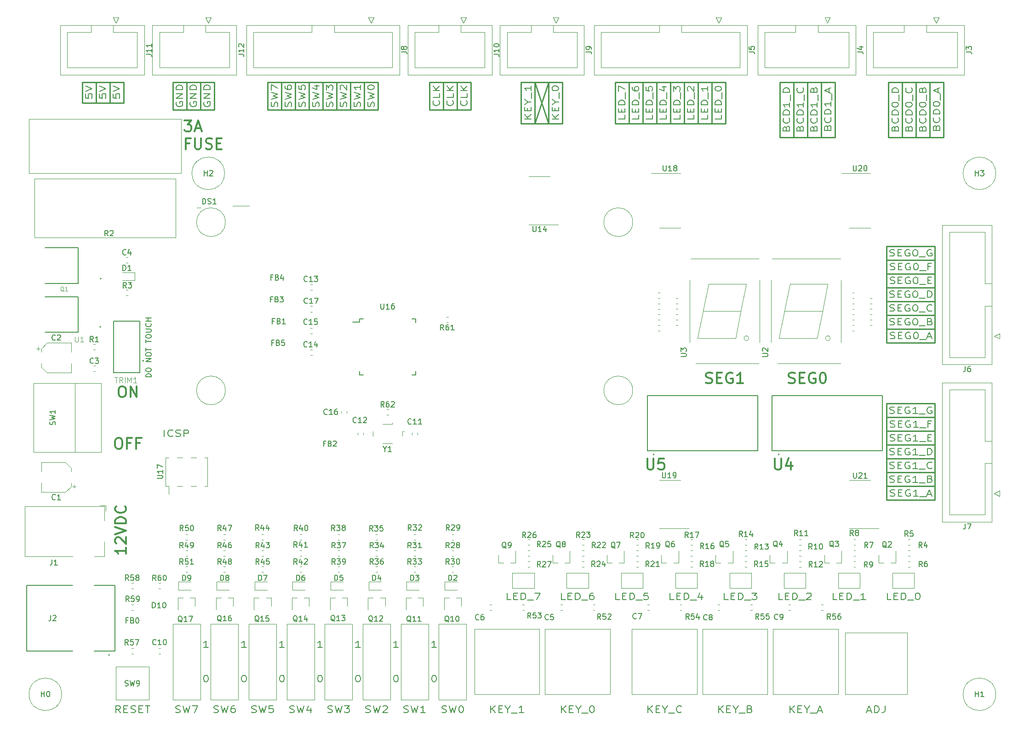
<source format=gbr>
G04 #@! TF.GenerationSoftware,KiCad,Pcbnew,(5.1.8)-1*
G04 #@! TF.CreationDate,2020-12-13T01:13:14+07:00*
G04 #@! TF.ProjectId,digitalSystemBoard,64696769-7461-46c5-9379-7374656d426f,rev?*
G04 #@! TF.SameCoordinates,PX2faf080PY9896800*
G04 #@! TF.FileFunction,Legend,Top*
G04 #@! TF.FilePolarity,Positive*
%FSLAX46Y46*%
G04 Gerber Fmt 4.6, Leading zero omitted, Abs format (unit mm)*
G04 Created by KiCad (PCBNEW (5.1.8)-1) date 2020-12-13 01:13:14*
%MOMM*%
%LPD*%
G01*
G04 APERTURE LIST*
%ADD10C,0.200000*%
%ADD11C,0.300000*%
%ADD12C,0.150000*%
%ADD13C,0.250000*%
%ADD14C,0.120000*%
%ADD15C,0.127000*%
%ADD16C,0.015000*%
G04 APERTURE END LIST*
D10*
X75494571Y7495143D02*
X75637428Y7495143D01*
X75780285Y7438000D01*
X75851714Y7380858D01*
X75923142Y7266572D01*
X75994571Y7038000D01*
X75994571Y6752286D01*
X75923142Y6523715D01*
X75851714Y6409429D01*
X75780285Y6352286D01*
X75637428Y6295143D01*
X75494571Y6295143D01*
X75351714Y6352286D01*
X75280285Y6409429D01*
X75208857Y6523715D01*
X75137428Y6752286D01*
X75137428Y7038000D01*
X75208857Y7266572D01*
X75280285Y7380858D01*
X75351714Y7438000D01*
X75494571Y7495143D01*
X68494571Y7495143D02*
X68637428Y7495143D01*
X68780285Y7438000D01*
X68851714Y7380858D01*
X68923142Y7266572D01*
X68994571Y7038000D01*
X68994571Y6752286D01*
X68923142Y6523715D01*
X68851714Y6409429D01*
X68780285Y6352286D01*
X68637428Y6295143D01*
X68494571Y6295143D01*
X68351714Y6352286D01*
X68280285Y6409429D01*
X68208857Y6523715D01*
X68137428Y6752286D01*
X68137428Y7038000D01*
X68208857Y7266572D01*
X68280285Y7380858D01*
X68351714Y7438000D01*
X68494571Y7495143D01*
X61494571Y7495143D02*
X61637428Y7495143D01*
X61780285Y7438000D01*
X61851714Y7380858D01*
X61923142Y7266572D01*
X61994571Y7038000D01*
X61994571Y6752286D01*
X61923142Y6523715D01*
X61851714Y6409429D01*
X61780285Y6352286D01*
X61637428Y6295143D01*
X61494571Y6295143D01*
X61351714Y6352286D01*
X61280285Y6409429D01*
X61208857Y6523715D01*
X61137428Y6752286D01*
X61137428Y7038000D01*
X61208857Y7266572D01*
X61280285Y7380858D01*
X61351714Y7438000D01*
X61494571Y7495143D01*
X54494571Y7495143D02*
X54637428Y7495143D01*
X54780285Y7438000D01*
X54851714Y7380858D01*
X54923142Y7266572D01*
X54994571Y7038000D01*
X54994571Y6752286D01*
X54923142Y6523715D01*
X54851714Y6409429D01*
X54780285Y6352286D01*
X54637428Y6295143D01*
X54494571Y6295143D01*
X54351714Y6352286D01*
X54280285Y6409429D01*
X54208857Y6523715D01*
X54137428Y6752286D01*
X54137428Y7038000D01*
X54208857Y7266572D01*
X54280285Y7380858D01*
X54351714Y7438000D01*
X54494571Y7495143D01*
X47494571Y7495143D02*
X47637428Y7495143D01*
X47780285Y7438000D01*
X47851714Y7380858D01*
X47923142Y7266572D01*
X47994571Y7038000D01*
X47994571Y6752286D01*
X47923142Y6523715D01*
X47851714Y6409429D01*
X47780285Y6352286D01*
X47637428Y6295143D01*
X47494571Y6295143D01*
X47351714Y6352286D01*
X47280285Y6409429D01*
X47208857Y6523715D01*
X47137428Y6752286D01*
X47137428Y7038000D01*
X47208857Y7266572D01*
X47280285Y7380858D01*
X47351714Y7438000D01*
X47494571Y7495143D01*
X40494571Y7495143D02*
X40637428Y7495143D01*
X40780285Y7438000D01*
X40851714Y7380858D01*
X40923142Y7266572D01*
X40994571Y7038000D01*
X40994571Y6752286D01*
X40923142Y6523715D01*
X40851714Y6409429D01*
X40780285Y6352286D01*
X40637428Y6295143D01*
X40494571Y6295143D01*
X40351714Y6352286D01*
X40280285Y6409429D01*
X40208857Y6523715D01*
X40137428Y6752286D01*
X40137428Y7038000D01*
X40208857Y7266572D01*
X40280285Y7380858D01*
X40351714Y7438000D01*
X40494571Y7495143D01*
X75994571Y12645143D02*
X75137428Y12645143D01*
X75566000Y12645143D02*
X75566000Y13845143D01*
X75423142Y13673715D01*
X75280285Y13559429D01*
X75137428Y13502286D01*
X68994571Y12645143D02*
X68137428Y12645143D01*
X68566000Y12645143D02*
X68566000Y13845143D01*
X68423142Y13673715D01*
X68280285Y13559429D01*
X68137428Y13502286D01*
X61994571Y12645143D02*
X61137428Y12645143D01*
X61566000Y12645143D02*
X61566000Y13845143D01*
X61423142Y13673715D01*
X61280285Y13559429D01*
X61137428Y13502286D01*
X54994571Y12645143D02*
X54137428Y12645143D01*
X54566000Y12645143D02*
X54566000Y13845143D01*
X54423142Y13673715D01*
X54280285Y13559429D01*
X54137428Y13502286D01*
X47994571Y12645143D02*
X47137428Y12645143D01*
X47566000Y12645143D02*
X47566000Y13845143D01*
X47423142Y13673715D01*
X47280285Y13559429D01*
X47137428Y13502286D01*
X40994571Y12645143D02*
X40137428Y12645143D01*
X40566000Y12645143D02*
X40566000Y13845143D01*
X40423142Y13673715D01*
X40280285Y13559429D01*
X40137428Y13502286D01*
X33494571Y7495143D02*
X33637428Y7495143D01*
X33780285Y7438000D01*
X33851714Y7380858D01*
X33923142Y7266572D01*
X33994571Y7038000D01*
X33994571Y6752286D01*
X33923142Y6523715D01*
X33851714Y6409429D01*
X33780285Y6352286D01*
X33637428Y6295143D01*
X33494571Y6295143D01*
X33351714Y6352286D01*
X33280285Y6409429D01*
X33208857Y6523715D01*
X33137428Y6752286D01*
X33137428Y7038000D01*
X33208857Y7266572D01*
X33280285Y7380858D01*
X33351714Y7438000D01*
X33494571Y7495143D01*
X33994571Y12645143D02*
X33137428Y12645143D01*
X33566000Y12645143D02*
X33566000Y13845143D01*
X33423142Y13673715D01*
X33280285Y13559429D01*
X33137428Y13502286D01*
D11*
X29640714Y109755239D02*
X30878809Y109755239D01*
X30212142Y108993334D01*
X30497857Y108993334D01*
X30688333Y108898096D01*
X30783571Y108802858D01*
X30878809Y108612381D01*
X30878809Y108136191D01*
X30783571Y107945715D01*
X30688333Y107850477D01*
X30497857Y107755239D01*
X29926428Y107755239D01*
X29735952Y107850477D01*
X29640714Y107945715D01*
X31640714Y108326667D02*
X32593095Y108326667D01*
X31450238Y107755239D02*
X32116904Y109755239D01*
X32783571Y107755239D01*
X30497857Y105502858D02*
X29831190Y105502858D01*
X29831190Y104455239D02*
X29831190Y106455239D01*
X30783571Y106455239D01*
X31545476Y106455239D02*
X31545476Y104836191D01*
X31640714Y104645715D01*
X31735952Y104550477D01*
X31926428Y104455239D01*
X32307380Y104455239D01*
X32497857Y104550477D01*
X32593095Y104645715D01*
X32688333Y104836191D01*
X32688333Y106455239D01*
X33545476Y104550477D02*
X33831190Y104455239D01*
X34307380Y104455239D01*
X34497857Y104550477D01*
X34593095Y104645715D01*
X34688333Y104836191D01*
X34688333Y105026667D01*
X34593095Y105217143D01*
X34497857Y105312381D01*
X34307380Y105407620D01*
X33926428Y105502858D01*
X33735952Y105598096D01*
X33640714Y105693334D01*
X33545476Y105883810D01*
X33545476Y106074286D01*
X33640714Y106264762D01*
X33735952Y106360000D01*
X33926428Y106455239D01*
X34402619Y106455239D01*
X34688333Y106360000D01*
X35545476Y105502858D02*
X36212142Y105502858D01*
X36497857Y104455239D02*
X35545476Y104455239D01*
X35545476Y106455239D01*
X36497857Y106455239D01*
D12*
X23477380Y62496429D02*
X22477380Y62496429D01*
X22477380Y62734524D01*
X22525000Y62877381D01*
X22620238Y62972620D01*
X22715476Y63020239D01*
X22905952Y63067858D01*
X23048809Y63067858D01*
X23239285Y63020239D01*
X23334523Y62972620D01*
X23429761Y62877381D01*
X23477380Y62734524D01*
X23477380Y62496429D01*
X22477380Y63686905D02*
X22477380Y63877381D01*
X22525000Y63972620D01*
X22620238Y64067858D01*
X22810714Y64115477D01*
X23144047Y64115477D01*
X23334523Y64067858D01*
X23429761Y63972620D01*
X23477380Y63877381D01*
X23477380Y63686905D01*
X23429761Y63591667D01*
X23334523Y63496429D01*
X23144047Y63448810D01*
X22810714Y63448810D01*
X22620238Y63496429D01*
X22525000Y63591667D01*
X22477380Y63686905D01*
X23477380Y65305953D02*
X22477380Y65305953D01*
X23477380Y65877381D01*
X22477380Y65877381D01*
X22477380Y66544048D02*
X22477380Y66734524D01*
X22525000Y66829762D01*
X22620238Y66925000D01*
X22810714Y66972620D01*
X23144047Y66972620D01*
X23334523Y66925000D01*
X23429761Y66829762D01*
X23477380Y66734524D01*
X23477380Y66544048D01*
X23429761Y66448810D01*
X23334523Y66353572D01*
X23144047Y66305953D01*
X22810714Y66305953D01*
X22620238Y66353572D01*
X22525000Y66448810D01*
X22477380Y66544048D01*
X22477380Y67258334D02*
X22477380Y67829762D01*
X23477380Y67544048D02*
X22477380Y67544048D01*
X22477380Y68782143D02*
X22477380Y69353572D01*
X23477380Y69067858D02*
X22477380Y69067858D01*
X22477380Y69877381D02*
X22477380Y70067858D01*
X22525000Y70163096D01*
X22620238Y70258334D01*
X22810714Y70305953D01*
X23144047Y70305953D01*
X23334523Y70258334D01*
X23429761Y70163096D01*
X23477380Y70067858D01*
X23477380Y69877381D01*
X23429761Y69782143D01*
X23334523Y69686905D01*
X23144047Y69639286D01*
X22810714Y69639286D01*
X22620238Y69686905D01*
X22525000Y69782143D01*
X22477380Y69877381D01*
X22477380Y70734524D02*
X23286904Y70734524D01*
X23382142Y70782143D01*
X23429761Y70829762D01*
X23477380Y70925000D01*
X23477380Y71115477D01*
X23429761Y71210715D01*
X23382142Y71258334D01*
X23286904Y71305953D01*
X22477380Y71305953D01*
X23382142Y72353572D02*
X23429761Y72305953D01*
X23477380Y72163096D01*
X23477380Y72067858D01*
X23429761Y71925000D01*
X23334523Y71829762D01*
X23239285Y71782143D01*
X23048809Y71734524D01*
X22905952Y71734524D01*
X22715476Y71782143D01*
X22620238Y71829762D01*
X22525000Y71925000D01*
X22477380Y72067858D01*
X22477380Y72163096D01*
X22525000Y72305953D01*
X22572619Y72353572D01*
X23477380Y72782143D02*
X22477380Y72782143D01*
X22953571Y72782143D02*
X22953571Y73353572D01*
X23477380Y73353572D02*
X22477380Y73353572D01*
D11*
X17976904Y60765239D02*
X18357857Y60765239D01*
X18548333Y60670000D01*
X18738809Y60479524D01*
X18834047Y60098572D01*
X18834047Y59431905D01*
X18738809Y59050953D01*
X18548333Y58860477D01*
X18357857Y58765239D01*
X17976904Y58765239D01*
X17786428Y58860477D01*
X17595952Y59050953D01*
X17500714Y59431905D01*
X17500714Y60098572D01*
X17595952Y60479524D01*
X17786428Y60670000D01*
X17976904Y60765239D01*
X19691190Y58765239D02*
X19691190Y60765239D01*
X20834047Y58765239D01*
X20834047Y60765239D01*
X17310238Y51240239D02*
X17691190Y51240239D01*
X17881666Y51145000D01*
X18072142Y50954524D01*
X18167380Y50573572D01*
X18167380Y49906905D01*
X18072142Y49525953D01*
X17881666Y49335477D01*
X17691190Y49240239D01*
X17310238Y49240239D01*
X17119761Y49335477D01*
X16929285Y49525953D01*
X16834047Y49906905D01*
X16834047Y50573572D01*
X16929285Y50954524D01*
X17119761Y51145000D01*
X17310238Y51240239D01*
X19691190Y50287858D02*
X19024523Y50287858D01*
X19024523Y49240239D02*
X19024523Y51240239D01*
X19976904Y51240239D01*
X21405476Y50287858D02*
X20738809Y50287858D01*
X20738809Y49240239D02*
X20738809Y51240239D01*
X21691190Y51240239D01*
D10*
X25890714Y51507143D02*
X25890714Y52707143D01*
X27462142Y51621429D02*
X27390714Y51564286D01*
X27176428Y51507143D01*
X27033571Y51507143D01*
X26819285Y51564286D01*
X26676428Y51678572D01*
X26605000Y51792858D01*
X26533571Y52021429D01*
X26533571Y52192858D01*
X26605000Y52421429D01*
X26676428Y52535715D01*
X26819285Y52650000D01*
X27033571Y52707143D01*
X27176428Y52707143D01*
X27390714Y52650000D01*
X27462142Y52592858D01*
X28033571Y51564286D02*
X28247857Y51507143D01*
X28605000Y51507143D01*
X28747857Y51564286D01*
X28819285Y51621429D01*
X28890714Y51735715D01*
X28890714Y51850000D01*
X28819285Y51964286D01*
X28747857Y52021429D01*
X28605000Y52078572D01*
X28319285Y52135715D01*
X28176428Y52192858D01*
X28105000Y52250000D01*
X28033571Y52364286D01*
X28033571Y52478572D01*
X28105000Y52592858D01*
X28176428Y52650000D01*
X28319285Y52707143D01*
X28676428Y52707143D01*
X28890714Y52650000D01*
X29533571Y51507143D02*
X29533571Y52707143D01*
X30105000Y52707143D01*
X30247857Y52650000D01*
X30319285Y52592858D01*
X30390714Y52478572D01*
X30390714Y52307143D01*
X30319285Y52192858D01*
X30247857Y52135715D01*
X30105000Y52078572D01*
X29533571Y52078572D01*
D11*
X18849761Y31031905D02*
X18849761Y29889048D01*
X18849761Y30460477D02*
X16849761Y30460477D01*
X17135476Y30270000D01*
X17325952Y30079524D01*
X17421190Y29889048D01*
X17040238Y31793810D02*
X16945000Y31889048D01*
X16849761Y32079524D01*
X16849761Y32555715D01*
X16945000Y32746191D01*
X17040238Y32841429D01*
X17230714Y32936667D01*
X17421190Y32936667D01*
X17706904Y32841429D01*
X18849761Y31698572D01*
X18849761Y32936667D01*
X16849761Y33508096D02*
X18849761Y34174762D01*
X16849761Y34841429D01*
X18849761Y35508096D02*
X16849761Y35508096D01*
X16849761Y35984286D01*
X16945000Y36270000D01*
X17135476Y36460477D01*
X17325952Y36555715D01*
X17706904Y36650953D01*
X17992619Y36650953D01*
X18373571Y36555715D01*
X18564047Y36460477D01*
X18754523Y36270000D01*
X18849761Y35984286D01*
X18849761Y35508096D01*
X18659285Y38650953D02*
X18754523Y38555715D01*
X18849761Y38270000D01*
X18849761Y38079524D01*
X18754523Y37793810D01*
X18564047Y37603334D01*
X18373571Y37508096D01*
X17992619Y37412858D01*
X17706904Y37412858D01*
X17325952Y37508096D01*
X17135476Y37603334D01*
X16945000Y37793810D01*
X16849761Y38079524D01*
X16849761Y38270000D01*
X16945000Y38555715D01*
X17040238Y38650953D01*
D13*
X167805000Y73875000D02*
X167805000Y76415000D01*
X158915000Y78955000D02*
X167805000Y78955000D01*
X158915000Y71335000D02*
X158915000Y68795000D01*
X167805000Y71335000D02*
X167805000Y73875000D01*
X158915000Y76415000D02*
X158915000Y73875000D01*
X158915000Y81495000D02*
X158915000Y78955000D01*
X167805000Y78955000D02*
X167805000Y81495000D01*
X167805000Y81495000D02*
X167805000Y84035000D01*
X158915000Y76415000D02*
X167805000Y76415000D01*
X158915000Y81495000D02*
X167805000Y81495000D01*
X158915000Y71335000D02*
X167805000Y71335000D01*
X158915000Y78955000D02*
X158915000Y76415000D01*
X167805000Y68795000D02*
X167805000Y71335000D01*
X158915000Y84035000D02*
X167805000Y84035000D01*
X158915000Y73875000D02*
X158915000Y71335000D01*
X158915000Y73875000D02*
X167805000Y73875000D01*
X158915000Y84035000D02*
X158915000Y81495000D01*
X167805000Y76415000D02*
X167805000Y78955000D01*
X158915000Y68795000D02*
X167805000Y68795000D01*
D10*
X159467142Y72119286D02*
X159681428Y72062143D01*
X160038571Y72062143D01*
X160181428Y72119286D01*
X160252857Y72176429D01*
X160324285Y72290715D01*
X160324285Y72405000D01*
X160252857Y72519286D01*
X160181428Y72576429D01*
X160038571Y72633572D01*
X159752857Y72690715D01*
X159610000Y72747858D01*
X159538571Y72805000D01*
X159467142Y72919286D01*
X159467142Y73033572D01*
X159538571Y73147858D01*
X159610000Y73205000D01*
X159752857Y73262143D01*
X160110000Y73262143D01*
X160324285Y73205000D01*
X160967142Y72690715D02*
X161467142Y72690715D01*
X161681428Y72062143D02*
X160967142Y72062143D01*
X160967142Y73262143D01*
X161681428Y73262143D01*
X163110000Y73205000D02*
X162967142Y73262143D01*
X162752857Y73262143D01*
X162538571Y73205000D01*
X162395714Y73090715D01*
X162324285Y72976429D01*
X162252857Y72747858D01*
X162252857Y72576429D01*
X162324285Y72347858D01*
X162395714Y72233572D01*
X162538571Y72119286D01*
X162752857Y72062143D01*
X162895714Y72062143D01*
X163110000Y72119286D01*
X163181428Y72176429D01*
X163181428Y72576429D01*
X162895714Y72576429D01*
X164110000Y73262143D02*
X164252857Y73262143D01*
X164395714Y73205000D01*
X164467142Y73147858D01*
X164538571Y73033572D01*
X164610000Y72805000D01*
X164610000Y72519286D01*
X164538571Y72290715D01*
X164467142Y72176429D01*
X164395714Y72119286D01*
X164252857Y72062143D01*
X164110000Y72062143D01*
X163967142Y72119286D01*
X163895714Y72176429D01*
X163824285Y72290715D01*
X163752857Y72519286D01*
X163752857Y72805000D01*
X163824285Y73033572D01*
X163895714Y73147858D01*
X163967142Y73205000D01*
X164110000Y73262143D01*
X164895714Y71947858D02*
X166038571Y71947858D01*
X166895714Y72690715D02*
X167110000Y72633572D01*
X167181428Y72576429D01*
X167252857Y72462143D01*
X167252857Y72290715D01*
X167181428Y72176429D01*
X167110000Y72119286D01*
X166967142Y72062143D01*
X166395714Y72062143D01*
X166395714Y73262143D01*
X166895714Y73262143D01*
X167038571Y73205000D01*
X167110000Y73147858D01*
X167181428Y73033572D01*
X167181428Y72919286D01*
X167110000Y72805000D01*
X167038571Y72747858D01*
X166895714Y72690715D01*
X166395714Y72690715D01*
X159574285Y69579286D02*
X159788571Y69522143D01*
X160145714Y69522143D01*
X160288571Y69579286D01*
X160360000Y69636429D01*
X160431428Y69750715D01*
X160431428Y69865000D01*
X160360000Y69979286D01*
X160288571Y70036429D01*
X160145714Y70093572D01*
X159860000Y70150715D01*
X159717142Y70207858D01*
X159645714Y70265000D01*
X159574285Y70379286D01*
X159574285Y70493572D01*
X159645714Y70607858D01*
X159717142Y70665000D01*
X159860000Y70722143D01*
X160217142Y70722143D01*
X160431428Y70665000D01*
X161074285Y70150715D02*
X161574285Y70150715D01*
X161788571Y69522143D02*
X161074285Y69522143D01*
X161074285Y70722143D01*
X161788571Y70722143D01*
X163217142Y70665000D02*
X163074285Y70722143D01*
X162860000Y70722143D01*
X162645714Y70665000D01*
X162502857Y70550715D01*
X162431428Y70436429D01*
X162360000Y70207858D01*
X162360000Y70036429D01*
X162431428Y69807858D01*
X162502857Y69693572D01*
X162645714Y69579286D01*
X162860000Y69522143D01*
X163002857Y69522143D01*
X163217142Y69579286D01*
X163288571Y69636429D01*
X163288571Y70036429D01*
X163002857Y70036429D01*
X164217142Y70722143D02*
X164360000Y70722143D01*
X164502857Y70665000D01*
X164574285Y70607858D01*
X164645714Y70493572D01*
X164717142Y70265000D01*
X164717142Y69979286D01*
X164645714Y69750715D01*
X164574285Y69636429D01*
X164502857Y69579286D01*
X164360000Y69522143D01*
X164217142Y69522143D01*
X164074285Y69579286D01*
X164002857Y69636429D01*
X163931428Y69750715D01*
X163860000Y69979286D01*
X163860000Y70265000D01*
X163931428Y70493572D01*
X164002857Y70607858D01*
X164074285Y70665000D01*
X164217142Y70722143D01*
X165002857Y69407858D02*
X166145714Y69407858D01*
X166431428Y69865000D02*
X167145714Y69865000D01*
X166288571Y69522143D02*
X166788571Y70722143D01*
X167288571Y69522143D01*
X159467142Y77199286D02*
X159681428Y77142143D01*
X160038571Y77142143D01*
X160181428Y77199286D01*
X160252857Y77256429D01*
X160324285Y77370715D01*
X160324285Y77485000D01*
X160252857Y77599286D01*
X160181428Y77656429D01*
X160038571Y77713572D01*
X159752857Y77770715D01*
X159610000Y77827858D01*
X159538571Y77885000D01*
X159467142Y77999286D01*
X159467142Y78113572D01*
X159538571Y78227858D01*
X159610000Y78285000D01*
X159752857Y78342143D01*
X160110000Y78342143D01*
X160324285Y78285000D01*
X160967142Y77770715D02*
X161467142Y77770715D01*
X161681428Y77142143D02*
X160967142Y77142143D01*
X160967142Y78342143D01*
X161681428Y78342143D01*
X163110000Y78285000D02*
X162967142Y78342143D01*
X162752857Y78342143D01*
X162538571Y78285000D01*
X162395714Y78170715D01*
X162324285Y78056429D01*
X162252857Y77827858D01*
X162252857Y77656429D01*
X162324285Y77427858D01*
X162395714Y77313572D01*
X162538571Y77199286D01*
X162752857Y77142143D01*
X162895714Y77142143D01*
X163110000Y77199286D01*
X163181428Y77256429D01*
X163181428Y77656429D01*
X162895714Y77656429D01*
X164110000Y78342143D02*
X164252857Y78342143D01*
X164395714Y78285000D01*
X164467142Y78227858D01*
X164538571Y78113572D01*
X164610000Y77885000D01*
X164610000Y77599286D01*
X164538571Y77370715D01*
X164467142Y77256429D01*
X164395714Y77199286D01*
X164252857Y77142143D01*
X164110000Y77142143D01*
X163967142Y77199286D01*
X163895714Y77256429D01*
X163824285Y77370715D01*
X163752857Y77599286D01*
X163752857Y77885000D01*
X163824285Y78113572D01*
X163895714Y78227858D01*
X163967142Y78285000D01*
X164110000Y78342143D01*
X164895714Y77027858D02*
X166038571Y77027858D01*
X166395714Y77142143D02*
X166395714Y78342143D01*
X166752857Y78342143D01*
X166967142Y78285000D01*
X167110000Y78170715D01*
X167181428Y78056429D01*
X167252857Y77827858D01*
X167252857Y77656429D01*
X167181428Y77427858D01*
X167110000Y77313572D01*
X166967142Y77199286D01*
X166752857Y77142143D01*
X166395714Y77142143D01*
X159574285Y82279286D02*
X159788571Y82222143D01*
X160145714Y82222143D01*
X160288571Y82279286D01*
X160360000Y82336429D01*
X160431428Y82450715D01*
X160431428Y82565000D01*
X160360000Y82679286D01*
X160288571Y82736429D01*
X160145714Y82793572D01*
X159860000Y82850715D01*
X159717142Y82907858D01*
X159645714Y82965000D01*
X159574285Y83079286D01*
X159574285Y83193572D01*
X159645714Y83307858D01*
X159717142Y83365000D01*
X159860000Y83422143D01*
X160217142Y83422143D01*
X160431428Y83365000D01*
X161074285Y82850715D02*
X161574285Y82850715D01*
X161788571Y82222143D02*
X161074285Y82222143D01*
X161074285Y83422143D01*
X161788571Y83422143D01*
X163217142Y83365000D02*
X163074285Y83422143D01*
X162860000Y83422143D01*
X162645714Y83365000D01*
X162502857Y83250715D01*
X162431428Y83136429D01*
X162360000Y82907858D01*
X162360000Y82736429D01*
X162431428Y82507858D01*
X162502857Y82393572D01*
X162645714Y82279286D01*
X162860000Y82222143D01*
X163002857Y82222143D01*
X163217142Y82279286D01*
X163288571Y82336429D01*
X163288571Y82736429D01*
X163002857Y82736429D01*
X164217142Y83422143D02*
X164360000Y83422143D01*
X164502857Y83365000D01*
X164574285Y83307858D01*
X164645714Y83193572D01*
X164717142Y82965000D01*
X164717142Y82679286D01*
X164645714Y82450715D01*
X164574285Y82336429D01*
X164502857Y82279286D01*
X164360000Y82222143D01*
X164217142Y82222143D01*
X164074285Y82279286D01*
X164002857Y82336429D01*
X163931428Y82450715D01*
X163860000Y82679286D01*
X163860000Y82965000D01*
X163931428Y83193572D01*
X164002857Y83307858D01*
X164074285Y83365000D01*
X164217142Y83422143D01*
X165002857Y82107858D02*
X166145714Y82107858D01*
X167002857Y82850715D02*
X166502857Y82850715D01*
X166502857Y82222143D02*
X166502857Y83422143D01*
X167217142Y83422143D01*
X159538571Y79739286D02*
X159752857Y79682143D01*
X160110000Y79682143D01*
X160252857Y79739286D01*
X160324285Y79796429D01*
X160395714Y79910715D01*
X160395714Y80025000D01*
X160324285Y80139286D01*
X160252857Y80196429D01*
X160110000Y80253572D01*
X159824285Y80310715D01*
X159681428Y80367858D01*
X159610000Y80425000D01*
X159538571Y80539286D01*
X159538571Y80653572D01*
X159610000Y80767858D01*
X159681428Y80825000D01*
X159824285Y80882143D01*
X160181428Y80882143D01*
X160395714Y80825000D01*
X161038571Y80310715D02*
X161538571Y80310715D01*
X161752857Y79682143D02*
X161038571Y79682143D01*
X161038571Y80882143D01*
X161752857Y80882143D01*
X163181428Y80825000D02*
X163038571Y80882143D01*
X162824285Y80882143D01*
X162610000Y80825000D01*
X162467142Y80710715D01*
X162395714Y80596429D01*
X162324285Y80367858D01*
X162324285Y80196429D01*
X162395714Y79967858D01*
X162467142Y79853572D01*
X162610000Y79739286D01*
X162824285Y79682143D01*
X162967142Y79682143D01*
X163181428Y79739286D01*
X163252857Y79796429D01*
X163252857Y80196429D01*
X162967142Y80196429D01*
X164181428Y80882143D02*
X164324285Y80882143D01*
X164467142Y80825000D01*
X164538571Y80767858D01*
X164610000Y80653572D01*
X164681428Y80425000D01*
X164681428Y80139286D01*
X164610000Y79910715D01*
X164538571Y79796429D01*
X164467142Y79739286D01*
X164324285Y79682143D01*
X164181428Y79682143D01*
X164038571Y79739286D01*
X163967142Y79796429D01*
X163895714Y79910715D01*
X163824285Y80139286D01*
X163824285Y80425000D01*
X163895714Y80653572D01*
X163967142Y80767858D01*
X164038571Y80825000D01*
X164181428Y80882143D01*
X164967142Y79567858D02*
X166110000Y79567858D01*
X166467142Y80310715D02*
X166967142Y80310715D01*
X167181428Y79682143D02*
X166467142Y79682143D01*
X166467142Y80882143D01*
X167181428Y80882143D01*
X159467142Y84819286D02*
X159681428Y84762143D01*
X160038571Y84762143D01*
X160181428Y84819286D01*
X160252857Y84876429D01*
X160324285Y84990715D01*
X160324285Y85105000D01*
X160252857Y85219286D01*
X160181428Y85276429D01*
X160038571Y85333572D01*
X159752857Y85390715D01*
X159610000Y85447858D01*
X159538571Y85505000D01*
X159467142Y85619286D01*
X159467142Y85733572D01*
X159538571Y85847858D01*
X159610000Y85905000D01*
X159752857Y85962143D01*
X160110000Y85962143D01*
X160324285Y85905000D01*
X160967142Y85390715D02*
X161467142Y85390715D01*
X161681428Y84762143D02*
X160967142Y84762143D01*
X160967142Y85962143D01*
X161681428Y85962143D01*
X163110000Y85905000D02*
X162967142Y85962143D01*
X162752857Y85962143D01*
X162538571Y85905000D01*
X162395714Y85790715D01*
X162324285Y85676429D01*
X162252857Y85447858D01*
X162252857Y85276429D01*
X162324285Y85047858D01*
X162395714Y84933572D01*
X162538571Y84819286D01*
X162752857Y84762143D01*
X162895714Y84762143D01*
X163110000Y84819286D01*
X163181428Y84876429D01*
X163181428Y85276429D01*
X162895714Y85276429D01*
X164110000Y85962143D02*
X164252857Y85962143D01*
X164395714Y85905000D01*
X164467142Y85847858D01*
X164538571Y85733572D01*
X164610000Y85505000D01*
X164610000Y85219286D01*
X164538571Y84990715D01*
X164467142Y84876429D01*
X164395714Y84819286D01*
X164252857Y84762143D01*
X164110000Y84762143D01*
X163967142Y84819286D01*
X163895714Y84876429D01*
X163824285Y84990715D01*
X163752857Y85219286D01*
X163752857Y85505000D01*
X163824285Y85733572D01*
X163895714Y85847858D01*
X163967142Y85905000D01*
X164110000Y85962143D01*
X164895714Y84647858D02*
X166038571Y84647858D01*
X167181428Y85905000D02*
X167038571Y85962143D01*
X166824285Y85962143D01*
X166610000Y85905000D01*
X166467142Y85790715D01*
X166395714Y85676429D01*
X166324285Y85447858D01*
X166324285Y85276429D01*
X166395714Y85047858D01*
X166467142Y84933572D01*
X166610000Y84819286D01*
X166824285Y84762143D01*
X166967142Y84762143D01*
X167181428Y84819286D01*
X167252857Y84876429D01*
X167252857Y85276429D01*
X166967142Y85276429D01*
X159467142Y74659286D02*
X159681428Y74602143D01*
X160038571Y74602143D01*
X160181428Y74659286D01*
X160252857Y74716429D01*
X160324285Y74830715D01*
X160324285Y74945000D01*
X160252857Y75059286D01*
X160181428Y75116429D01*
X160038571Y75173572D01*
X159752857Y75230715D01*
X159610000Y75287858D01*
X159538571Y75345000D01*
X159467142Y75459286D01*
X159467142Y75573572D01*
X159538571Y75687858D01*
X159610000Y75745000D01*
X159752857Y75802143D01*
X160110000Y75802143D01*
X160324285Y75745000D01*
X160967142Y75230715D02*
X161467142Y75230715D01*
X161681428Y74602143D02*
X160967142Y74602143D01*
X160967142Y75802143D01*
X161681428Y75802143D01*
X163110000Y75745000D02*
X162967142Y75802143D01*
X162752857Y75802143D01*
X162538571Y75745000D01*
X162395714Y75630715D01*
X162324285Y75516429D01*
X162252857Y75287858D01*
X162252857Y75116429D01*
X162324285Y74887858D01*
X162395714Y74773572D01*
X162538571Y74659286D01*
X162752857Y74602143D01*
X162895714Y74602143D01*
X163110000Y74659286D01*
X163181428Y74716429D01*
X163181428Y75116429D01*
X162895714Y75116429D01*
X164110000Y75802143D02*
X164252857Y75802143D01*
X164395714Y75745000D01*
X164467142Y75687858D01*
X164538571Y75573572D01*
X164610000Y75345000D01*
X164610000Y75059286D01*
X164538571Y74830715D01*
X164467142Y74716429D01*
X164395714Y74659286D01*
X164252857Y74602143D01*
X164110000Y74602143D01*
X163967142Y74659286D01*
X163895714Y74716429D01*
X163824285Y74830715D01*
X163752857Y75059286D01*
X163752857Y75345000D01*
X163824285Y75573572D01*
X163895714Y75687858D01*
X163967142Y75745000D01*
X164110000Y75802143D01*
X164895714Y74487858D02*
X166038571Y74487858D01*
X167252857Y74716429D02*
X167181428Y74659286D01*
X166967142Y74602143D01*
X166824285Y74602143D01*
X166610000Y74659286D01*
X166467142Y74773572D01*
X166395714Y74887858D01*
X166324285Y75116429D01*
X166324285Y75287858D01*
X166395714Y75516429D01*
X166467142Y75630715D01*
X166610000Y75745000D01*
X166824285Y75802143D01*
X166967142Y75802143D01*
X167181428Y75745000D01*
X167252857Y75687858D01*
D13*
X158915000Y86575000D02*
X158915000Y84035000D01*
X167805000Y84035000D02*
X167805000Y86575000D01*
X158915000Y86575000D02*
X167805000Y86575000D01*
X158915000Y39785000D02*
X167805000Y39785000D01*
D10*
X159574285Y40569286D02*
X159788571Y40512143D01*
X160145714Y40512143D01*
X160288571Y40569286D01*
X160360000Y40626429D01*
X160431428Y40740715D01*
X160431428Y40855000D01*
X160360000Y40969286D01*
X160288571Y41026429D01*
X160145714Y41083572D01*
X159860000Y41140715D01*
X159717142Y41197858D01*
X159645714Y41255000D01*
X159574285Y41369286D01*
X159574285Y41483572D01*
X159645714Y41597858D01*
X159717142Y41655000D01*
X159860000Y41712143D01*
X160217142Y41712143D01*
X160431428Y41655000D01*
X161074285Y41140715D02*
X161574285Y41140715D01*
X161788571Y40512143D02*
X161074285Y40512143D01*
X161074285Y41712143D01*
X161788571Y41712143D01*
X163217142Y41655000D02*
X163074285Y41712143D01*
X162860000Y41712143D01*
X162645714Y41655000D01*
X162502857Y41540715D01*
X162431428Y41426429D01*
X162360000Y41197858D01*
X162360000Y41026429D01*
X162431428Y40797858D01*
X162502857Y40683572D01*
X162645714Y40569286D01*
X162860000Y40512143D01*
X163002857Y40512143D01*
X163217142Y40569286D01*
X163288571Y40626429D01*
X163288571Y41026429D01*
X163002857Y41026429D01*
X164717142Y40512143D02*
X163860000Y40512143D01*
X164288571Y40512143D02*
X164288571Y41712143D01*
X164145714Y41540715D01*
X164002857Y41426429D01*
X163860000Y41369286D01*
X165002857Y40397858D02*
X166145714Y40397858D01*
X166431428Y40855000D02*
X167145714Y40855000D01*
X166288571Y40512143D02*
X166788571Y41712143D01*
X167288571Y40512143D01*
X159467142Y43109286D02*
X159681428Y43052143D01*
X160038571Y43052143D01*
X160181428Y43109286D01*
X160252857Y43166429D01*
X160324285Y43280715D01*
X160324285Y43395000D01*
X160252857Y43509286D01*
X160181428Y43566429D01*
X160038571Y43623572D01*
X159752857Y43680715D01*
X159610000Y43737858D01*
X159538571Y43795000D01*
X159467142Y43909286D01*
X159467142Y44023572D01*
X159538571Y44137858D01*
X159610000Y44195000D01*
X159752857Y44252143D01*
X160110000Y44252143D01*
X160324285Y44195000D01*
X160967142Y43680715D02*
X161467142Y43680715D01*
X161681428Y43052143D02*
X160967142Y43052143D01*
X160967142Y44252143D01*
X161681428Y44252143D01*
X163110000Y44195000D02*
X162967142Y44252143D01*
X162752857Y44252143D01*
X162538571Y44195000D01*
X162395714Y44080715D01*
X162324285Y43966429D01*
X162252857Y43737858D01*
X162252857Y43566429D01*
X162324285Y43337858D01*
X162395714Y43223572D01*
X162538571Y43109286D01*
X162752857Y43052143D01*
X162895714Y43052143D01*
X163110000Y43109286D01*
X163181428Y43166429D01*
X163181428Y43566429D01*
X162895714Y43566429D01*
X164610000Y43052143D02*
X163752857Y43052143D01*
X164181428Y43052143D02*
X164181428Y44252143D01*
X164038571Y44080715D01*
X163895714Y43966429D01*
X163752857Y43909286D01*
X164895714Y42937858D02*
X166038571Y42937858D01*
X166895714Y43680715D02*
X167110000Y43623572D01*
X167181428Y43566429D01*
X167252857Y43452143D01*
X167252857Y43280715D01*
X167181428Y43166429D01*
X167110000Y43109286D01*
X166967142Y43052143D01*
X166395714Y43052143D01*
X166395714Y44252143D01*
X166895714Y44252143D01*
X167038571Y44195000D01*
X167110000Y44137858D01*
X167181428Y44023572D01*
X167181428Y43909286D01*
X167110000Y43795000D01*
X167038571Y43737858D01*
X166895714Y43680715D01*
X166395714Y43680715D01*
X159467142Y45649286D02*
X159681428Y45592143D01*
X160038571Y45592143D01*
X160181428Y45649286D01*
X160252857Y45706429D01*
X160324285Y45820715D01*
X160324285Y45935000D01*
X160252857Y46049286D01*
X160181428Y46106429D01*
X160038571Y46163572D01*
X159752857Y46220715D01*
X159610000Y46277858D01*
X159538571Y46335000D01*
X159467142Y46449286D01*
X159467142Y46563572D01*
X159538571Y46677858D01*
X159610000Y46735000D01*
X159752857Y46792143D01*
X160110000Y46792143D01*
X160324285Y46735000D01*
X160967142Y46220715D02*
X161467142Y46220715D01*
X161681428Y45592143D02*
X160967142Y45592143D01*
X160967142Y46792143D01*
X161681428Y46792143D01*
X163110000Y46735000D02*
X162967142Y46792143D01*
X162752857Y46792143D01*
X162538571Y46735000D01*
X162395714Y46620715D01*
X162324285Y46506429D01*
X162252857Y46277858D01*
X162252857Y46106429D01*
X162324285Y45877858D01*
X162395714Y45763572D01*
X162538571Y45649286D01*
X162752857Y45592143D01*
X162895714Y45592143D01*
X163110000Y45649286D01*
X163181428Y45706429D01*
X163181428Y46106429D01*
X162895714Y46106429D01*
X164610000Y45592143D02*
X163752857Y45592143D01*
X164181428Y45592143D02*
X164181428Y46792143D01*
X164038571Y46620715D01*
X163895714Y46506429D01*
X163752857Y46449286D01*
X164895714Y45477858D02*
X166038571Y45477858D01*
X167252857Y45706429D02*
X167181428Y45649286D01*
X166967142Y45592143D01*
X166824285Y45592143D01*
X166610000Y45649286D01*
X166467142Y45763572D01*
X166395714Y45877858D01*
X166324285Y46106429D01*
X166324285Y46277858D01*
X166395714Y46506429D01*
X166467142Y46620715D01*
X166610000Y46735000D01*
X166824285Y46792143D01*
X166967142Y46792143D01*
X167181428Y46735000D01*
X167252857Y46677858D01*
X159467142Y48189286D02*
X159681428Y48132143D01*
X160038571Y48132143D01*
X160181428Y48189286D01*
X160252857Y48246429D01*
X160324285Y48360715D01*
X160324285Y48475000D01*
X160252857Y48589286D01*
X160181428Y48646429D01*
X160038571Y48703572D01*
X159752857Y48760715D01*
X159610000Y48817858D01*
X159538571Y48875000D01*
X159467142Y48989286D01*
X159467142Y49103572D01*
X159538571Y49217858D01*
X159610000Y49275000D01*
X159752857Y49332143D01*
X160110000Y49332143D01*
X160324285Y49275000D01*
X160967142Y48760715D02*
X161467142Y48760715D01*
X161681428Y48132143D02*
X160967142Y48132143D01*
X160967142Y49332143D01*
X161681428Y49332143D01*
X163110000Y49275000D02*
X162967142Y49332143D01*
X162752857Y49332143D01*
X162538571Y49275000D01*
X162395714Y49160715D01*
X162324285Y49046429D01*
X162252857Y48817858D01*
X162252857Y48646429D01*
X162324285Y48417858D01*
X162395714Y48303572D01*
X162538571Y48189286D01*
X162752857Y48132143D01*
X162895714Y48132143D01*
X163110000Y48189286D01*
X163181428Y48246429D01*
X163181428Y48646429D01*
X162895714Y48646429D01*
X164610000Y48132143D02*
X163752857Y48132143D01*
X164181428Y48132143D02*
X164181428Y49332143D01*
X164038571Y49160715D01*
X163895714Y49046429D01*
X163752857Y48989286D01*
X164895714Y48017858D02*
X166038571Y48017858D01*
X166395714Y48132143D02*
X166395714Y49332143D01*
X166752857Y49332143D01*
X166967142Y49275000D01*
X167110000Y49160715D01*
X167181428Y49046429D01*
X167252857Y48817858D01*
X167252857Y48646429D01*
X167181428Y48417858D01*
X167110000Y48303572D01*
X166967142Y48189286D01*
X166752857Y48132143D01*
X166395714Y48132143D01*
X159538571Y50729286D02*
X159752857Y50672143D01*
X160110000Y50672143D01*
X160252857Y50729286D01*
X160324285Y50786429D01*
X160395714Y50900715D01*
X160395714Y51015000D01*
X160324285Y51129286D01*
X160252857Y51186429D01*
X160110000Y51243572D01*
X159824285Y51300715D01*
X159681428Y51357858D01*
X159610000Y51415000D01*
X159538571Y51529286D01*
X159538571Y51643572D01*
X159610000Y51757858D01*
X159681428Y51815000D01*
X159824285Y51872143D01*
X160181428Y51872143D01*
X160395714Y51815000D01*
X161038571Y51300715D02*
X161538571Y51300715D01*
X161752857Y50672143D02*
X161038571Y50672143D01*
X161038571Y51872143D01*
X161752857Y51872143D01*
X163181428Y51815000D02*
X163038571Y51872143D01*
X162824285Y51872143D01*
X162610000Y51815000D01*
X162467142Y51700715D01*
X162395714Y51586429D01*
X162324285Y51357858D01*
X162324285Y51186429D01*
X162395714Y50957858D01*
X162467142Y50843572D01*
X162610000Y50729286D01*
X162824285Y50672143D01*
X162967142Y50672143D01*
X163181428Y50729286D01*
X163252857Y50786429D01*
X163252857Y51186429D01*
X162967142Y51186429D01*
X164681428Y50672143D02*
X163824285Y50672143D01*
X164252857Y50672143D02*
X164252857Y51872143D01*
X164110000Y51700715D01*
X163967142Y51586429D01*
X163824285Y51529286D01*
X164967142Y50557858D02*
X166110000Y50557858D01*
X166467142Y51300715D02*
X166967142Y51300715D01*
X167181428Y50672143D02*
X166467142Y50672143D01*
X166467142Y51872143D01*
X167181428Y51872143D01*
X159574285Y53269286D02*
X159788571Y53212143D01*
X160145714Y53212143D01*
X160288571Y53269286D01*
X160360000Y53326429D01*
X160431428Y53440715D01*
X160431428Y53555000D01*
X160360000Y53669286D01*
X160288571Y53726429D01*
X160145714Y53783572D01*
X159860000Y53840715D01*
X159717142Y53897858D01*
X159645714Y53955000D01*
X159574285Y54069286D01*
X159574285Y54183572D01*
X159645714Y54297858D01*
X159717142Y54355000D01*
X159860000Y54412143D01*
X160217142Y54412143D01*
X160431428Y54355000D01*
X161074285Y53840715D02*
X161574285Y53840715D01*
X161788571Y53212143D02*
X161074285Y53212143D01*
X161074285Y54412143D01*
X161788571Y54412143D01*
X163217142Y54355000D02*
X163074285Y54412143D01*
X162860000Y54412143D01*
X162645714Y54355000D01*
X162502857Y54240715D01*
X162431428Y54126429D01*
X162360000Y53897858D01*
X162360000Y53726429D01*
X162431428Y53497858D01*
X162502857Y53383572D01*
X162645714Y53269286D01*
X162860000Y53212143D01*
X163002857Y53212143D01*
X163217142Y53269286D01*
X163288571Y53326429D01*
X163288571Y53726429D01*
X163002857Y53726429D01*
X164717142Y53212143D02*
X163860000Y53212143D01*
X164288571Y53212143D02*
X164288571Y54412143D01*
X164145714Y54240715D01*
X164002857Y54126429D01*
X163860000Y54069286D01*
X165002857Y53097858D02*
X166145714Y53097858D01*
X167002857Y53840715D02*
X166502857Y53840715D01*
X166502857Y53212143D02*
X166502857Y54412143D01*
X167217142Y54412143D01*
D13*
X158915000Y42325000D02*
X158915000Y39785000D01*
X158915000Y44865000D02*
X158915000Y42325000D01*
X158915000Y47405000D02*
X158915000Y44865000D01*
X158915000Y49945000D02*
X158915000Y47405000D01*
X158915000Y52485000D02*
X158915000Y49945000D01*
X158915000Y55025000D02*
X158915000Y52485000D01*
X167805000Y39785000D02*
X167805000Y42325000D01*
X167805000Y42325000D02*
X167805000Y44865000D01*
X167805000Y44865000D02*
X167805000Y47405000D01*
X167805000Y47405000D02*
X167805000Y49945000D01*
X167805000Y49945000D02*
X167805000Y52485000D01*
X167805000Y52485000D02*
X167805000Y55025000D01*
X158915000Y42325000D02*
X167805000Y42325000D01*
X158915000Y44865000D02*
X167805000Y44865000D01*
X158915000Y47405000D02*
X167805000Y47405000D01*
X158915000Y49945000D02*
X167805000Y49945000D01*
X158915000Y52485000D02*
X167805000Y52485000D01*
X158915000Y55025000D02*
X167805000Y55025000D01*
X167805000Y55025000D02*
X167805000Y57565000D01*
X158915000Y57565000D02*
X167805000Y57565000D01*
X158915000Y57565000D02*
X158915000Y55025000D01*
D10*
X159467142Y55809286D02*
X159681428Y55752143D01*
X160038571Y55752143D01*
X160181428Y55809286D01*
X160252857Y55866429D01*
X160324285Y55980715D01*
X160324285Y56095000D01*
X160252857Y56209286D01*
X160181428Y56266429D01*
X160038571Y56323572D01*
X159752857Y56380715D01*
X159610000Y56437858D01*
X159538571Y56495000D01*
X159467142Y56609286D01*
X159467142Y56723572D01*
X159538571Y56837858D01*
X159610000Y56895000D01*
X159752857Y56952143D01*
X160110000Y56952143D01*
X160324285Y56895000D01*
X160967142Y56380715D02*
X161467142Y56380715D01*
X161681428Y55752143D02*
X160967142Y55752143D01*
X160967142Y56952143D01*
X161681428Y56952143D01*
X163110000Y56895000D02*
X162967142Y56952143D01*
X162752857Y56952143D01*
X162538571Y56895000D01*
X162395714Y56780715D01*
X162324285Y56666429D01*
X162252857Y56437858D01*
X162252857Y56266429D01*
X162324285Y56037858D01*
X162395714Y55923572D01*
X162538571Y55809286D01*
X162752857Y55752143D01*
X162895714Y55752143D01*
X163110000Y55809286D01*
X163181428Y55866429D01*
X163181428Y56266429D01*
X162895714Y56266429D01*
X164610000Y55752143D02*
X163752857Y55752143D01*
X164181428Y55752143D02*
X164181428Y56952143D01*
X164038571Y56780715D01*
X163895714Y56666429D01*
X163752857Y56609286D01*
X164895714Y55637858D02*
X166038571Y55637858D01*
X167181428Y56895000D02*
X167038571Y56952143D01*
X166824285Y56952143D01*
X166610000Y56895000D01*
X166467142Y56780715D01*
X166395714Y56666429D01*
X166324285Y56437858D01*
X166324285Y56266429D01*
X166395714Y56037858D01*
X166467142Y55923572D01*
X166610000Y55809286D01*
X166824285Y55752143D01*
X166967142Y55752143D01*
X167181428Y55809286D01*
X167252857Y55866429D01*
X167252857Y56266429D01*
X166967142Y56266429D01*
X17821428Y657143D02*
X17321428Y1228572D01*
X16964285Y657143D02*
X16964285Y1857143D01*
X17535714Y1857143D01*
X17678571Y1800000D01*
X17750000Y1742858D01*
X17821428Y1628572D01*
X17821428Y1457143D01*
X17750000Y1342858D01*
X17678571Y1285715D01*
X17535714Y1228572D01*
X16964285Y1228572D01*
X18464285Y1285715D02*
X18964285Y1285715D01*
X19178571Y657143D02*
X18464285Y657143D01*
X18464285Y1857143D01*
X19178571Y1857143D01*
X19750000Y714286D02*
X19964285Y657143D01*
X20321428Y657143D01*
X20464285Y714286D01*
X20535714Y771429D01*
X20607142Y885715D01*
X20607142Y1000000D01*
X20535714Y1114286D01*
X20464285Y1171429D01*
X20321428Y1228572D01*
X20035714Y1285715D01*
X19892857Y1342858D01*
X19821428Y1400000D01*
X19750000Y1514286D01*
X19750000Y1628572D01*
X19821428Y1742858D01*
X19892857Y1800000D01*
X20035714Y1857143D01*
X20392857Y1857143D01*
X20607142Y1800000D01*
X21250000Y1285715D02*
X21750000Y1285715D01*
X21964285Y657143D02*
X21250000Y657143D01*
X21250000Y1857143D01*
X21964285Y1857143D01*
X22392857Y1857143D02*
X23250000Y1857143D01*
X22821428Y657143D02*
X22821428Y1857143D01*
D11*
X140881428Y61400477D02*
X141167142Y61305239D01*
X141643333Y61305239D01*
X141833809Y61400477D01*
X141929047Y61495715D01*
X142024285Y61686191D01*
X142024285Y61876667D01*
X141929047Y62067143D01*
X141833809Y62162381D01*
X141643333Y62257620D01*
X141262380Y62352858D01*
X141071904Y62448096D01*
X140976666Y62543334D01*
X140881428Y62733810D01*
X140881428Y62924286D01*
X140976666Y63114762D01*
X141071904Y63210000D01*
X141262380Y63305239D01*
X141738571Y63305239D01*
X142024285Y63210000D01*
X142881428Y62352858D02*
X143548095Y62352858D01*
X143833809Y61305239D02*
X142881428Y61305239D01*
X142881428Y63305239D01*
X143833809Y63305239D01*
X145738571Y63210000D02*
X145548095Y63305239D01*
X145262380Y63305239D01*
X144976666Y63210000D01*
X144786190Y63019524D01*
X144690952Y62829048D01*
X144595714Y62448096D01*
X144595714Y62162381D01*
X144690952Y61781429D01*
X144786190Y61590953D01*
X144976666Y61400477D01*
X145262380Y61305239D01*
X145452857Y61305239D01*
X145738571Y61400477D01*
X145833809Y61495715D01*
X145833809Y62162381D01*
X145452857Y62162381D01*
X147071904Y63305239D02*
X147262380Y63305239D01*
X147452857Y63210000D01*
X147548095Y63114762D01*
X147643333Y62924286D01*
X147738571Y62543334D01*
X147738571Y62067143D01*
X147643333Y61686191D01*
X147548095Y61495715D01*
X147452857Y61400477D01*
X147262380Y61305239D01*
X147071904Y61305239D01*
X146881428Y61400477D01*
X146786190Y61495715D01*
X146690952Y61686191D01*
X146595714Y62067143D01*
X146595714Y62543334D01*
X146690952Y62924286D01*
X146786190Y63114762D01*
X146881428Y63210000D01*
X147071904Y63305239D01*
X125641428Y61400477D02*
X125927142Y61305239D01*
X126403333Y61305239D01*
X126593809Y61400477D01*
X126689047Y61495715D01*
X126784285Y61686191D01*
X126784285Y61876667D01*
X126689047Y62067143D01*
X126593809Y62162381D01*
X126403333Y62257620D01*
X126022380Y62352858D01*
X125831904Y62448096D01*
X125736666Y62543334D01*
X125641428Y62733810D01*
X125641428Y62924286D01*
X125736666Y63114762D01*
X125831904Y63210000D01*
X126022380Y63305239D01*
X126498571Y63305239D01*
X126784285Y63210000D01*
X127641428Y62352858D02*
X128308095Y62352858D01*
X128593809Y61305239D02*
X127641428Y61305239D01*
X127641428Y63305239D01*
X128593809Y63305239D01*
X130498571Y63210000D02*
X130308095Y63305239D01*
X130022380Y63305239D01*
X129736666Y63210000D01*
X129546190Y63019524D01*
X129450952Y62829048D01*
X129355714Y62448096D01*
X129355714Y62162381D01*
X129450952Y61781429D01*
X129546190Y61590953D01*
X129736666Y61400477D01*
X130022380Y61305239D01*
X130212857Y61305239D01*
X130498571Y61400477D01*
X130593809Y61495715D01*
X130593809Y62162381D01*
X130212857Y62162381D01*
X132498571Y61305239D02*
X131355714Y61305239D01*
X131927142Y61305239D02*
X131927142Y63305239D01*
X131736666Y63019524D01*
X131546190Y62829048D01*
X131355714Y62733810D01*
D10*
X160434285Y108311429D02*
X160491428Y108525715D01*
X160548571Y108597143D01*
X160662857Y108668572D01*
X160834285Y108668572D01*
X160948571Y108597143D01*
X161005714Y108525715D01*
X161062857Y108382858D01*
X161062857Y107811429D01*
X159862857Y107811429D01*
X159862857Y108311429D01*
X159920000Y108454286D01*
X159977142Y108525715D01*
X160091428Y108597143D01*
X160205714Y108597143D01*
X160320000Y108525715D01*
X160377142Y108454286D01*
X160434285Y108311429D01*
X160434285Y107811429D01*
X160948571Y110168572D02*
X161005714Y110097143D01*
X161062857Y109882858D01*
X161062857Y109740000D01*
X161005714Y109525715D01*
X160891428Y109382858D01*
X160777142Y109311429D01*
X160548571Y109240000D01*
X160377142Y109240000D01*
X160148571Y109311429D01*
X160034285Y109382858D01*
X159920000Y109525715D01*
X159862857Y109740000D01*
X159862857Y109882858D01*
X159920000Y110097143D01*
X159977142Y110168572D01*
X161062857Y110811429D02*
X159862857Y110811429D01*
X159862857Y111168572D01*
X159920000Y111382858D01*
X160034285Y111525715D01*
X160148571Y111597143D01*
X160377142Y111668572D01*
X160548571Y111668572D01*
X160777142Y111597143D01*
X160891428Y111525715D01*
X161005714Y111382858D01*
X161062857Y111168572D01*
X161062857Y110811429D01*
X159862857Y112597143D02*
X159862857Y112740000D01*
X159920000Y112882858D01*
X159977142Y112954286D01*
X160091428Y113025715D01*
X160320000Y113097143D01*
X160605714Y113097143D01*
X160834285Y113025715D01*
X160948571Y112954286D01*
X161005714Y112882858D01*
X161062857Y112740000D01*
X161062857Y112597143D01*
X161005714Y112454286D01*
X160948571Y112382858D01*
X160834285Y112311429D01*
X160605714Y112240000D01*
X160320000Y112240000D01*
X160091428Y112311429D01*
X159977142Y112382858D01*
X159920000Y112454286D01*
X159862857Y112597143D01*
X161177142Y113382858D02*
X161177142Y114525715D01*
X161062857Y114882858D02*
X159862857Y114882858D01*
X159862857Y115240000D01*
X159920000Y115454286D01*
X160034285Y115597143D01*
X160148571Y115668572D01*
X160377142Y115740000D01*
X160548571Y115740000D01*
X160777142Y115668572D01*
X160891428Y115597143D01*
X161005714Y115454286D01*
X161062857Y115240000D01*
X161062857Y114882858D01*
X165514285Y108311429D02*
X165571428Y108525715D01*
X165628571Y108597143D01*
X165742857Y108668572D01*
X165914285Y108668572D01*
X166028571Y108597143D01*
X166085714Y108525715D01*
X166142857Y108382858D01*
X166142857Y107811429D01*
X164942857Y107811429D01*
X164942857Y108311429D01*
X165000000Y108454286D01*
X165057142Y108525715D01*
X165171428Y108597143D01*
X165285714Y108597143D01*
X165400000Y108525715D01*
X165457142Y108454286D01*
X165514285Y108311429D01*
X165514285Y107811429D01*
X166028571Y110168572D02*
X166085714Y110097143D01*
X166142857Y109882858D01*
X166142857Y109740000D01*
X166085714Y109525715D01*
X165971428Y109382858D01*
X165857142Y109311429D01*
X165628571Y109240000D01*
X165457142Y109240000D01*
X165228571Y109311429D01*
X165114285Y109382858D01*
X165000000Y109525715D01*
X164942857Y109740000D01*
X164942857Y109882858D01*
X165000000Y110097143D01*
X165057142Y110168572D01*
X166142857Y110811429D02*
X164942857Y110811429D01*
X164942857Y111168572D01*
X165000000Y111382858D01*
X165114285Y111525715D01*
X165228571Y111597143D01*
X165457142Y111668572D01*
X165628571Y111668572D01*
X165857142Y111597143D01*
X165971428Y111525715D01*
X166085714Y111382858D01*
X166142857Y111168572D01*
X166142857Y110811429D01*
X164942857Y112597143D02*
X164942857Y112740000D01*
X165000000Y112882858D01*
X165057142Y112954286D01*
X165171428Y113025715D01*
X165400000Y113097143D01*
X165685714Y113097143D01*
X165914285Y113025715D01*
X166028571Y112954286D01*
X166085714Y112882858D01*
X166142857Y112740000D01*
X166142857Y112597143D01*
X166085714Y112454286D01*
X166028571Y112382858D01*
X165914285Y112311429D01*
X165685714Y112240000D01*
X165400000Y112240000D01*
X165171428Y112311429D01*
X165057142Y112382858D01*
X165000000Y112454286D01*
X164942857Y112597143D01*
X166257142Y113382858D02*
X166257142Y114525715D01*
X165514285Y115382858D02*
X165571428Y115597143D01*
X165628571Y115668572D01*
X165742857Y115740000D01*
X165914285Y115740000D01*
X166028571Y115668572D01*
X166085714Y115597143D01*
X166142857Y115454286D01*
X166142857Y114882858D01*
X164942857Y114882858D01*
X164942857Y115382858D01*
X165000000Y115525715D01*
X165057142Y115597143D01*
X165171428Y115668572D01*
X165285714Y115668572D01*
X165400000Y115597143D01*
X165457142Y115525715D01*
X165514285Y115382858D01*
X165514285Y114882858D01*
X168054285Y108418572D02*
X168111428Y108632858D01*
X168168571Y108704286D01*
X168282857Y108775715D01*
X168454285Y108775715D01*
X168568571Y108704286D01*
X168625714Y108632858D01*
X168682857Y108490000D01*
X168682857Y107918572D01*
X167482857Y107918572D01*
X167482857Y108418572D01*
X167540000Y108561429D01*
X167597142Y108632858D01*
X167711428Y108704286D01*
X167825714Y108704286D01*
X167940000Y108632858D01*
X167997142Y108561429D01*
X168054285Y108418572D01*
X168054285Y107918572D01*
X168568571Y110275715D02*
X168625714Y110204286D01*
X168682857Y109990000D01*
X168682857Y109847143D01*
X168625714Y109632858D01*
X168511428Y109490000D01*
X168397142Y109418572D01*
X168168571Y109347143D01*
X167997142Y109347143D01*
X167768571Y109418572D01*
X167654285Y109490000D01*
X167540000Y109632858D01*
X167482857Y109847143D01*
X167482857Y109990000D01*
X167540000Y110204286D01*
X167597142Y110275715D01*
X168682857Y110918572D02*
X167482857Y110918572D01*
X167482857Y111275715D01*
X167540000Y111490000D01*
X167654285Y111632858D01*
X167768571Y111704286D01*
X167997142Y111775715D01*
X168168571Y111775715D01*
X168397142Y111704286D01*
X168511428Y111632858D01*
X168625714Y111490000D01*
X168682857Y111275715D01*
X168682857Y110918572D01*
X167482857Y112704286D02*
X167482857Y112847143D01*
X167540000Y112990000D01*
X167597142Y113061429D01*
X167711428Y113132858D01*
X167940000Y113204286D01*
X168225714Y113204286D01*
X168454285Y113132858D01*
X168568571Y113061429D01*
X168625714Y112990000D01*
X168682857Y112847143D01*
X168682857Y112704286D01*
X168625714Y112561429D01*
X168568571Y112490000D01*
X168454285Y112418572D01*
X168225714Y112347143D01*
X167940000Y112347143D01*
X167711428Y112418572D01*
X167597142Y112490000D01*
X167540000Y112561429D01*
X167482857Y112704286D01*
X168797142Y113490000D02*
X168797142Y114632858D01*
X168340000Y114918572D02*
X168340000Y115632858D01*
X168682857Y114775715D02*
X167482857Y115275715D01*
X168682857Y115775715D01*
X162974285Y108311429D02*
X163031428Y108525715D01*
X163088571Y108597143D01*
X163202857Y108668572D01*
X163374285Y108668572D01*
X163488571Y108597143D01*
X163545714Y108525715D01*
X163602857Y108382858D01*
X163602857Y107811429D01*
X162402857Y107811429D01*
X162402857Y108311429D01*
X162460000Y108454286D01*
X162517142Y108525715D01*
X162631428Y108597143D01*
X162745714Y108597143D01*
X162860000Y108525715D01*
X162917142Y108454286D01*
X162974285Y108311429D01*
X162974285Y107811429D01*
X163488571Y110168572D02*
X163545714Y110097143D01*
X163602857Y109882858D01*
X163602857Y109740000D01*
X163545714Y109525715D01*
X163431428Y109382858D01*
X163317142Y109311429D01*
X163088571Y109240000D01*
X162917142Y109240000D01*
X162688571Y109311429D01*
X162574285Y109382858D01*
X162460000Y109525715D01*
X162402857Y109740000D01*
X162402857Y109882858D01*
X162460000Y110097143D01*
X162517142Y110168572D01*
X163602857Y110811429D02*
X162402857Y110811429D01*
X162402857Y111168572D01*
X162460000Y111382858D01*
X162574285Y111525715D01*
X162688571Y111597143D01*
X162917142Y111668572D01*
X163088571Y111668572D01*
X163317142Y111597143D01*
X163431428Y111525715D01*
X163545714Y111382858D01*
X163602857Y111168572D01*
X163602857Y110811429D01*
X162402857Y112597143D02*
X162402857Y112740000D01*
X162460000Y112882858D01*
X162517142Y112954286D01*
X162631428Y113025715D01*
X162860000Y113097143D01*
X163145714Y113097143D01*
X163374285Y113025715D01*
X163488571Y112954286D01*
X163545714Y112882858D01*
X163602857Y112740000D01*
X163602857Y112597143D01*
X163545714Y112454286D01*
X163488571Y112382858D01*
X163374285Y112311429D01*
X163145714Y112240000D01*
X162860000Y112240000D01*
X162631428Y112311429D01*
X162517142Y112382858D01*
X162460000Y112454286D01*
X162402857Y112597143D01*
X163717142Y113382858D02*
X163717142Y114525715D01*
X163488571Y115740000D02*
X163545714Y115668572D01*
X163602857Y115454286D01*
X163602857Y115311429D01*
X163545714Y115097143D01*
X163431428Y114954286D01*
X163317142Y114882858D01*
X163088571Y114811429D01*
X162917142Y114811429D01*
X162688571Y114882858D01*
X162574285Y114954286D01*
X162460000Y115097143D01*
X162402857Y115311429D01*
X162402857Y115454286D01*
X162460000Y115668572D01*
X162517142Y115740000D01*
D13*
X161790000Y116820000D02*
X164330000Y116820000D01*
X169410000Y106660000D02*
X169410000Y116820000D01*
X164330000Y106660000D02*
X166870000Y106660000D01*
X164330000Y116820000D02*
X164330000Y106660000D01*
X166870000Y116820000D02*
X166870000Y106660000D01*
X166870000Y106660000D02*
X169410000Y106660000D01*
X161790000Y116820000D02*
X161790000Y106660000D01*
X159250000Y106660000D02*
X161790000Y106660000D01*
X159250000Y116820000D02*
X161790000Y116820000D01*
X161790000Y106660000D02*
X164330000Y106660000D01*
X164330000Y116820000D02*
X166870000Y116820000D01*
X159250000Y116820000D02*
X159250000Y106660000D01*
X166870000Y116820000D02*
X169410000Y116820000D01*
X149390000Y106660000D02*
X149390000Y116820000D01*
D10*
X148034285Y108418572D02*
X148091428Y108632858D01*
X148148571Y108704286D01*
X148262857Y108775715D01*
X148434285Y108775715D01*
X148548571Y108704286D01*
X148605714Y108632858D01*
X148662857Y108490000D01*
X148662857Y107918572D01*
X147462857Y107918572D01*
X147462857Y108418572D01*
X147520000Y108561429D01*
X147577142Y108632858D01*
X147691428Y108704286D01*
X147805714Y108704286D01*
X147920000Y108632858D01*
X147977142Y108561429D01*
X148034285Y108418572D01*
X148034285Y107918572D01*
X148548571Y110275715D02*
X148605714Y110204286D01*
X148662857Y109990000D01*
X148662857Y109847143D01*
X148605714Y109632858D01*
X148491428Y109490000D01*
X148377142Y109418572D01*
X148148571Y109347143D01*
X147977142Y109347143D01*
X147748571Y109418572D01*
X147634285Y109490000D01*
X147520000Y109632858D01*
X147462857Y109847143D01*
X147462857Y109990000D01*
X147520000Y110204286D01*
X147577142Y110275715D01*
X148662857Y110918572D02*
X147462857Y110918572D01*
X147462857Y111275715D01*
X147520000Y111490000D01*
X147634285Y111632858D01*
X147748571Y111704286D01*
X147977142Y111775715D01*
X148148571Y111775715D01*
X148377142Y111704286D01*
X148491428Y111632858D01*
X148605714Y111490000D01*
X148662857Y111275715D01*
X148662857Y110918572D01*
X148662857Y113204286D02*
X148662857Y112347143D01*
X148662857Y112775715D02*
X147462857Y112775715D01*
X147634285Y112632858D01*
X147748571Y112490000D01*
X147805714Y112347143D01*
X148777142Y113490000D02*
X148777142Y114632858D01*
X148320000Y114918572D02*
X148320000Y115632858D01*
X148662857Y114775715D02*
X147462857Y115275715D01*
X148662857Y115775715D01*
X145494285Y108311429D02*
X145551428Y108525715D01*
X145608571Y108597143D01*
X145722857Y108668572D01*
X145894285Y108668572D01*
X146008571Y108597143D01*
X146065714Y108525715D01*
X146122857Y108382858D01*
X146122857Y107811429D01*
X144922857Y107811429D01*
X144922857Y108311429D01*
X144980000Y108454286D01*
X145037142Y108525715D01*
X145151428Y108597143D01*
X145265714Y108597143D01*
X145380000Y108525715D01*
X145437142Y108454286D01*
X145494285Y108311429D01*
X145494285Y107811429D01*
X146008571Y110168572D02*
X146065714Y110097143D01*
X146122857Y109882858D01*
X146122857Y109740000D01*
X146065714Y109525715D01*
X145951428Y109382858D01*
X145837142Y109311429D01*
X145608571Y109240000D01*
X145437142Y109240000D01*
X145208571Y109311429D01*
X145094285Y109382858D01*
X144980000Y109525715D01*
X144922857Y109740000D01*
X144922857Y109882858D01*
X144980000Y110097143D01*
X145037142Y110168572D01*
X146122857Y110811429D02*
X144922857Y110811429D01*
X144922857Y111168572D01*
X144980000Y111382858D01*
X145094285Y111525715D01*
X145208571Y111597143D01*
X145437142Y111668572D01*
X145608571Y111668572D01*
X145837142Y111597143D01*
X145951428Y111525715D01*
X146065714Y111382858D01*
X146122857Y111168572D01*
X146122857Y110811429D01*
X146122857Y113097143D02*
X146122857Y112240000D01*
X146122857Y112668572D02*
X144922857Y112668572D01*
X145094285Y112525715D01*
X145208571Y112382858D01*
X145265714Y112240000D01*
X146237142Y113382858D02*
X146237142Y114525715D01*
X145494285Y115382858D02*
X145551428Y115597143D01*
X145608571Y115668572D01*
X145722857Y115740000D01*
X145894285Y115740000D01*
X146008571Y115668572D01*
X146065714Y115597143D01*
X146122857Y115454286D01*
X146122857Y114882858D01*
X144922857Y114882858D01*
X144922857Y115382858D01*
X144980000Y115525715D01*
X145037142Y115597143D01*
X145151428Y115668572D01*
X145265714Y115668572D01*
X145380000Y115597143D01*
X145437142Y115525715D01*
X145494285Y115382858D01*
X145494285Y114882858D01*
X142954285Y108311429D02*
X143011428Y108525715D01*
X143068571Y108597143D01*
X143182857Y108668572D01*
X143354285Y108668572D01*
X143468571Y108597143D01*
X143525714Y108525715D01*
X143582857Y108382858D01*
X143582857Y107811429D01*
X142382857Y107811429D01*
X142382857Y108311429D01*
X142440000Y108454286D01*
X142497142Y108525715D01*
X142611428Y108597143D01*
X142725714Y108597143D01*
X142840000Y108525715D01*
X142897142Y108454286D01*
X142954285Y108311429D01*
X142954285Y107811429D01*
X143468571Y110168572D02*
X143525714Y110097143D01*
X143582857Y109882858D01*
X143582857Y109740000D01*
X143525714Y109525715D01*
X143411428Y109382858D01*
X143297142Y109311429D01*
X143068571Y109240000D01*
X142897142Y109240000D01*
X142668571Y109311429D01*
X142554285Y109382858D01*
X142440000Y109525715D01*
X142382857Y109740000D01*
X142382857Y109882858D01*
X142440000Y110097143D01*
X142497142Y110168572D01*
X143582857Y110811429D02*
X142382857Y110811429D01*
X142382857Y111168572D01*
X142440000Y111382858D01*
X142554285Y111525715D01*
X142668571Y111597143D01*
X142897142Y111668572D01*
X143068571Y111668572D01*
X143297142Y111597143D01*
X143411428Y111525715D01*
X143525714Y111382858D01*
X143582857Y111168572D01*
X143582857Y110811429D01*
X143582857Y113097143D02*
X143582857Y112240000D01*
X143582857Y112668572D02*
X142382857Y112668572D01*
X142554285Y112525715D01*
X142668571Y112382858D01*
X142725714Y112240000D01*
X143697142Y113382858D02*
X143697142Y114525715D01*
X143468571Y115740000D02*
X143525714Y115668572D01*
X143582857Y115454286D01*
X143582857Y115311429D01*
X143525714Y115097143D01*
X143411428Y114954286D01*
X143297142Y114882858D01*
X143068571Y114811429D01*
X142897142Y114811429D01*
X142668571Y114882858D01*
X142554285Y114954286D01*
X142440000Y115097143D01*
X142382857Y115311429D01*
X142382857Y115454286D01*
X142440000Y115668572D01*
X142497142Y115740000D01*
D13*
X146850000Y106660000D02*
X149390000Y106660000D01*
X144310000Y106660000D02*
X146850000Y106660000D01*
X141770000Y106660000D02*
X144310000Y106660000D01*
X146850000Y116820000D02*
X149390000Y116820000D01*
X144310000Y116820000D02*
X146850000Y116820000D01*
X141770000Y116820000D02*
X144310000Y116820000D01*
X146850000Y116820000D02*
X146850000Y106660000D01*
X144310000Y116820000D02*
X144310000Y106660000D01*
X141770000Y116820000D02*
X141770000Y106660000D01*
D10*
X140414285Y108311429D02*
X140471428Y108525715D01*
X140528571Y108597143D01*
X140642857Y108668572D01*
X140814285Y108668572D01*
X140928571Y108597143D01*
X140985714Y108525715D01*
X141042857Y108382858D01*
X141042857Y107811429D01*
X139842857Y107811429D01*
X139842857Y108311429D01*
X139900000Y108454286D01*
X139957142Y108525715D01*
X140071428Y108597143D01*
X140185714Y108597143D01*
X140300000Y108525715D01*
X140357142Y108454286D01*
X140414285Y108311429D01*
X140414285Y107811429D01*
X140928571Y110168572D02*
X140985714Y110097143D01*
X141042857Y109882858D01*
X141042857Y109740000D01*
X140985714Y109525715D01*
X140871428Y109382858D01*
X140757142Y109311429D01*
X140528571Y109240000D01*
X140357142Y109240000D01*
X140128571Y109311429D01*
X140014285Y109382858D01*
X139900000Y109525715D01*
X139842857Y109740000D01*
X139842857Y109882858D01*
X139900000Y110097143D01*
X139957142Y110168572D01*
X141042857Y110811429D02*
X139842857Y110811429D01*
X139842857Y111168572D01*
X139900000Y111382858D01*
X140014285Y111525715D01*
X140128571Y111597143D01*
X140357142Y111668572D01*
X140528571Y111668572D01*
X140757142Y111597143D01*
X140871428Y111525715D01*
X140985714Y111382858D01*
X141042857Y111168572D01*
X141042857Y110811429D01*
X141042857Y113097143D02*
X141042857Y112240000D01*
X141042857Y112668572D02*
X139842857Y112668572D01*
X140014285Y112525715D01*
X140128571Y112382858D01*
X140185714Y112240000D01*
X141157142Y113382858D02*
X141157142Y114525715D01*
X141042857Y114882858D02*
X139842857Y114882858D01*
X139842857Y115240000D01*
X139900000Y115454286D01*
X140014285Y115597143D01*
X140128571Y115668572D01*
X140357142Y115740000D01*
X140528571Y115740000D01*
X140757142Y115668572D01*
X140871428Y115597143D01*
X140985714Y115454286D01*
X141042857Y115240000D01*
X141042857Y114882858D01*
D13*
X139230000Y116820000D02*
X141770000Y116820000D01*
X139230000Y106660000D02*
X141770000Y106660000D01*
X139230000Y116820000D02*
X139230000Y106660000D01*
D10*
X159750000Y21457143D02*
X159035714Y21457143D01*
X159035714Y22657143D01*
X160250000Y22085715D02*
X160750000Y22085715D01*
X160964285Y21457143D02*
X160250000Y21457143D01*
X160250000Y22657143D01*
X160964285Y22657143D01*
X161607142Y21457143D02*
X161607142Y22657143D01*
X161964285Y22657143D01*
X162178571Y22600000D01*
X162321428Y22485715D01*
X162392857Y22371429D01*
X162464285Y22142858D01*
X162464285Y21971429D01*
X162392857Y21742858D01*
X162321428Y21628572D01*
X162178571Y21514286D01*
X161964285Y21457143D01*
X161607142Y21457143D01*
X162750000Y21342858D02*
X163892857Y21342858D01*
X164535714Y22657143D02*
X164678571Y22657143D01*
X164821428Y22600000D01*
X164892857Y22542858D01*
X164964285Y22428572D01*
X165035714Y22200000D01*
X165035714Y21914286D01*
X164964285Y21685715D01*
X164892857Y21571429D01*
X164821428Y21514286D01*
X164678571Y21457143D01*
X164535714Y21457143D01*
X164392857Y21514286D01*
X164321428Y21571429D01*
X164250000Y21685715D01*
X164178571Y21914286D01*
X164178571Y22200000D01*
X164250000Y22428572D01*
X164321428Y22542858D01*
X164392857Y22600000D01*
X164535714Y22657143D01*
X149750000Y21457143D02*
X149035714Y21457143D01*
X149035714Y22657143D01*
X150250000Y22085715D02*
X150750000Y22085715D01*
X150964285Y21457143D02*
X150250000Y21457143D01*
X150250000Y22657143D01*
X150964285Y22657143D01*
X151607142Y21457143D02*
X151607142Y22657143D01*
X151964285Y22657143D01*
X152178571Y22600000D01*
X152321428Y22485715D01*
X152392857Y22371429D01*
X152464285Y22142858D01*
X152464285Y21971429D01*
X152392857Y21742858D01*
X152321428Y21628572D01*
X152178571Y21514286D01*
X151964285Y21457143D01*
X151607142Y21457143D01*
X152750000Y21342858D02*
X153892857Y21342858D01*
X155035714Y21457143D02*
X154178571Y21457143D01*
X154607142Y21457143D02*
X154607142Y22657143D01*
X154464285Y22485715D01*
X154321428Y22371429D01*
X154178571Y22314286D01*
X139750000Y21457143D02*
X139035714Y21457143D01*
X139035714Y22657143D01*
X140250000Y22085715D02*
X140750000Y22085715D01*
X140964285Y21457143D02*
X140250000Y21457143D01*
X140250000Y22657143D01*
X140964285Y22657143D01*
X141607142Y21457143D02*
X141607142Y22657143D01*
X141964285Y22657143D01*
X142178571Y22600000D01*
X142321428Y22485715D01*
X142392857Y22371429D01*
X142464285Y22142858D01*
X142464285Y21971429D01*
X142392857Y21742858D01*
X142321428Y21628572D01*
X142178571Y21514286D01*
X141964285Y21457143D01*
X141607142Y21457143D01*
X142750000Y21342858D02*
X143892857Y21342858D01*
X144178571Y22542858D02*
X144250000Y22600000D01*
X144392857Y22657143D01*
X144750000Y22657143D01*
X144892857Y22600000D01*
X144964285Y22542858D01*
X145035714Y22428572D01*
X145035714Y22314286D01*
X144964285Y22142858D01*
X144107142Y21457143D01*
X145035714Y21457143D01*
X129750000Y21457143D02*
X129035714Y21457143D01*
X129035714Y22657143D01*
X130250000Y22085715D02*
X130750000Y22085715D01*
X130964285Y21457143D02*
X130250000Y21457143D01*
X130250000Y22657143D01*
X130964285Y22657143D01*
X131607142Y21457143D02*
X131607142Y22657143D01*
X131964285Y22657143D01*
X132178571Y22600000D01*
X132321428Y22485715D01*
X132392857Y22371429D01*
X132464285Y22142858D01*
X132464285Y21971429D01*
X132392857Y21742858D01*
X132321428Y21628572D01*
X132178571Y21514286D01*
X131964285Y21457143D01*
X131607142Y21457143D01*
X132750000Y21342858D02*
X133892857Y21342858D01*
X134107142Y22657143D02*
X135035714Y22657143D01*
X134535714Y22200000D01*
X134750000Y22200000D01*
X134892857Y22142858D01*
X134964285Y22085715D01*
X135035714Y21971429D01*
X135035714Y21685715D01*
X134964285Y21571429D01*
X134892857Y21514286D01*
X134750000Y21457143D01*
X134321428Y21457143D01*
X134178571Y21514286D01*
X134107142Y21571429D01*
X119750000Y21457143D02*
X119035714Y21457143D01*
X119035714Y22657143D01*
X120250000Y22085715D02*
X120750000Y22085715D01*
X120964285Y21457143D02*
X120250000Y21457143D01*
X120250000Y22657143D01*
X120964285Y22657143D01*
X121607142Y21457143D02*
X121607142Y22657143D01*
X121964285Y22657143D01*
X122178571Y22600000D01*
X122321428Y22485715D01*
X122392857Y22371429D01*
X122464285Y22142858D01*
X122464285Y21971429D01*
X122392857Y21742858D01*
X122321428Y21628572D01*
X122178571Y21514286D01*
X121964285Y21457143D01*
X121607142Y21457143D01*
X122750000Y21342858D02*
X123892857Y21342858D01*
X124892857Y22257143D02*
X124892857Y21457143D01*
X124535714Y22714286D02*
X124178571Y21857143D01*
X125107142Y21857143D01*
X109750000Y21457143D02*
X109035714Y21457143D01*
X109035714Y22657143D01*
X110250000Y22085715D02*
X110750000Y22085715D01*
X110964285Y21457143D02*
X110250000Y21457143D01*
X110250000Y22657143D01*
X110964285Y22657143D01*
X111607142Y21457143D02*
X111607142Y22657143D01*
X111964285Y22657143D01*
X112178571Y22600000D01*
X112321428Y22485715D01*
X112392857Y22371429D01*
X112464285Y22142858D01*
X112464285Y21971429D01*
X112392857Y21742858D01*
X112321428Y21628572D01*
X112178571Y21514286D01*
X111964285Y21457143D01*
X111607142Y21457143D01*
X112750000Y21342858D02*
X113892857Y21342858D01*
X114964285Y22657143D02*
X114250000Y22657143D01*
X114178571Y22085715D01*
X114250000Y22142858D01*
X114392857Y22200000D01*
X114750000Y22200000D01*
X114892857Y22142858D01*
X114964285Y22085715D01*
X115035714Y21971429D01*
X115035714Y21685715D01*
X114964285Y21571429D01*
X114892857Y21514286D01*
X114750000Y21457143D01*
X114392857Y21457143D01*
X114250000Y21514286D01*
X114178571Y21571429D01*
X99750000Y21457143D02*
X99035714Y21457143D01*
X99035714Y22657143D01*
X100250000Y22085715D02*
X100750000Y22085715D01*
X100964285Y21457143D02*
X100250000Y21457143D01*
X100250000Y22657143D01*
X100964285Y22657143D01*
X101607142Y21457143D02*
X101607142Y22657143D01*
X101964285Y22657143D01*
X102178571Y22600000D01*
X102321428Y22485715D01*
X102392857Y22371429D01*
X102464285Y22142858D01*
X102464285Y21971429D01*
X102392857Y21742858D01*
X102321428Y21628572D01*
X102178571Y21514286D01*
X101964285Y21457143D01*
X101607142Y21457143D01*
X102750000Y21342858D02*
X103892857Y21342858D01*
X104892857Y22657143D02*
X104607142Y22657143D01*
X104464285Y22600000D01*
X104392857Y22542858D01*
X104250000Y22371429D01*
X104178571Y22142858D01*
X104178571Y21685715D01*
X104250000Y21571429D01*
X104321428Y21514286D01*
X104464285Y21457143D01*
X104750000Y21457143D01*
X104892857Y21514286D01*
X104964285Y21571429D01*
X105035714Y21685715D01*
X105035714Y21971429D01*
X104964285Y22085715D01*
X104892857Y22142858D01*
X104750000Y22200000D01*
X104464285Y22200000D01*
X104321428Y22142858D01*
X104250000Y22085715D01*
X104178571Y21971429D01*
X89750000Y21457143D02*
X89035714Y21457143D01*
X89035714Y22657143D01*
X90250000Y22085715D02*
X90750000Y22085715D01*
X90964285Y21457143D02*
X90250000Y21457143D01*
X90250000Y22657143D01*
X90964285Y22657143D01*
X91607142Y21457143D02*
X91607142Y22657143D01*
X91964285Y22657143D01*
X92178571Y22600000D01*
X92321428Y22485715D01*
X92392857Y22371429D01*
X92464285Y22142858D01*
X92464285Y21971429D01*
X92392857Y21742858D01*
X92321428Y21628572D01*
X92178571Y21514286D01*
X91964285Y21457143D01*
X91607142Y21457143D01*
X92750000Y21342858D02*
X93892857Y21342858D01*
X94107142Y22657143D02*
X95107142Y22657143D01*
X94464285Y21457143D01*
D13*
X129220000Y116820000D02*
X129220000Y109200000D01*
D10*
X128492857Y110760000D02*
X128492857Y110045715D01*
X127292857Y110045715D01*
X127864285Y111260000D02*
X127864285Y111760000D01*
X128492857Y111974286D02*
X128492857Y111260000D01*
X127292857Y111260000D01*
X127292857Y111974286D01*
X128492857Y112617143D02*
X127292857Y112617143D01*
X127292857Y112974286D01*
X127350000Y113188572D01*
X127464285Y113331429D01*
X127578571Y113402858D01*
X127807142Y113474286D01*
X127978571Y113474286D01*
X128207142Y113402858D01*
X128321428Y113331429D01*
X128435714Y113188572D01*
X128492857Y112974286D01*
X128492857Y112617143D01*
X128607142Y113760000D02*
X128607142Y114902858D01*
X127292857Y115545715D02*
X127292857Y115688572D01*
X127350000Y115831429D01*
X127407142Y115902858D01*
X127521428Y115974286D01*
X127750000Y116045715D01*
X128035714Y116045715D01*
X128264285Y115974286D01*
X128378571Y115902858D01*
X128435714Y115831429D01*
X128492857Y115688572D01*
X128492857Y115545715D01*
X128435714Y115402858D01*
X128378571Y115331429D01*
X128264285Y115260000D01*
X128035714Y115188572D01*
X127750000Y115188572D01*
X127521428Y115260000D01*
X127407142Y115331429D01*
X127350000Y115402858D01*
X127292857Y115545715D01*
X125952857Y110760000D02*
X125952857Y110045715D01*
X124752857Y110045715D01*
X125324285Y111260000D02*
X125324285Y111760000D01*
X125952857Y111974286D02*
X125952857Y111260000D01*
X124752857Y111260000D01*
X124752857Y111974286D01*
X125952857Y112617143D02*
X124752857Y112617143D01*
X124752857Y112974286D01*
X124810000Y113188572D01*
X124924285Y113331429D01*
X125038571Y113402858D01*
X125267142Y113474286D01*
X125438571Y113474286D01*
X125667142Y113402858D01*
X125781428Y113331429D01*
X125895714Y113188572D01*
X125952857Y112974286D01*
X125952857Y112617143D01*
X126067142Y113760000D02*
X126067142Y114902858D01*
X125952857Y116045715D02*
X125952857Y115188572D01*
X125952857Y115617143D02*
X124752857Y115617143D01*
X124924285Y115474286D01*
X125038571Y115331429D01*
X125095714Y115188572D01*
X123412857Y110760000D02*
X123412857Y110045715D01*
X122212857Y110045715D01*
X122784285Y111260000D02*
X122784285Y111760000D01*
X123412857Y111974286D02*
X123412857Y111260000D01*
X122212857Y111260000D01*
X122212857Y111974286D01*
X123412857Y112617143D02*
X122212857Y112617143D01*
X122212857Y112974286D01*
X122270000Y113188572D01*
X122384285Y113331429D01*
X122498571Y113402858D01*
X122727142Y113474286D01*
X122898571Y113474286D01*
X123127142Y113402858D01*
X123241428Y113331429D01*
X123355714Y113188572D01*
X123412857Y112974286D01*
X123412857Y112617143D01*
X123527142Y113760000D02*
X123527142Y114902858D01*
X122327142Y115188572D02*
X122270000Y115260000D01*
X122212857Y115402858D01*
X122212857Y115760000D01*
X122270000Y115902858D01*
X122327142Y115974286D01*
X122441428Y116045715D01*
X122555714Y116045715D01*
X122727142Y115974286D01*
X123412857Y115117143D01*
X123412857Y116045715D01*
X120872857Y110760000D02*
X120872857Y110045715D01*
X119672857Y110045715D01*
X120244285Y111260000D02*
X120244285Y111760000D01*
X120872857Y111974286D02*
X120872857Y111260000D01*
X119672857Y111260000D01*
X119672857Y111974286D01*
X120872857Y112617143D02*
X119672857Y112617143D01*
X119672857Y112974286D01*
X119730000Y113188572D01*
X119844285Y113331429D01*
X119958571Y113402858D01*
X120187142Y113474286D01*
X120358571Y113474286D01*
X120587142Y113402858D01*
X120701428Y113331429D01*
X120815714Y113188572D01*
X120872857Y112974286D01*
X120872857Y112617143D01*
X120987142Y113760000D02*
X120987142Y114902858D01*
X119672857Y115117143D02*
X119672857Y116045715D01*
X120130000Y115545715D01*
X120130000Y115760000D01*
X120187142Y115902858D01*
X120244285Y115974286D01*
X120358571Y116045715D01*
X120644285Y116045715D01*
X120758571Y115974286D01*
X120815714Y115902858D01*
X120872857Y115760000D01*
X120872857Y115331429D01*
X120815714Y115188572D01*
X120758571Y115117143D01*
X118332857Y110760000D02*
X118332857Y110045715D01*
X117132857Y110045715D01*
X117704285Y111260000D02*
X117704285Y111760000D01*
X118332857Y111974286D02*
X118332857Y111260000D01*
X117132857Y111260000D01*
X117132857Y111974286D01*
X118332857Y112617143D02*
X117132857Y112617143D01*
X117132857Y112974286D01*
X117190000Y113188572D01*
X117304285Y113331429D01*
X117418571Y113402858D01*
X117647142Y113474286D01*
X117818571Y113474286D01*
X118047142Y113402858D01*
X118161428Y113331429D01*
X118275714Y113188572D01*
X118332857Y112974286D01*
X118332857Y112617143D01*
X118447142Y113760000D02*
X118447142Y114902858D01*
X117532857Y115902858D02*
X118332857Y115902858D01*
X117075714Y115545715D02*
X117932857Y115188572D01*
X117932857Y116117143D01*
X115792857Y110760000D02*
X115792857Y110045715D01*
X114592857Y110045715D01*
X115164285Y111260000D02*
X115164285Y111760000D01*
X115792857Y111974286D02*
X115792857Y111260000D01*
X114592857Y111260000D01*
X114592857Y111974286D01*
X115792857Y112617143D02*
X114592857Y112617143D01*
X114592857Y112974286D01*
X114650000Y113188572D01*
X114764285Y113331429D01*
X114878571Y113402858D01*
X115107142Y113474286D01*
X115278571Y113474286D01*
X115507142Y113402858D01*
X115621428Y113331429D01*
X115735714Y113188572D01*
X115792857Y112974286D01*
X115792857Y112617143D01*
X115907142Y113760000D02*
X115907142Y114902858D01*
X114592857Y115974286D02*
X114592857Y115260000D01*
X115164285Y115188572D01*
X115107142Y115260000D01*
X115050000Y115402858D01*
X115050000Y115760000D01*
X115107142Y115902858D01*
X115164285Y115974286D01*
X115278571Y116045715D01*
X115564285Y116045715D01*
X115678571Y115974286D01*
X115735714Y115902858D01*
X115792857Y115760000D01*
X115792857Y115402858D01*
X115735714Y115260000D01*
X115678571Y115188572D01*
X113252857Y110760000D02*
X113252857Y110045715D01*
X112052857Y110045715D01*
X112624285Y111260000D02*
X112624285Y111760000D01*
X113252857Y111974286D02*
X113252857Y111260000D01*
X112052857Y111260000D01*
X112052857Y111974286D01*
X113252857Y112617143D02*
X112052857Y112617143D01*
X112052857Y112974286D01*
X112110000Y113188572D01*
X112224285Y113331429D01*
X112338571Y113402858D01*
X112567142Y113474286D01*
X112738571Y113474286D01*
X112967142Y113402858D01*
X113081428Y113331429D01*
X113195714Y113188572D01*
X113252857Y112974286D01*
X113252857Y112617143D01*
X113367142Y113760000D02*
X113367142Y114902858D01*
X112052857Y115902858D02*
X112052857Y115617143D01*
X112110000Y115474286D01*
X112167142Y115402858D01*
X112338571Y115260000D01*
X112567142Y115188572D01*
X113024285Y115188572D01*
X113138571Y115260000D01*
X113195714Y115331429D01*
X113252857Y115474286D01*
X113252857Y115760000D01*
X113195714Y115902858D01*
X113138571Y115974286D01*
X113024285Y116045715D01*
X112738571Y116045715D01*
X112624285Y115974286D01*
X112567142Y115902858D01*
X112510000Y115760000D01*
X112510000Y115474286D01*
X112567142Y115331429D01*
X112624285Y115260000D01*
X112738571Y115188572D01*
D13*
X126680000Y116820000D02*
X126680000Y109200000D01*
X124140000Y116820000D02*
X124140000Y109200000D01*
X121600000Y116820000D02*
X121600000Y109200000D01*
X119060000Y116820000D02*
X119060000Y109200000D01*
X116520000Y116820000D02*
X116520000Y109200000D01*
X113980000Y116820000D02*
X113980000Y109200000D01*
X111440000Y116820000D02*
X111440000Y109200000D01*
X126680000Y109200000D02*
X129220000Y109200000D01*
X124140000Y109200000D02*
X126680000Y109200000D01*
X121600000Y109200000D02*
X124140000Y109200000D01*
X119060000Y109200000D02*
X121600000Y109200000D01*
X116520000Y109200000D02*
X119060000Y109200000D01*
X113980000Y109200000D02*
X116520000Y109200000D01*
X111440000Y109200000D02*
X113980000Y109200000D01*
X129220000Y116820000D02*
X126680000Y116820000D01*
X126680000Y116820000D02*
X124140000Y116820000D01*
X124140000Y116820000D02*
X121600000Y116820000D01*
X121600000Y116820000D02*
X119060000Y116820000D01*
X119060000Y116820000D02*
X116520000Y116820000D01*
X116520000Y116820000D02*
X113980000Y116820000D01*
X113980000Y116820000D02*
X111440000Y116820000D01*
D10*
X110712857Y110760000D02*
X110712857Y110045715D01*
X109512857Y110045715D01*
X110084285Y111260000D02*
X110084285Y111760000D01*
X110712857Y111974286D02*
X110712857Y111260000D01*
X109512857Y111260000D01*
X109512857Y111974286D01*
X110712857Y112617143D02*
X109512857Y112617143D01*
X109512857Y112974286D01*
X109570000Y113188572D01*
X109684285Y113331429D01*
X109798571Y113402858D01*
X110027142Y113474286D01*
X110198571Y113474286D01*
X110427142Y113402858D01*
X110541428Y113331429D01*
X110655714Y113188572D01*
X110712857Y112974286D01*
X110712857Y112617143D01*
X110827142Y113760000D02*
X110827142Y114902858D01*
X109512857Y115117143D02*
X109512857Y116117143D01*
X110712857Y115474286D01*
D13*
X111440000Y116820000D02*
X108900000Y116820000D01*
X108900000Y109200000D02*
X111440000Y109200000D01*
X108900000Y116820000D02*
X108900000Y109200000D01*
X96685000Y116820000D02*
X94145000Y109200000D01*
X94145000Y116820000D02*
X96685000Y109200000D01*
D10*
X98497857Y110010000D02*
X97297857Y110010000D01*
X98497857Y110867143D02*
X97812142Y110224286D01*
X97297857Y110867143D02*
X97983571Y110010000D01*
X97869285Y111510000D02*
X97869285Y112010000D01*
X98497857Y112224286D02*
X98497857Y111510000D01*
X97297857Y111510000D01*
X97297857Y112224286D01*
X97926428Y113152858D02*
X98497857Y113152858D01*
X97297857Y112652858D02*
X97926428Y113152858D01*
X97297857Y113652858D01*
X98612142Y113795715D02*
X98612142Y114938572D01*
X97297857Y115581429D02*
X97297857Y115724286D01*
X97355000Y115867143D01*
X97412142Y115938572D01*
X97526428Y116010000D01*
X97755000Y116081429D01*
X98040714Y116081429D01*
X98269285Y116010000D01*
X98383571Y115938572D01*
X98440714Y115867143D01*
X98497857Y115724286D01*
X98497857Y115581429D01*
X98440714Y115438572D01*
X98383571Y115367143D01*
X98269285Y115295715D01*
X98040714Y115224286D01*
X97755000Y115224286D01*
X97526428Y115295715D01*
X97412142Y115367143D01*
X97355000Y115438572D01*
X97297857Y115581429D01*
X93417857Y110010000D02*
X92217857Y110010000D01*
X93417857Y110867143D02*
X92732142Y110224286D01*
X92217857Y110867143D02*
X92903571Y110010000D01*
X92789285Y111510000D02*
X92789285Y112010000D01*
X93417857Y112224286D02*
X93417857Y111510000D01*
X92217857Y111510000D01*
X92217857Y112224286D01*
X92846428Y113152858D02*
X93417857Y113152858D01*
X92217857Y112652858D02*
X92846428Y113152858D01*
X92217857Y113652858D01*
X93532142Y113795715D02*
X93532142Y114938572D01*
X93417857Y116081429D02*
X93417857Y115224286D01*
X93417857Y115652858D02*
X92217857Y115652858D01*
X92389285Y115510000D01*
X92503571Y115367143D01*
X92560714Y115224286D01*
D13*
X96685000Y116820000D02*
X96685000Y109200000D01*
X94145000Y116820000D02*
X94145000Y109200000D01*
X91605000Y109200000D02*
X91605000Y116820000D01*
X99225000Y109200000D02*
X91605000Y109200000D01*
X99225000Y116820000D02*
X99225000Y109200000D01*
X91605000Y116820000D02*
X99225000Y116820000D01*
D10*
X81538571Y113387143D02*
X81595714Y113315715D01*
X81652857Y113101429D01*
X81652857Y112958572D01*
X81595714Y112744286D01*
X81481428Y112601429D01*
X81367142Y112530000D01*
X81138571Y112458572D01*
X80967142Y112458572D01*
X80738571Y112530000D01*
X80624285Y112601429D01*
X80510000Y112744286D01*
X80452857Y112958572D01*
X80452857Y113101429D01*
X80510000Y113315715D01*
X80567142Y113387143D01*
X81652857Y114744286D02*
X81652857Y114030000D01*
X80452857Y114030000D01*
X81652857Y115244286D02*
X80452857Y115244286D01*
X81652857Y116101429D02*
X80967142Y115458572D01*
X80452857Y116101429D02*
X81138571Y115244286D01*
X78998571Y113387143D02*
X79055714Y113315715D01*
X79112857Y113101429D01*
X79112857Y112958572D01*
X79055714Y112744286D01*
X78941428Y112601429D01*
X78827142Y112530000D01*
X78598571Y112458572D01*
X78427142Y112458572D01*
X78198571Y112530000D01*
X78084285Y112601429D01*
X77970000Y112744286D01*
X77912857Y112958572D01*
X77912857Y113101429D01*
X77970000Y113315715D01*
X78027142Y113387143D01*
X79112857Y114744286D02*
X79112857Y114030000D01*
X77912857Y114030000D01*
X79112857Y115244286D02*
X77912857Y115244286D01*
X79112857Y116101429D02*
X78427142Y115458572D01*
X77912857Y116101429D02*
X78598571Y115244286D01*
X76458571Y113387143D02*
X76515714Y113315715D01*
X76572857Y113101429D01*
X76572857Y112958572D01*
X76515714Y112744286D01*
X76401428Y112601429D01*
X76287142Y112530000D01*
X76058571Y112458572D01*
X75887142Y112458572D01*
X75658571Y112530000D01*
X75544285Y112601429D01*
X75430000Y112744286D01*
X75372857Y112958572D01*
X75372857Y113101429D01*
X75430000Y113315715D01*
X75487142Y113387143D01*
X76572857Y114744286D02*
X76572857Y114030000D01*
X75372857Y114030000D01*
X76572857Y115244286D02*
X75372857Y115244286D01*
X76572857Y116101429D02*
X75887142Y115458572D01*
X75372857Y116101429D02*
X76058571Y115244286D01*
D13*
X79840000Y116820000D02*
X79840000Y111740000D01*
X77300000Y116820000D02*
X77300000Y111740000D01*
X74760000Y111740000D02*
X74760000Y116820000D01*
X82380000Y111740000D02*
X74760000Y111740000D01*
X82380000Y116820000D02*
X82380000Y111740000D01*
X74760000Y116820000D02*
X82380000Y116820000D01*
D10*
X64485714Y112280000D02*
X64542857Y112494286D01*
X64542857Y112851429D01*
X64485714Y112994286D01*
X64428571Y113065715D01*
X64314285Y113137143D01*
X64200000Y113137143D01*
X64085714Y113065715D01*
X64028571Y112994286D01*
X63971428Y112851429D01*
X63914285Y112565715D01*
X63857142Y112422858D01*
X63800000Y112351429D01*
X63685714Y112280000D01*
X63571428Y112280000D01*
X63457142Y112351429D01*
X63400000Y112422858D01*
X63342857Y112565715D01*
X63342857Y112922858D01*
X63400000Y113137143D01*
X63342857Y113637143D02*
X64542857Y113994286D01*
X63685714Y114280000D01*
X64542857Y114565715D01*
X63342857Y114922858D01*
X63342857Y115780000D02*
X63342857Y115922858D01*
X63400000Y116065715D01*
X63457142Y116137143D01*
X63571428Y116208572D01*
X63800000Y116280000D01*
X64085714Y116280000D01*
X64314285Y116208572D01*
X64428571Y116137143D01*
X64485714Y116065715D01*
X64542857Y115922858D01*
X64542857Y115780000D01*
X64485714Y115637143D01*
X64428571Y115565715D01*
X64314285Y115494286D01*
X64085714Y115422858D01*
X63800000Y115422858D01*
X63571428Y115494286D01*
X63457142Y115565715D01*
X63400000Y115637143D01*
X63342857Y115780000D01*
X61945714Y112280000D02*
X62002857Y112494286D01*
X62002857Y112851429D01*
X61945714Y112994286D01*
X61888571Y113065715D01*
X61774285Y113137143D01*
X61660000Y113137143D01*
X61545714Y113065715D01*
X61488571Y112994286D01*
X61431428Y112851429D01*
X61374285Y112565715D01*
X61317142Y112422858D01*
X61260000Y112351429D01*
X61145714Y112280000D01*
X61031428Y112280000D01*
X60917142Y112351429D01*
X60860000Y112422858D01*
X60802857Y112565715D01*
X60802857Y112922858D01*
X60860000Y113137143D01*
X60802857Y113637143D02*
X62002857Y113994286D01*
X61145714Y114280000D01*
X62002857Y114565715D01*
X60802857Y114922858D01*
X62002857Y116280000D02*
X62002857Y115422858D01*
X62002857Y115851429D02*
X60802857Y115851429D01*
X60974285Y115708572D01*
X61088571Y115565715D01*
X61145714Y115422858D01*
X59405714Y112280000D02*
X59462857Y112494286D01*
X59462857Y112851429D01*
X59405714Y112994286D01*
X59348571Y113065715D01*
X59234285Y113137143D01*
X59120000Y113137143D01*
X59005714Y113065715D01*
X58948571Y112994286D01*
X58891428Y112851429D01*
X58834285Y112565715D01*
X58777142Y112422858D01*
X58720000Y112351429D01*
X58605714Y112280000D01*
X58491428Y112280000D01*
X58377142Y112351429D01*
X58320000Y112422858D01*
X58262857Y112565715D01*
X58262857Y112922858D01*
X58320000Y113137143D01*
X58262857Y113637143D02*
X59462857Y113994286D01*
X58605714Y114280000D01*
X59462857Y114565715D01*
X58262857Y114922858D01*
X58377142Y115422858D02*
X58320000Y115494286D01*
X58262857Y115637143D01*
X58262857Y115994286D01*
X58320000Y116137143D01*
X58377142Y116208572D01*
X58491428Y116280000D01*
X58605714Y116280000D01*
X58777142Y116208572D01*
X59462857Y115351429D01*
X59462857Y116280000D01*
X56865714Y112280000D02*
X56922857Y112494286D01*
X56922857Y112851429D01*
X56865714Y112994286D01*
X56808571Y113065715D01*
X56694285Y113137143D01*
X56580000Y113137143D01*
X56465714Y113065715D01*
X56408571Y112994286D01*
X56351428Y112851429D01*
X56294285Y112565715D01*
X56237142Y112422858D01*
X56180000Y112351429D01*
X56065714Y112280000D01*
X55951428Y112280000D01*
X55837142Y112351429D01*
X55780000Y112422858D01*
X55722857Y112565715D01*
X55722857Y112922858D01*
X55780000Y113137143D01*
X55722857Y113637143D02*
X56922857Y113994286D01*
X56065714Y114280000D01*
X56922857Y114565715D01*
X55722857Y114922858D01*
X55722857Y115351429D02*
X55722857Y116280000D01*
X56180000Y115780000D01*
X56180000Y115994286D01*
X56237142Y116137143D01*
X56294285Y116208572D01*
X56408571Y116280000D01*
X56694285Y116280000D01*
X56808571Y116208572D01*
X56865714Y116137143D01*
X56922857Y115994286D01*
X56922857Y115565715D01*
X56865714Y115422858D01*
X56808571Y115351429D01*
X54325714Y112280000D02*
X54382857Y112494286D01*
X54382857Y112851429D01*
X54325714Y112994286D01*
X54268571Y113065715D01*
X54154285Y113137143D01*
X54040000Y113137143D01*
X53925714Y113065715D01*
X53868571Y112994286D01*
X53811428Y112851429D01*
X53754285Y112565715D01*
X53697142Y112422858D01*
X53640000Y112351429D01*
X53525714Y112280000D01*
X53411428Y112280000D01*
X53297142Y112351429D01*
X53240000Y112422858D01*
X53182857Y112565715D01*
X53182857Y112922858D01*
X53240000Y113137143D01*
X53182857Y113637143D02*
X54382857Y113994286D01*
X53525714Y114280000D01*
X54382857Y114565715D01*
X53182857Y114922858D01*
X53582857Y116137143D02*
X54382857Y116137143D01*
X53125714Y115780000D02*
X53982857Y115422858D01*
X53982857Y116351429D01*
X51785714Y112280000D02*
X51842857Y112494286D01*
X51842857Y112851429D01*
X51785714Y112994286D01*
X51728571Y113065715D01*
X51614285Y113137143D01*
X51500000Y113137143D01*
X51385714Y113065715D01*
X51328571Y112994286D01*
X51271428Y112851429D01*
X51214285Y112565715D01*
X51157142Y112422858D01*
X51100000Y112351429D01*
X50985714Y112280000D01*
X50871428Y112280000D01*
X50757142Y112351429D01*
X50700000Y112422858D01*
X50642857Y112565715D01*
X50642857Y112922858D01*
X50700000Y113137143D01*
X50642857Y113637143D02*
X51842857Y113994286D01*
X50985714Y114280000D01*
X51842857Y114565715D01*
X50642857Y114922858D01*
X50642857Y116208572D02*
X50642857Y115494286D01*
X51214285Y115422858D01*
X51157142Y115494286D01*
X51100000Y115637143D01*
X51100000Y115994286D01*
X51157142Y116137143D01*
X51214285Y116208572D01*
X51328571Y116280000D01*
X51614285Y116280000D01*
X51728571Y116208572D01*
X51785714Y116137143D01*
X51842857Y115994286D01*
X51842857Y115637143D01*
X51785714Y115494286D01*
X51728571Y115422858D01*
X49245714Y112280000D02*
X49302857Y112494286D01*
X49302857Y112851429D01*
X49245714Y112994286D01*
X49188571Y113065715D01*
X49074285Y113137143D01*
X48960000Y113137143D01*
X48845714Y113065715D01*
X48788571Y112994286D01*
X48731428Y112851429D01*
X48674285Y112565715D01*
X48617142Y112422858D01*
X48560000Y112351429D01*
X48445714Y112280000D01*
X48331428Y112280000D01*
X48217142Y112351429D01*
X48160000Y112422858D01*
X48102857Y112565715D01*
X48102857Y112922858D01*
X48160000Y113137143D01*
X48102857Y113637143D02*
X49302857Y113994286D01*
X48445714Y114280000D01*
X49302857Y114565715D01*
X48102857Y114922858D01*
X48102857Y116137143D02*
X48102857Y115851429D01*
X48160000Y115708572D01*
X48217142Y115637143D01*
X48388571Y115494286D01*
X48617142Y115422858D01*
X49074285Y115422858D01*
X49188571Y115494286D01*
X49245714Y115565715D01*
X49302857Y115708572D01*
X49302857Y115994286D01*
X49245714Y116137143D01*
X49188571Y116208572D01*
X49074285Y116280000D01*
X48788571Y116280000D01*
X48674285Y116208572D01*
X48617142Y116137143D01*
X48560000Y115994286D01*
X48560000Y115708572D01*
X48617142Y115565715D01*
X48674285Y115494286D01*
X48788571Y115422858D01*
X46705714Y112280000D02*
X46762857Y112494286D01*
X46762857Y112851429D01*
X46705714Y112994286D01*
X46648571Y113065715D01*
X46534285Y113137143D01*
X46420000Y113137143D01*
X46305714Y113065715D01*
X46248571Y112994286D01*
X46191428Y112851429D01*
X46134285Y112565715D01*
X46077142Y112422858D01*
X46020000Y112351429D01*
X45905714Y112280000D01*
X45791428Y112280000D01*
X45677142Y112351429D01*
X45620000Y112422858D01*
X45562857Y112565715D01*
X45562857Y112922858D01*
X45620000Y113137143D01*
X45562857Y113637143D02*
X46762857Y113994286D01*
X45905714Y114280000D01*
X46762857Y114565715D01*
X45562857Y114922858D01*
X45562857Y115351429D02*
X45562857Y116351429D01*
X46762857Y115708572D01*
D13*
X62730000Y116820000D02*
X62730000Y111740000D01*
X60190000Y116820000D02*
X60190000Y111740000D01*
X57650000Y116820000D02*
X57650000Y111740000D01*
X55110000Y116820000D02*
X55110000Y111740000D01*
X52570000Y116820000D02*
X52570000Y111740000D01*
X65270000Y111740000D02*
X50030000Y111740000D01*
X65270000Y116820000D02*
X65270000Y111740000D01*
X50030000Y116820000D02*
X65270000Y116820000D01*
X50030000Y111740000D02*
X47490000Y111740000D01*
X50030000Y116820000D02*
X50030000Y111740000D01*
X47490000Y116820000D02*
X50030000Y116820000D01*
X47490000Y116820000D02*
X44950000Y116820000D01*
X47490000Y111740000D02*
X47490000Y116820000D01*
X44950000Y111740000D02*
X47490000Y111740000D01*
X44950000Y116820000D02*
X44950000Y111740000D01*
D10*
X33220000Y113137143D02*
X33162857Y112994286D01*
X33162857Y112780000D01*
X33220000Y112565715D01*
X33334285Y112422858D01*
X33448571Y112351429D01*
X33677142Y112280000D01*
X33848571Y112280000D01*
X34077142Y112351429D01*
X34191428Y112422858D01*
X34305714Y112565715D01*
X34362857Y112780000D01*
X34362857Y112922858D01*
X34305714Y113137143D01*
X34248571Y113208572D01*
X33848571Y113208572D01*
X33848571Y112922858D01*
X34362857Y113851429D02*
X33162857Y113851429D01*
X34362857Y114708572D01*
X33162857Y114708572D01*
X34362857Y115422858D02*
X33162857Y115422858D01*
X33162857Y115780000D01*
X33220000Y115994286D01*
X33334285Y116137143D01*
X33448571Y116208572D01*
X33677142Y116280000D01*
X33848571Y116280000D01*
X34077142Y116208572D01*
X34191428Y116137143D01*
X34305714Y115994286D01*
X34362857Y115780000D01*
X34362857Y115422858D01*
X30680000Y113137143D02*
X30622857Y112994286D01*
X30622857Y112780000D01*
X30680000Y112565715D01*
X30794285Y112422858D01*
X30908571Y112351429D01*
X31137142Y112280000D01*
X31308571Y112280000D01*
X31537142Y112351429D01*
X31651428Y112422858D01*
X31765714Y112565715D01*
X31822857Y112780000D01*
X31822857Y112922858D01*
X31765714Y113137143D01*
X31708571Y113208572D01*
X31308571Y113208572D01*
X31308571Y112922858D01*
X31822857Y113851429D02*
X30622857Y113851429D01*
X31822857Y114708572D01*
X30622857Y114708572D01*
X31822857Y115422858D02*
X30622857Y115422858D01*
X30622857Y115780000D01*
X30680000Y115994286D01*
X30794285Y116137143D01*
X30908571Y116208572D01*
X31137142Y116280000D01*
X31308571Y116280000D01*
X31537142Y116208572D01*
X31651428Y116137143D01*
X31765714Y115994286D01*
X31822857Y115780000D01*
X31822857Y115422858D01*
D13*
X35090000Y111740000D02*
X32550000Y111740000D01*
X35090000Y116820000D02*
X35090000Y111740000D01*
X32550000Y116820000D02*
X35090000Y116820000D01*
X32550000Y111740000D02*
X30010000Y111740000D01*
X32550000Y116820000D02*
X32550000Y111740000D01*
X30010000Y116820000D02*
X32550000Y116820000D01*
X27470000Y116820000D02*
X28105000Y116820000D01*
X27470000Y111740000D02*
X27470000Y116820000D01*
X30010000Y111740000D02*
X27470000Y111740000D01*
X30010000Y116820000D02*
X30010000Y111740000D01*
X28105000Y116820000D02*
X30010000Y116820000D01*
D10*
X28140000Y113137143D02*
X28082857Y112994286D01*
X28082857Y112780000D01*
X28140000Y112565715D01*
X28254285Y112422858D01*
X28368571Y112351429D01*
X28597142Y112280000D01*
X28768571Y112280000D01*
X28997142Y112351429D01*
X29111428Y112422858D01*
X29225714Y112565715D01*
X29282857Y112780000D01*
X29282857Y112922858D01*
X29225714Y113137143D01*
X29168571Y113208572D01*
X28768571Y113208572D01*
X28768571Y112922858D01*
X29282857Y113851429D02*
X28082857Y113851429D01*
X29282857Y114708572D01*
X28082857Y114708572D01*
X29282857Y115422858D02*
X28082857Y115422858D01*
X28082857Y115780000D01*
X28140000Y115994286D01*
X28254285Y116137143D01*
X28368571Y116208572D01*
X28597142Y116280000D01*
X28768571Y116280000D01*
X28997142Y116208572D01*
X29111428Y116137143D01*
X29225714Y115994286D01*
X29282857Y115780000D01*
X29282857Y115422858D01*
X16502857Y114629286D02*
X16502857Y113915000D01*
X17074285Y113843572D01*
X17017142Y113915000D01*
X16960000Y114057858D01*
X16960000Y114415000D01*
X17017142Y114557858D01*
X17074285Y114629286D01*
X17188571Y114700715D01*
X17474285Y114700715D01*
X17588571Y114629286D01*
X17645714Y114557858D01*
X17702857Y114415000D01*
X17702857Y114057858D01*
X17645714Y113915000D01*
X17588571Y113843572D01*
X16502857Y115129286D02*
X17702857Y115629286D01*
X16502857Y116129286D01*
X13962857Y114629286D02*
X13962857Y113915000D01*
X14534285Y113843572D01*
X14477142Y113915000D01*
X14420000Y114057858D01*
X14420000Y114415000D01*
X14477142Y114557858D01*
X14534285Y114629286D01*
X14648571Y114700715D01*
X14934285Y114700715D01*
X15048571Y114629286D01*
X15105714Y114557858D01*
X15162857Y114415000D01*
X15162857Y114057858D01*
X15105714Y113915000D01*
X15048571Y113843572D01*
X13962857Y115129286D02*
X15162857Y115629286D01*
X13962857Y116129286D01*
X11422857Y114629286D02*
X11422857Y113915000D01*
X11994285Y113843572D01*
X11937142Y113915000D01*
X11880000Y114057858D01*
X11880000Y114415000D01*
X11937142Y114557858D01*
X11994285Y114629286D01*
X12108571Y114700715D01*
X12394285Y114700715D01*
X12508571Y114629286D01*
X12565714Y114557858D01*
X12622857Y114415000D01*
X12622857Y114057858D01*
X12565714Y113915000D01*
X12508571Y113843572D01*
X11422857Y115129286D02*
X12622857Y115629286D01*
X11422857Y116129286D01*
D13*
X18430000Y113010000D02*
X15890000Y113010000D01*
X18430000Y116820000D02*
X18430000Y113010000D01*
X15890000Y116820000D02*
X18430000Y116820000D01*
X15890000Y113010000D02*
X13350000Y113010000D01*
X15890000Y116820000D02*
X15890000Y113010000D01*
X13350000Y116820000D02*
X15890000Y116820000D01*
X13350000Y116820000D02*
X10810000Y116820000D01*
X13350000Y113010000D02*
X13350000Y116820000D01*
X10810000Y113010000D02*
X13350000Y113010000D01*
X10810000Y116820000D02*
X10810000Y113010000D01*
D10*
X155321428Y1000000D02*
X156035714Y1000000D01*
X155178571Y657143D02*
X155678571Y1857143D01*
X156178571Y657143D01*
X156678571Y657143D02*
X156678571Y1857143D01*
X157035714Y1857143D01*
X157250000Y1800000D01*
X157392857Y1685715D01*
X157464285Y1571429D01*
X157535714Y1342858D01*
X157535714Y1171429D01*
X157464285Y942858D01*
X157392857Y828572D01*
X157250000Y714286D01*
X157035714Y657143D01*
X156678571Y657143D01*
X158607142Y1857143D02*
X158607142Y1000000D01*
X158535714Y828572D01*
X158392857Y714286D01*
X158178571Y657143D01*
X158035714Y657143D01*
X141071428Y657143D02*
X141071428Y1857143D01*
X141928571Y657143D02*
X141285714Y1342858D01*
X141928571Y1857143D02*
X141071428Y1171429D01*
X142571428Y1285715D02*
X143071428Y1285715D01*
X143285714Y657143D02*
X142571428Y657143D01*
X142571428Y1857143D01*
X143285714Y1857143D01*
X144214285Y1228572D02*
X144214285Y657143D01*
X143714285Y1857143D02*
X144214285Y1228572D01*
X144714285Y1857143D01*
X144857142Y542858D02*
X146000000Y542858D01*
X146285714Y1000000D02*
X147000000Y1000000D01*
X146142857Y657143D02*
X146642857Y1857143D01*
X147142857Y657143D01*
X127964285Y657143D02*
X127964285Y1857143D01*
X128821428Y657143D02*
X128178571Y1342858D01*
X128821428Y1857143D02*
X127964285Y1171429D01*
X129464285Y1285715D02*
X129964285Y1285715D01*
X130178571Y657143D02*
X129464285Y657143D01*
X129464285Y1857143D01*
X130178571Y1857143D01*
X131107142Y1228572D02*
X131107142Y657143D01*
X130607142Y1857143D02*
X131107142Y1228572D01*
X131607142Y1857143D01*
X131750000Y542858D02*
X132892857Y542858D01*
X133750000Y1285715D02*
X133964285Y1228572D01*
X134035714Y1171429D01*
X134107142Y1057143D01*
X134107142Y885715D01*
X134035714Y771429D01*
X133964285Y714286D01*
X133821428Y657143D01*
X133250000Y657143D01*
X133250000Y1857143D01*
X133750000Y1857143D01*
X133892857Y1800000D01*
X133964285Y1742858D01*
X134035714Y1628572D01*
X134035714Y1514286D01*
X133964285Y1400000D01*
X133892857Y1342858D01*
X133750000Y1285715D01*
X133250000Y1285715D01*
X114964285Y657143D02*
X114964285Y1857143D01*
X115821428Y657143D02*
X115178571Y1342858D01*
X115821428Y1857143D02*
X114964285Y1171429D01*
X116464285Y1285715D02*
X116964285Y1285715D01*
X117178571Y657143D02*
X116464285Y657143D01*
X116464285Y1857143D01*
X117178571Y1857143D01*
X118107142Y1228572D02*
X118107142Y657143D01*
X117607142Y1857143D02*
X118107142Y1228572D01*
X118607142Y1857143D01*
X118750000Y542858D02*
X119892857Y542858D01*
X121107142Y771429D02*
X121035714Y714286D01*
X120821428Y657143D01*
X120678571Y657143D01*
X120464285Y714286D01*
X120321428Y828572D01*
X120250000Y942858D01*
X120178571Y1171429D01*
X120178571Y1342858D01*
X120250000Y1571429D01*
X120321428Y1685715D01*
X120464285Y1800000D01*
X120678571Y1857143D01*
X120821428Y1857143D01*
X121035714Y1800000D01*
X121107142Y1742858D01*
X99000000Y657143D02*
X99000000Y1857143D01*
X99857142Y657143D02*
X99214285Y1342858D01*
X99857142Y1857143D02*
X99000000Y1171429D01*
X100500000Y1285715D02*
X101000000Y1285715D01*
X101214285Y657143D02*
X100500000Y657143D01*
X100500000Y1857143D01*
X101214285Y1857143D01*
X102142857Y1228572D02*
X102142857Y657143D01*
X101642857Y1857143D02*
X102142857Y1228572D01*
X102642857Y1857143D01*
X102785714Y542858D02*
X103928571Y542858D01*
X104571428Y1857143D02*
X104714285Y1857143D01*
X104857142Y1800000D01*
X104928571Y1742858D01*
X105000000Y1628572D01*
X105071428Y1400000D01*
X105071428Y1114286D01*
X105000000Y885715D01*
X104928571Y771429D01*
X104857142Y714286D01*
X104714285Y657143D01*
X104571428Y657143D01*
X104428571Y714286D01*
X104357142Y771429D01*
X104285714Y885715D01*
X104214285Y1114286D01*
X104214285Y1400000D01*
X104285714Y1628572D01*
X104357142Y1742858D01*
X104428571Y1800000D01*
X104571428Y1857143D01*
X86000000Y657143D02*
X86000000Y1857143D01*
X86857142Y657143D02*
X86214285Y1342858D01*
X86857142Y1857143D02*
X86000000Y1171429D01*
X87500000Y1285715D02*
X88000000Y1285715D01*
X88214285Y657143D02*
X87500000Y657143D01*
X87500000Y1857143D01*
X88214285Y1857143D01*
X89142857Y1228572D02*
X89142857Y657143D01*
X88642857Y1857143D02*
X89142857Y1228572D01*
X89642857Y1857143D01*
X89785714Y542858D02*
X90928571Y542858D01*
X92071428Y657143D02*
X91214285Y657143D01*
X91642857Y657143D02*
X91642857Y1857143D01*
X91500000Y1685715D01*
X91357142Y1571429D01*
X91214285Y1514286D01*
X77000000Y714286D02*
X77214285Y657143D01*
X77571428Y657143D01*
X77714285Y714286D01*
X77785714Y771429D01*
X77857142Y885715D01*
X77857142Y1000000D01*
X77785714Y1114286D01*
X77714285Y1171429D01*
X77571428Y1228572D01*
X77285714Y1285715D01*
X77142857Y1342858D01*
X77071428Y1400000D01*
X77000000Y1514286D01*
X77000000Y1628572D01*
X77071428Y1742858D01*
X77142857Y1800000D01*
X77285714Y1857143D01*
X77642857Y1857143D01*
X77857142Y1800000D01*
X78357142Y1857143D02*
X78714285Y657143D01*
X79000000Y1514286D01*
X79285714Y657143D01*
X79642857Y1857143D01*
X80500000Y1857143D02*
X80642857Y1857143D01*
X80785714Y1800000D01*
X80857142Y1742858D01*
X80928571Y1628572D01*
X81000000Y1400000D01*
X81000000Y1114286D01*
X80928571Y885715D01*
X80857142Y771429D01*
X80785714Y714286D01*
X80642857Y657143D01*
X80500000Y657143D01*
X80357142Y714286D01*
X80285714Y771429D01*
X80214285Y885715D01*
X80142857Y1114286D01*
X80142857Y1400000D01*
X80214285Y1628572D01*
X80285714Y1742858D01*
X80357142Y1800000D01*
X80500000Y1857143D01*
X70000000Y714286D02*
X70214285Y657143D01*
X70571428Y657143D01*
X70714285Y714286D01*
X70785714Y771429D01*
X70857142Y885715D01*
X70857142Y1000000D01*
X70785714Y1114286D01*
X70714285Y1171429D01*
X70571428Y1228572D01*
X70285714Y1285715D01*
X70142857Y1342858D01*
X70071428Y1400000D01*
X70000000Y1514286D01*
X70000000Y1628572D01*
X70071428Y1742858D01*
X70142857Y1800000D01*
X70285714Y1857143D01*
X70642857Y1857143D01*
X70857142Y1800000D01*
X71357142Y1857143D02*
X71714285Y657143D01*
X72000000Y1514286D01*
X72285714Y657143D01*
X72642857Y1857143D01*
X74000000Y657143D02*
X73142857Y657143D01*
X73571428Y657143D02*
X73571428Y1857143D01*
X73428571Y1685715D01*
X73285714Y1571429D01*
X73142857Y1514286D01*
X63000000Y714286D02*
X63214285Y657143D01*
X63571428Y657143D01*
X63714285Y714286D01*
X63785714Y771429D01*
X63857142Y885715D01*
X63857142Y1000000D01*
X63785714Y1114286D01*
X63714285Y1171429D01*
X63571428Y1228572D01*
X63285714Y1285715D01*
X63142857Y1342858D01*
X63071428Y1400000D01*
X63000000Y1514286D01*
X63000000Y1628572D01*
X63071428Y1742858D01*
X63142857Y1800000D01*
X63285714Y1857143D01*
X63642857Y1857143D01*
X63857142Y1800000D01*
X64357142Y1857143D02*
X64714285Y657143D01*
X65000000Y1514286D01*
X65285714Y657143D01*
X65642857Y1857143D01*
X66142857Y1742858D02*
X66214285Y1800000D01*
X66357142Y1857143D01*
X66714285Y1857143D01*
X66857142Y1800000D01*
X66928571Y1742858D01*
X67000000Y1628572D01*
X67000000Y1514286D01*
X66928571Y1342858D01*
X66071428Y657143D01*
X67000000Y657143D01*
X56000000Y714286D02*
X56214285Y657143D01*
X56571428Y657143D01*
X56714285Y714286D01*
X56785714Y771429D01*
X56857142Y885715D01*
X56857142Y1000000D01*
X56785714Y1114286D01*
X56714285Y1171429D01*
X56571428Y1228572D01*
X56285714Y1285715D01*
X56142857Y1342858D01*
X56071428Y1400000D01*
X56000000Y1514286D01*
X56000000Y1628572D01*
X56071428Y1742858D01*
X56142857Y1800000D01*
X56285714Y1857143D01*
X56642857Y1857143D01*
X56857142Y1800000D01*
X57357142Y1857143D02*
X57714285Y657143D01*
X58000000Y1514286D01*
X58285714Y657143D01*
X58642857Y1857143D01*
X59071428Y1857143D02*
X60000000Y1857143D01*
X59500000Y1400000D01*
X59714285Y1400000D01*
X59857142Y1342858D01*
X59928571Y1285715D01*
X60000000Y1171429D01*
X60000000Y885715D01*
X59928571Y771429D01*
X59857142Y714286D01*
X59714285Y657143D01*
X59285714Y657143D01*
X59142857Y714286D01*
X59071428Y771429D01*
X49000000Y714286D02*
X49214285Y657143D01*
X49571428Y657143D01*
X49714285Y714286D01*
X49785714Y771429D01*
X49857142Y885715D01*
X49857142Y1000000D01*
X49785714Y1114286D01*
X49714285Y1171429D01*
X49571428Y1228572D01*
X49285714Y1285715D01*
X49142857Y1342858D01*
X49071428Y1400000D01*
X49000000Y1514286D01*
X49000000Y1628572D01*
X49071428Y1742858D01*
X49142857Y1800000D01*
X49285714Y1857143D01*
X49642857Y1857143D01*
X49857142Y1800000D01*
X50357142Y1857143D02*
X50714285Y657143D01*
X51000000Y1514286D01*
X51285714Y657143D01*
X51642857Y1857143D01*
X52857142Y1457143D02*
X52857142Y657143D01*
X52500000Y1914286D02*
X52142857Y1057143D01*
X53071428Y1057143D01*
X42000000Y714286D02*
X42214285Y657143D01*
X42571428Y657143D01*
X42714285Y714286D01*
X42785714Y771429D01*
X42857142Y885715D01*
X42857142Y1000000D01*
X42785714Y1114286D01*
X42714285Y1171429D01*
X42571428Y1228572D01*
X42285714Y1285715D01*
X42142857Y1342858D01*
X42071428Y1400000D01*
X42000000Y1514286D01*
X42000000Y1628572D01*
X42071428Y1742858D01*
X42142857Y1800000D01*
X42285714Y1857143D01*
X42642857Y1857143D01*
X42857142Y1800000D01*
X43357142Y1857143D02*
X43714285Y657143D01*
X44000000Y1514286D01*
X44285714Y657143D01*
X44642857Y1857143D01*
X45928571Y1857143D02*
X45214285Y1857143D01*
X45142857Y1285715D01*
X45214285Y1342858D01*
X45357142Y1400000D01*
X45714285Y1400000D01*
X45857142Y1342858D01*
X45928571Y1285715D01*
X46000000Y1171429D01*
X46000000Y885715D01*
X45928571Y771429D01*
X45857142Y714286D01*
X45714285Y657143D01*
X45357142Y657143D01*
X45214285Y714286D01*
X45142857Y771429D01*
X35000000Y714286D02*
X35214285Y657143D01*
X35571428Y657143D01*
X35714285Y714286D01*
X35785714Y771429D01*
X35857142Y885715D01*
X35857142Y1000000D01*
X35785714Y1114286D01*
X35714285Y1171429D01*
X35571428Y1228572D01*
X35285714Y1285715D01*
X35142857Y1342858D01*
X35071428Y1400000D01*
X35000000Y1514286D01*
X35000000Y1628572D01*
X35071428Y1742858D01*
X35142857Y1800000D01*
X35285714Y1857143D01*
X35642857Y1857143D01*
X35857142Y1800000D01*
X36357142Y1857143D02*
X36714285Y657143D01*
X37000000Y1514286D01*
X37285714Y657143D01*
X37642857Y1857143D01*
X38857142Y1857143D02*
X38571428Y1857143D01*
X38428571Y1800000D01*
X38357142Y1742858D01*
X38214285Y1571429D01*
X38142857Y1342858D01*
X38142857Y885715D01*
X38214285Y771429D01*
X38285714Y714286D01*
X38428571Y657143D01*
X38714285Y657143D01*
X38857142Y714286D01*
X38928571Y771429D01*
X39000000Y885715D01*
X39000000Y1171429D01*
X38928571Y1285715D01*
X38857142Y1342858D01*
X38714285Y1400000D01*
X38428571Y1400000D01*
X38285714Y1342858D01*
X38214285Y1285715D01*
X38142857Y1171429D01*
X28000000Y714286D02*
X28214285Y657143D01*
X28571428Y657143D01*
X28714285Y714286D01*
X28785714Y771429D01*
X28857142Y885715D01*
X28857142Y1000000D01*
X28785714Y1114286D01*
X28714285Y1171429D01*
X28571428Y1228572D01*
X28285714Y1285715D01*
X28142857Y1342858D01*
X28071428Y1400000D01*
X28000000Y1514286D01*
X28000000Y1628572D01*
X28071428Y1742858D01*
X28142857Y1800000D01*
X28285714Y1857143D01*
X28642857Y1857143D01*
X28857142Y1800000D01*
X29357142Y1857143D02*
X29714285Y657143D01*
X30000000Y1514286D01*
X30285714Y657143D01*
X30642857Y1857143D01*
X31071428Y1857143D02*
X32071428Y1857143D01*
X31428571Y657143D01*
D14*
X29000000Y110000000D02*
X29000000Y100000000D01*
X29000000Y110000000D02*
X1000000Y110000000D01*
X1000000Y110000000D02*
X1000000Y100000000D01*
X1000000Y100000000D02*
X29000000Y100000000D01*
X31870000Y93640000D02*
X32660000Y93640000D01*
X38500000Y94000000D02*
X41500000Y94000000D01*
X112150000Y91000000D02*
G75*
G03*
X112150000Y91000000I-2650000J0D01*
G01*
X37150000Y91000000D02*
G75*
G03*
X37150000Y91000000I-2650000J0D01*
G01*
X37150000Y60000000D02*
G75*
G03*
X37150000Y60000000I-2650000J0D01*
G01*
X112150000Y60000000D02*
G75*
G03*
X112150000Y60000000I-2650000J0D01*
G01*
X117162779Y76990000D02*
X116837221Y76990000D01*
X117162779Y78010000D02*
X116837221Y78010000D01*
X120412779Y75990000D02*
X120087221Y75990000D01*
X120412779Y77010000D02*
X120087221Y77010000D01*
X117162779Y70990000D02*
X116837221Y70990000D01*
X117162779Y72010000D02*
X116837221Y72010000D01*
X120412779Y71990000D02*
X120087221Y71990000D01*
X120412779Y73010000D02*
X120087221Y73010000D01*
X117162779Y72990000D02*
X116837221Y72990000D01*
X117162779Y74010000D02*
X116837221Y74010000D01*
X120412779Y73990000D02*
X120087221Y73990000D01*
X120412779Y75010000D02*
X120087221Y75010000D01*
X117162779Y74990000D02*
X116837221Y74990000D01*
X117162779Y76010000D02*
X116837221Y76010000D01*
X155837221Y75010000D02*
X156162779Y75010000D01*
X155837221Y73990000D02*
X156162779Y73990000D01*
X152587221Y76010000D02*
X152912779Y76010000D01*
X152587221Y74990000D02*
X152912779Y74990000D01*
X152587221Y74010000D02*
X152912779Y74010000D01*
X152587221Y72990000D02*
X152912779Y72990000D01*
X155837221Y73010000D02*
X156162779Y73010000D01*
X155837221Y71990000D02*
X156162779Y71990000D01*
X152587221Y72010000D02*
X152912779Y72010000D01*
X152587221Y70990000D02*
X152912779Y70990000D01*
X152587221Y78010000D02*
X152912779Y78010000D01*
X152587221Y76990000D02*
X152912779Y76990000D01*
X155837221Y77010000D02*
X156162779Y77010000D01*
X155837221Y75990000D02*
X156162779Y75990000D01*
X12837221Y63490000D02*
X13162779Y63490000D01*
X12837221Y64510000D02*
X13162779Y64510000D01*
X122670000Y68905000D02*
X122670000Y80335000D01*
X135490000Y68905000D02*
X135490000Y80335000D01*
X123780000Y64985000D02*
X135380000Y64985000D01*
X135380000Y84255000D02*
X122780000Y84255000D01*
X126080000Y79620000D02*
X125080000Y74620000D01*
X125080000Y74620000D02*
X124080000Y69620000D01*
X124080000Y69620000D02*
X131080000Y69620000D01*
X131080000Y69620000D02*
X132080000Y74620000D01*
X133080000Y79620000D02*
X132080000Y74620000D01*
X132080000Y74620000D02*
X125080000Y74620000D01*
X126080000Y79620000D02*
X133080000Y79620000D01*
X133527214Y69620000D02*
G75*
G03*
X133527214Y69620000I-447214J0D01*
G01*
X103210000Y127290000D02*
X103210000Y118170000D01*
X103210000Y118170000D02*
X87710000Y118170000D01*
X87710000Y118170000D02*
X87710000Y127290000D01*
X87710000Y127290000D02*
X103210000Y127290000D01*
X97510000Y127290000D02*
X97510000Y125980000D01*
X97510000Y125980000D02*
X101910000Y125980000D01*
X101910000Y125980000D02*
X101910000Y119480000D01*
X101910000Y119480000D02*
X89010000Y119480000D01*
X89010000Y119480000D02*
X89010000Y125980000D01*
X89010000Y125980000D02*
X93410000Y125980000D01*
X93410000Y125980000D02*
X93410000Y125980000D01*
X93410000Y125980000D02*
X93410000Y127290000D01*
X98000000Y127680000D02*
X98500000Y128680000D01*
X98500000Y128680000D02*
X97500000Y128680000D01*
X97500000Y128680000D02*
X98000000Y127680000D01*
D10*
X116120000Y48200000D02*
G75*
G03*
X116120000Y48200000I-100000J0D01*
G01*
D15*
X135160000Y48920000D02*
X114840000Y48920000D01*
X135160000Y59080000D02*
X135160000Y48920000D01*
X114840000Y59080000D02*
X135160000Y59080000D01*
X114840000Y48920000D02*
X114840000Y59080000D01*
D14*
X127420000Y28240000D02*
X127420000Y29700000D01*
X130580000Y28240000D02*
X130580000Y30400000D01*
X130580000Y28240000D02*
X129650000Y28240000D01*
X127420000Y28240000D02*
X128350000Y28240000D01*
X132837221Y29490000D02*
X133162779Y29490000D01*
X132837221Y30510000D02*
X133162779Y30510000D01*
X133162779Y28510000D02*
X132837221Y28510000D01*
X133162779Y27490000D02*
X132837221Y27490000D01*
X133162779Y32510000D02*
X132837221Y32510000D01*
X133162779Y31490000D02*
X132837221Y31490000D01*
X81540000Y3000000D02*
X81540000Y17000000D01*
X81540000Y3000000D02*
X76460000Y3000000D01*
X81540000Y17000000D02*
X76460000Y17000000D01*
X76460000Y3000000D02*
X76460000Y17000000D01*
X49515000Y23265000D02*
X51800000Y23265000D01*
X49515000Y24735000D02*
X49515000Y23265000D01*
X51800000Y24735000D02*
X49515000Y24735000D01*
X50837221Y26490000D02*
X51162779Y26490000D01*
X50837221Y27510000D02*
X51162779Y27510000D01*
X50837221Y29490000D02*
X51162779Y29490000D01*
X50837221Y30510000D02*
X51162779Y30510000D01*
X51162779Y33510000D02*
X50837221Y33510000D01*
X51162779Y32490000D02*
X50837221Y32490000D01*
X52580000Y21760000D02*
X52580000Y20300000D01*
X49420000Y21760000D02*
X49420000Y19600000D01*
X49420000Y21760000D02*
X50350000Y21760000D01*
X52580000Y21760000D02*
X51650000Y21760000D01*
X32540000Y3000000D02*
X32540000Y17000000D01*
X32540000Y3000000D02*
X27460000Y3000000D01*
X32540000Y17000000D02*
X27460000Y17000000D01*
X27460000Y3000000D02*
X27460000Y17000000D01*
X33500000Y128680000D02*
X34000000Y127680000D01*
X34500000Y128680000D02*
X33500000Y128680000D01*
X34000000Y127680000D02*
X34500000Y128680000D01*
X29410000Y125980000D02*
X29410000Y127290000D01*
X29410000Y125980000D02*
X29410000Y125980000D01*
X25010000Y125980000D02*
X29410000Y125980000D01*
X25010000Y119480000D02*
X25010000Y125980000D01*
X37910000Y119480000D02*
X25010000Y119480000D01*
X37910000Y125980000D02*
X37910000Y119480000D01*
X33510000Y125980000D02*
X37910000Y125980000D01*
X33510000Y127290000D02*
X33510000Y125980000D01*
X23710000Y127290000D02*
X39210000Y127290000D01*
X23710000Y118170000D02*
X23710000Y127290000D01*
X39210000Y118170000D02*
X23710000Y118170000D01*
X39210000Y127290000D02*
X39210000Y118170000D01*
X16500000Y128680000D02*
X17000000Y127680000D01*
X17500000Y128680000D02*
X16500000Y128680000D01*
X17000000Y127680000D02*
X17500000Y128680000D01*
X12410000Y125980000D02*
X12410000Y127290000D01*
X12410000Y125980000D02*
X12410000Y125980000D01*
X8010000Y125980000D02*
X12410000Y125980000D01*
X8010000Y119480000D02*
X8010000Y125980000D01*
X20910000Y119480000D02*
X8010000Y119480000D01*
X20910000Y125980000D02*
X20910000Y119480000D01*
X16510000Y125980000D02*
X20910000Y125980000D01*
X16510000Y127290000D02*
X16510000Y125980000D01*
X6710000Y127290000D02*
X22210000Y127290000D01*
X6710000Y118170000D02*
X6710000Y127290000D01*
X22210000Y118170000D02*
X6710000Y118170000D01*
X22210000Y127290000D02*
X22210000Y118170000D01*
X80500000Y128680000D02*
X81000000Y127680000D01*
X81500000Y128680000D02*
X80500000Y128680000D01*
X81000000Y127680000D02*
X81500000Y128680000D01*
X76410000Y125980000D02*
X76410000Y127290000D01*
X76410000Y125980000D02*
X76410000Y125980000D01*
X72010000Y125980000D02*
X76410000Y125980000D01*
X72010000Y119480000D02*
X72010000Y125980000D01*
X84910000Y119480000D02*
X72010000Y119480000D01*
X84910000Y125980000D02*
X84910000Y119480000D01*
X80510000Y125980000D02*
X84910000Y125980000D01*
X80510000Y127290000D02*
X80510000Y125980000D01*
X70710000Y127290000D02*
X86210000Y127290000D01*
X70710000Y118170000D02*
X70710000Y127290000D01*
X86210000Y118170000D02*
X70710000Y118170000D01*
X86210000Y127290000D02*
X86210000Y118170000D01*
X63500000Y128680000D02*
X64000000Y127680000D01*
X64500000Y128680000D02*
X63500000Y128680000D01*
X64000000Y127680000D02*
X64500000Y128680000D01*
X53060000Y125980000D02*
X53060000Y127290000D01*
X53060000Y125980000D02*
X53060000Y125980000D01*
X42310000Y125980000D02*
X53060000Y125980000D01*
X42310000Y119480000D02*
X42310000Y125980000D01*
X67910000Y119480000D02*
X42310000Y119480000D01*
X67910000Y125980000D02*
X67910000Y119480000D01*
X57160000Y125980000D02*
X67910000Y125980000D01*
X57160000Y127290000D02*
X57160000Y125980000D01*
X41010000Y127290000D02*
X69210000Y127290000D01*
X41010000Y118170000D02*
X41010000Y127290000D01*
X69210000Y118170000D02*
X41010000Y118170000D01*
X69210000Y127290000D02*
X69210000Y118170000D01*
X179680000Y41500000D02*
X178680000Y41000000D01*
X179680000Y40500000D02*
X179680000Y41500000D01*
X178680000Y41000000D02*
X179680000Y40500000D01*
X176980000Y50670000D02*
X178290000Y50670000D01*
X176980000Y50670000D02*
X176980000Y50670000D01*
X176980000Y60150000D02*
X176980000Y50670000D01*
X170480000Y60150000D02*
X176980000Y60150000D01*
X170480000Y37090000D02*
X170480000Y60150000D01*
X176980000Y37090000D02*
X170480000Y37090000D01*
X176980000Y46570000D02*
X176980000Y37090000D01*
X178290000Y46570000D02*
X176980000Y46570000D01*
X178290000Y61450000D02*
X178290000Y35790000D01*
X169170000Y61450000D02*
X178290000Y61450000D01*
X169170000Y35790000D02*
X169170000Y61450000D01*
X178290000Y35790000D02*
X169170000Y35790000D01*
X179680000Y70500000D02*
X178680000Y70000000D01*
X179680000Y69500000D02*
X179680000Y70500000D01*
X178680000Y70000000D02*
X179680000Y69500000D01*
X176980000Y79670000D02*
X178290000Y79670000D01*
X176980000Y79670000D02*
X176980000Y79670000D01*
X176980000Y89150000D02*
X176980000Y79670000D01*
X170480000Y89150000D02*
X176980000Y89150000D01*
X170480000Y66090000D02*
X170480000Y89150000D01*
X176980000Y66090000D02*
X170480000Y66090000D01*
X176980000Y75570000D02*
X176980000Y66090000D01*
X178290000Y75570000D02*
X176980000Y75570000D01*
X178290000Y90450000D02*
X178290000Y64790000D01*
X169170000Y90450000D02*
X178290000Y90450000D01*
X169170000Y64790000D02*
X169170000Y90450000D01*
X178290000Y64790000D02*
X169170000Y64790000D01*
X127500000Y128680000D02*
X128000000Y127680000D01*
X128500000Y128680000D02*
X127500000Y128680000D01*
X128000000Y127680000D02*
X128500000Y128680000D01*
X117060000Y125980000D02*
X117060000Y127290000D01*
X117060000Y125980000D02*
X117060000Y125980000D01*
X106310000Y125980000D02*
X117060000Y125980000D01*
X106310000Y119480000D02*
X106310000Y125980000D01*
X131910000Y119480000D02*
X106310000Y119480000D01*
X131910000Y125980000D02*
X131910000Y119480000D01*
X121160000Y125980000D02*
X131910000Y125980000D01*
X121160000Y127290000D02*
X121160000Y125980000D01*
X105010000Y127290000D02*
X133210000Y127290000D01*
X105010000Y118170000D02*
X105010000Y127290000D01*
X133210000Y118170000D02*
X105010000Y118170000D01*
X133210000Y127290000D02*
X133210000Y118170000D01*
X147500000Y128680000D02*
X148000000Y127680000D01*
X148500000Y128680000D02*
X147500000Y128680000D01*
X148000000Y127680000D02*
X148500000Y128680000D01*
X142140000Y125980000D02*
X142140000Y127290000D01*
X142140000Y125980000D02*
X142140000Y125980000D01*
X136470000Y125980000D02*
X142140000Y125980000D01*
X136470000Y119480000D02*
X136470000Y125980000D01*
X151910000Y119480000D02*
X136470000Y119480000D01*
X151910000Y125980000D02*
X151910000Y119480000D01*
X146240000Y125980000D02*
X151910000Y125980000D01*
X146240000Y127290000D02*
X146240000Y125980000D01*
X135170000Y127290000D02*
X153210000Y127290000D01*
X135170000Y118170000D02*
X135170000Y127290000D01*
X153210000Y118170000D02*
X135170000Y118170000D01*
X153210000Y127290000D02*
X153210000Y118170000D01*
X167500000Y128680000D02*
X168000000Y127680000D01*
X168500000Y128680000D02*
X167500000Y128680000D01*
X168000000Y127680000D02*
X168500000Y128680000D01*
X162140000Y125980000D02*
X162140000Y127290000D01*
X162140000Y125980000D02*
X162140000Y125980000D01*
X156470000Y125980000D02*
X162140000Y125980000D01*
X156470000Y119480000D02*
X156470000Y125980000D01*
X171910000Y119480000D02*
X156470000Y119480000D01*
X171910000Y125980000D02*
X171910000Y119480000D01*
X166240000Y125980000D02*
X171910000Y125980000D01*
X166240000Y127290000D02*
X166240000Y125980000D01*
X155170000Y127290000D02*
X173210000Y127290000D01*
X155170000Y118170000D02*
X155170000Y127290000D01*
X173210000Y118170000D02*
X155170000Y118170000D01*
X173210000Y127290000D02*
X173210000Y118170000D01*
D10*
X22100000Y65460000D02*
G75*
G03*
X22100000Y65460000I-100000J0D01*
G01*
D15*
X16580000Y72765000D02*
X16580000Y63235000D01*
X21410000Y72765000D02*
X16580000Y72765000D01*
X21410000Y63235000D02*
X21410000Y72765000D01*
X16580000Y63235000D02*
X21410000Y63235000D01*
D14*
X15100000Y37750000D02*
X15100000Y38800000D01*
X14050000Y38800000D02*
X15100000Y38800000D01*
X9000000Y29400000D02*
X200000Y29400000D01*
X200000Y29400000D02*
X200000Y38600000D01*
X14900000Y32100000D02*
X14900000Y29400000D01*
X14900000Y29400000D02*
X13000000Y29400000D01*
X200000Y38600000D02*
X14900000Y38600000D01*
X14900000Y38600000D02*
X14900000Y36000000D01*
X30760000Y47600000D02*
X31780000Y47600000D01*
X30760000Y42400000D02*
X31780000Y42400000D01*
X28220000Y47600000D02*
X29240000Y47600000D01*
X28220000Y42400000D02*
X29240000Y42400000D01*
X33300000Y47600000D02*
X33870000Y47600000D01*
X33300000Y42400000D02*
X33870000Y42400000D01*
X26130000Y47600000D02*
X26700000Y47600000D01*
X26130000Y42400000D02*
X26700000Y42400000D01*
X26700000Y40960000D02*
X26700000Y42400000D01*
X33870000Y42400000D02*
X33870000Y47600000D01*
X26130000Y42400000D02*
X26130000Y47600000D01*
X2000000Y99000000D02*
X28000000Y99000000D01*
X28000000Y99000000D02*
X28000000Y88200000D01*
X2000000Y88200000D02*
X2000000Y99000000D01*
X2000000Y88200000D02*
X28000000Y88200000D01*
X90000000Y23600000D02*
X90000000Y26400000D01*
X94000000Y23600000D02*
X90000000Y23600000D01*
X94000000Y26400000D02*
X94000000Y23600000D01*
X90000000Y26400000D02*
X94000000Y26400000D01*
X100000000Y23600000D02*
X100000000Y26400000D01*
X104000000Y23600000D02*
X100000000Y23600000D01*
X104000000Y26400000D02*
X104000000Y23600000D01*
X100000000Y26400000D02*
X104000000Y26400000D01*
X110000000Y23600000D02*
X110000000Y26400000D01*
X114000000Y23600000D02*
X110000000Y23600000D01*
X114000000Y26400000D02*
X114000000Y23600000D01*
X110000000Y26400000D02*
X114000000Y26400000D01*
X120000000Y23600000D02*
X120000000Y26400000D01*
X124000000Y23600000D02*
X120000000Y23600000D01*
X124000000Y26400000D02*
X124000000Y23600000D01*
X120000000Y26400000D02*
X124000000Y26400000D01*
X130000000Y23600000D02*
X130000000Y26400000D01*
X134000000Y23600000D02*
X130000000Y23600000D01*
X134000000Y26400000D02*
X134000000Y23600000D01*
X130000000Y26400000D02*
X134000000Y26400000D01*
X140000000Y23600000D02*
X140000000Y26400000D01*
X144000000Y23600000D02*
X140000000Y23600000D01*
X144000000Y26400000D02*
X144000000Y23600000D01*
X140000000Y26400000D02*
X144000000Y26400000D01*
X150000000Y23600000D02*
X150000000Y26400000D01*
X154000000Y23600000D02*
X150000000Y23600000D01*
X154000000Y26400000D02*
X154000000Y23600000D01*
X150000000Y26400000D02*
X154000000Y26400000D01*
X160000000Y23600000D02*
X160000000Y26400000D01*
X164000000Y23600000D02*
X160000000Y23600000D01*
X164000000Y26400000D02*
X164000000Y23600000D01*
X160000000Y26400000D02*
X164000000Y26400000D01*
X39540000Y3000000D02*
X39540000Y17000000D01*
X39540000Y3000000D02*
X34460000Y3000000D01*
X39540000Y17000000D02*
X34460000Y17000000D01*
X34460000Y3000000D02*
X34460000Y17000000D01*
X46540000Y3000000D02*
X46540000Y17000000D01*
X46540000Y3000000D02*
X41460000Y3000000D01*
X46540000Y17000000D02*
X41460000Y17000000D01*
X41460000Y3000000D02*
X41460000Y17000000D01*
X53540000Y3000000D02*
X53540000Y17000000D01*
X53540000Y3000000D02*
X48460000Y3000000D01*
X53540000Y17000000D02*
X48460000Y17000000D01*
X48460000Y3000000D02*
X48460000Y17000000D01*
X60540000Y3000000D02*
X60540000Y17000000D01*
X60540000Y3000000D02*
X55460000Y3000000D01*
X60540000Y17000000D02*
X55460000Y17000000D01*
X55460000Y3000000D02*
X55460000Y17000000D01*
X67540000Y3000000D02*
X67540000Y17000000D01*
X67540000Y3000000D02*
X62460000Y3000000D01*
X67540000Y17000000D02*
X62460000Y17000000D01*
X62460000Y3000000D02*
X62460000Y17000000D01*
X74540000Y3000000D02*
X74540000Y17000000D01*
X74540000Y3000000D02*
X69460000Y3000000D01*
X74540000Y17000000D02*
X69460000Y17000000D01*
X69460000Y3000000D02*
X69460000Y17000000D01*
X28515000Y23265000D02*
X30800000Y23265000D01*
X28515000Y24735000D02*
X28515000Y23265000D01*
X30800000Y24735000D02*
X28515000Y24735000D01*
X35515000Y23265000D02*
X37800000Y23265000D01*
X35515000Y24735000D02*
X35515000Y23265000D01*
X37800000Y24735000D02*
X35515000Y24735000D01*
X42515000Y23265000D02*
X44800000Y23265000D01*
X42515000Y24735000D02*
X42515000Y23265000D01*
X44800000Y24735000D02*
X42515000Y24735000D01*
X56515000Y23265000D02*
X58800000Y23265000D01*
X56515000Y24735000D02*
X56515000Y23265000D01*
X58800000Y24735000D02*
X56515000Y24735000D01*
X63515000Y23265000D02*
X65800000Y23265000D01*
X63515000Y24735000D02*
X63515000Y23265000D01*
X65800000Y24735000D02*
X63515000Y24735000D01*
X70515000Y23265000D02*
X72800000Y23265000D01*
X70515000Y24735000D02*
X70515000Y23265000D01*
X72800000Y24735000D02*
X70515000Y24735000D01*
X77515000Y23265000D02*
X79800000Y23265000D01*
X77515000Y24735000D02*
X77515000Y23265000D01*
X79800000Y24735000D02*
X77515000Y24735000D01*
X20485000Y81735000D02*
X18200000Y81735000D01*
X20485000Y80265000D02*
X20485000Y81735000D01*
X18200000Y80265000D02*
X20485000Y80265000D01*
X162730000Y15390000D02*
X151330000Y15390000D01*
X162730000Y3990000D02*
X162730000Y15390000D01*
X151300000Y3990000D02*
X151300000Y15390000D01*
X162700000Y3990000D02*
X151300000Y3990000D01*
X179000000Y100000000D02*
G75*
G03*
X179000000Y100000000I-3000000J0D01*
G01*
X37000000Y100000000D02*
G75*
G03*
X37000000Y100000000I-3000000J0D01*
G01*
X179000000Y4000000D02*
G75*
G03*
X179000000Y4000000I-3000000J0D01*
G01*
X7000000Y4000000D02*
G75*
G03*
X7000000Y4000000I-3000000J0D01*
G01*
D15*
X3957000Y70730000D02*
X10058000Y70730000D01*
X10058000Y70730000D02*
X10058000Y77270000D01*
X10058000Y77270000D02*
X3957000Y77270000D01*
D10*
X14205000Y71700000D02*
G75*
G03*
X14205000Y71700000I-100000J0D01*
G01*
D15*
X10065000Y86270000D02*
X3970000Y86270000D01*
X10065000Y79730000D02*
X10065000Y86270000D01*
X3970000Y79730000D02*
X10065000Y79730000D01*
D10*
X14300000Y80600000D02*
G75*
G03*
X14300000Y80600000I-100000J0D01*
G01*
D14*
X67900000Y53800000D02*
X67900000Y54040000D01*
X66100000Y53800000D02*
X67900000Y53800000D01*
X67900000Y50200000D02*
X66100000Y50200000D01*
X64300000Y51600000D02*
X64300000Y52400000D01*
X69700000Y52400000D02*
X69700000Y51600000D01*
X70100000Y52400000D02*
X69700000Y52400000D01*
X154000000Y34565000D02*
X157450000Y34565000D01*
X154000000Y34565000D02*
X152050000Y34565000D01*
X154000000Y43435000D02*
X155950000Y43435000D01*
X154000000Y43435000D02*
X152050000Y43435000D01*
X154000000Y100060000D02*
X150550000Y100060000D01*
X154000000Y100060000D02*
X155950000Y100060000D01*
X154000000Y89940000D02*
X152050000Y89940000D01*
X154000000Y89940000D02*
X155950000Y89940000D01*
X119000000Y34565000D02*
X122450000Y34565000D01*
X119000000Y34565000D02*
X117050000Y34565000D01*
X119000000Y43435000D02*
X120950000Y43435000D01*
X119000000Y43435000D02*
X117050000Y43435000D01*
X119000000Y100060000D02*
X115550000Y100060000D01*
X119000000Y100060000D02*
X120950000Y100060000D01*
X119000000Y89940000D02*
X117050000Y89940000D01*
X119000000Y89940000D02*
X120950000Y89940000D01*
D12*
X61825000Y72600000D02*
X60550000Y72600000D01*
X72175000Y73175000D02*
X71500000Y73175000D01*
X72175000Y62825000D02*
X71500000Y62825000D01*
X61825000Y62825000D02*
X62500000Y62825000D01*
X61825000Y73175000D02*
X62500000Y73175000D01*
X61825000Y62825000D02*
X61825000Y63500000D01*
X72175000Y62825000D02*
X72175000Y63500000D01*
X72175000Y73175000D02*
X72175000Y72500000D01*
X61825000Y73175000D02*
X61825000Y72600000D01*
D14*
X95000000Y90565000D02*
X98450000Y90565000D01*
X95000000Y90565000D02*
X93050000Y90565000D01*
X95000000Y99435000D02*
X96950000Y99435000D01*
X95000000Y99435000D02*
X93050000Y99435000D01*
D10*
X139120000Y48200000D02*
G75*
G03*
X139120000Y48200000I-100000J0D01*
G01*
D15*
X158160000Y48920000D02*
X137840000Y48920000D01*
X158160000Y59080000D02*
X158160000Y48920000D01*
X137840000Y59080000D02*
X158160000Y59080000D01*
X137840000Y48920000D02*
X137840000Y59080000D01*
D14*
X137670000Y68905000D02*
X137670000Y80335000D01*
X150490000Y68905000D02*
X150490000Y80335000D01*
X138780000Y64985000D02*
X150380000Y64985000D01*
X150380000Y84255000D02*
X137780000Y84255000D01*
X141080000Y79620000D02*
X140080000Y74620000D01*
X140080000Y74620000D02*
X139080000Y69620000D01*
X139080000Y69620000D02*
X146080000Y69620000D01*
X146080000Y69620000D02*
X147080000Y74620000D01*
X148080000Y79620000D02*
X147080000Y74620000D01*
X147080000Y74620000D02*
X140080000Y74620000D01*
X141080000Y79620000D02*
X148080000Y79620000D01*
X148527214Y69620000D02*
G75*
G03*
X148527214Y69620000I-447214J0D01*
G01*
X23050000Y2950000D02*
X16950000Y2950000D01*
X23050000Y9050000D02*
X16950000Y9050000D01*
X23050000Y9050000D02*
X23050000Y2950000D01*
X16950000Y9050000D02*
X16950000Y2950000D01*
X9470000Y48650000D02*
X9470000Y61350000D01*
X1800000Y48650000D02*
X1800000Y61350000D01*
X14270000Y61350000D02*
X1800000Y61350000D01*
X14270000Y48650000D02*
X1800000Y48650000D01*
X14270000Y48650000D02*
X14270000Y61350000D01*
X67162779Y56510000D02*
X66837221Y56510000D01*
X67162779Y55490000D02*
X66837221Y55490000D01*
X78162779Y73510000D02*
X77837221Y73510000D01*
X78162779Y72490000D02*
X77837221Y72490000D01*
X24837221Y23490000D02*
X25162779Y23490000D01*
X24837221Y24510000D02*
X25162779Y24510000D01*
X20162779Y20510000D02*
X19837221Y20510000D01*
X20162779Y19490000D02*
X19837221Y19490000D01*
X20162779Y24510000D02*
X19837221Y24510000D01*
X20162779Y23490000D02*
X19837221Y23490000D01*
X20162779Y12510000D02*
X19837221Y12510000D01*
X20162779Y11490000D02*
X19837221Y11490000D01*
X146837221Y19490000D02*
X147162779Y19490000D01*
X146837221Y20510000D02*
X147162779Y20510000D01*
X133837221Y19490000D02*
X134162779Y19490000D01*
X133837221Y20510000D02*
X134162779Y20510000D01*
X120837221Y19490000D02*
X121162779Y19490000D01*
X120837221Y20510000D02*
X121162779Y20510000D01*
X91837221Y19490000D02*
X92162779Y19490000D01*
X91837221Y20510000D02*
X92162779Y20510000D01*
X104837221Y19490000D02*
X105162779Y19490000D01*
X104837221Y20510000D02*
X105162779Y20510000D01*
X29837221Y26490000D02*
X30162779Y26490000D01*
X29837221Y27510000D02*
X30162779Y27510000D01*
X30162779Y33510000D02*
X29837221Y33510000D01*
X30162779Y32490000D02*
X29837221Y32490000D01*
X29837221Y29490000D02*
X30162779Y29490000D01*
X29837221Y30510000D02*
X30162779Y30510000D01*
X36837221Y26490000D02*
X37162779Y26490000D01*
X36837221Y27510000D02*
X37162779Y27510000D01*
X37162779Y33510000D02*
X36837221Y33510000D01*
X37162779Y32490000D02*
X36837221Y32490000D01*
X36837221Y29490000D02*
X37162779Y29490000D01*
X36837221Y30510000D02*
X37162779Y30510000D01*
X43837221Y26490000D02*
X44162779Y26490000D01*
X43837221Y27510000D02*
X44162779Y27510000D01*
X44162779Y33510000D02*
X43837221Y33510000D01*
X44162779Y32490000D02*
X43837221Y32490000D01*
X43837221Y29490000D02*
X44162779Y29490000D01*
X43837221Y30510000D02*
X44162779Y30510000D01*
X57837221Y26490000D02*
X58162779Y26490000D01*
X57837221Y27510000D02*
X58162779Y27510000D01*
X58162779Y33510000D02*
X57837221Y33510000D01*
X58162779Y32490000D02*
X57837221Y32490000D01*
X57837221Y29490000D02*
X58162779Y29490000D01*
X57837221Y30510000D02*
X58162779Y30510000D01*
X64837221Y26490000D02*
X65162779Y26490000D01*
X64837221Y27510000D02*
X65162779Y27510000D01*
X65162779Y33510000D02*
X64837221Y33510000D01*
X65162779Y32490000D02*
X64837221Y32490000D01*
X64837221Y29490000D02*
X65162779Y29490000D01*
X64837221Y30510000D02*
X65162779Y30510000D01*
X71837221Y26490000D02*
X72162779Y26490000D01*
X71837221Y27510000D02*
X72162779Y27510000D01*
X72162779Y33510000D02*
X71837221Y33510000D01*
X72162779Y32490000D02*
X71837221Y32490000D01*
X71837221Y29490000D02*
X72162779Y29490000D01*
X71837221Y30510000D02*
X72162779Y30510000D01*
X78837221Y26490000D02*
X79162779Y26490000D01*
X78837221Y27510000D02*
X79162779Y27510000D01*
X79162779Y33510000D02*
X78837221Y33510000D01*
X79162779Y32490000D02*
X78837221Y32490000D01*
X78837221Y29490000D02*
X79162779Y29490000D01*
X78837221Y30510000D02*
X79162779Y30510000D01*
X93162779Y28510000D02*
X92837221Y28510000D01*
X93162779Y27490000D02*
X92837221Y27490000D01*
X93162779Y32510000D02*
X92837221Y32510000D01*
X93162779Y31490000D02*
X92837221Y31490000D01*
X92837221Y29490000D02*
X93162779Y29490000D01*
X92837221Y30510000D02*
X93162779Y30510000D01*
X103162779Y28510000D02*
X102837221Y28510000D01*
X103162779Y27490000D02*
X102837221Y27490000D01*
X103162779Y32510000D02*
X102837221Y32510000D01*
X103162779Y31490000D02*
X102837221Y31490000D01*
X102837221Y29490000D02*
X103162779Y29490000D01*
X102837221Y30510000D02*
X103162779Y30510000D01*
X113162779Y28510000D02*
X112837221Y28510000D01*
X113162779Y27490000D02*
X112837221Y27490000D01*
X113162779Y32510000D02*
X112837221Y32510000D01*
X113162779Y31490000D02*
X112837221Y31490000D01*
X112837221Y29490000D02*
X113162779Y29490000D01*
X112837221Y30510000D02*
X113162779Y30510000D01*
X123162779Y28510000D02*
X122837221Y28510000D01*
X123162779Y27490000D02*
X122837221Y27490000D01*
X123162779Y32510000D02*
X122837221Y32510000D01*
X123162779Y31490000D02*
X122837221Y31490000D01*
X122837221Y29490000D02*
X123162779Y29490000D01*
X122837221Y30510000D02*
X123162779Y30510000D01*
X143162779Y28510000D02*
X142837221Y28510000D01*
X143162779Y27490000D02*
X142837221Y27490000D01*
X143162779Y32510000D02*
X142837221Y32510000D01*
X143162779Y31490000D02*
X142837221Y31490000D01*
X142837221Y29490000D02*
X143162779Y29490000D01*
X142837221Y30510000D02*
X143162779Y30510000D01*
X153162779Y28510000D02*
X152837221Y28510000D01*
X153162779Y27490000D02*
X152837221Y27490000D01*
X153162779Y32510000D02*
X152837221Y32510000D01*
X153162779Y31490000D02*
X152837221Y31490000D01*
X152837221Y29490000D02*
X153162779Y29490000D01*
X152837221Y30510000D02*
X153162779Y30510000D01*
X163162779Y28510000D02*
X162837221Y28510000D01*
X163162779Y27490000D02*
X162837221Y27490000D01*
X163162779Y32510000D02*
X162837221Y32510000D01*
X163162779Y31490000D02*
X162837221Y31490000D01*
X162837221Y29490000D02*
X163162779Y29490000D01*
X162837221Y30510000D02*
X163162779Y30510000D01*
X19162779Y78510000D02*
X18837221Y78510000D01*
X19162779Y77490000D02*
X18837221Y77490000D01*
X12837221Y67490000D02*
X13162779Y67490000D01*
X12837221Y68510000D02*
X13162779Y68510000D01*
X31580000Y21760000D02*
X31580000Y20300000D01*
X28420000Y21760000D02*
X28420000Y19600000D01*
X28420000Y21760000D02*
X29350000Y21760000D01*
X31580000Y21760000D02*
X30650000Y21760000D01*
X38580000Y21760000D02*
X38580000Y20300000D01*
X35420000Y21760000D02*
X35420000Y19600000D01*
X35420000Y21760000D02*
X36350000Y21760000D01*
X38580000Y21760000D02*
X37650000Y21760000D01*
X45580000Y21760000D02*
X45580000Y20300000D01*
X42420000Y21760000D02*
X42420000Y19600000D01*
X42420000Y21760000D02*
X43350000Y21760000D01*
X45580000Y21760000D02*
X44650000Y21760000D01*
X59580000Y21760000D02*
X59580000Y20300000D01*
X56420000Y21760000D02*
X56420000Y19600000D01*
X56420000Y21760000D02*
X57350000Y21760000D01*
X59580000Y21760000D02*
X58650000Y21760000D01*
X66580000Y21760000D02*
X66580000Y20300000D01*
X63420000Y21760000D02*
X63420000Y19600000D01*
X63420000Y21760000D02*
X64350000Y21760000D01*
X66580000Y21760000D02*
X65650000Y21760000D01*
X73580000Y21760000D02*
X73580000Y20300000D01*
X70420000Y21760000D02*
X70420000Y19600000D01*
X70420000Y21760000D02*
X71350000Y21760000D01*
X73580000Y21760000D02*
X72650000Y21760000D01*
X80580000Y21760000D02*
X80580000Y20300000D01*
X77420000Y21760000D02*
X77420000Y19600000D01*
X77420000Y21760000D02*
X78350000Y21760000D01*
X80580000Y21760000D02*
X79650000Y21760000D01*
X87420000Y28240000D02*
X87420000Y29700000D01*
X90580000Y28240000D02*
X90580000Y30400000D01*
X90580000Y28240000D02*
X89650000Y28240000D01*
X87420000Y28240000D02*
X88350000Y28240000D01*
X97420000Y28240000D02*
X97420000Y29700000D01*
X100580000Y28240000D02*
X100580000Y30400000D01*
X100580000Y28240000D02*
X99650000Y28240000D01*
X97420000Y28240000D02*
X98350000Y28240000D01*
X107420000Y28240000D02*
X107420000Y29700000D01*
X110580000Y28240000D02*
X110580000Y30400000D01*
X110580000Y28240000D02*
X109650000Y28240000D01*
X107420000Y28240000D02*
X108350000Y28240000D01*
X117420000Y28240000D02*
X117420000Y29700000D01*
X120580000Y28240000D02*
X120580000Y30400000D01*
X120580000Y28240000D02*
X119650000Y28240000D01*
X117420000Y28240000D02*
X118350000Y28240000D01*
X137420000Y28240000D02*
X137420000Y29700000D01*
X140580000Y28240000D02*
X140580000Y30400000D01*
X140580000Y28240000D02*
X139650000Y28240000D01*
X137420000Y28240000D02*
X138350000Y28240000D01*
X147420000Y28240000D02*
X147420000Y29700000D01*
X150580000Y28240000D02*
X150580000Y30400000D01*
X150580000Y28240000D02*
X149650000Y28240000D01*
X147420000Y28240000D02*
X148350000Y28240000D01*
X157420000Y28240000D02*
X157420000Y29700000D01*
X160580000Y28240000D02*
X160580000Y30400000D01*
X160580000Y28240000D02*
X159650000Y28240000D01*
X157420000Y28240000D02*
X158350000Y28240000D01*
X150000000Y4000000D02*
X138000000Y4000000D01*
X150000000Y16000000D02*
X150000000Y4000000D01*
X138000000Y16000000D02*
X150000000Y16000000D01*
X138000000Y4000000D02*
X138000000Y16000000D01*
X137000000Y4000000D02*
X125000000Y4000000D01*
X137000000Y16000000D02*
X137000000Y4000000D01*
X125000000Y16000000D02*
X137000000Y16000000D01*
X125000000Y4000000D02*
X125000000Y16000000D01*
X124000000Y4000000D02*
X112000000Y4000000D01*
X124000000Y16000000D02*
X124000000Y4000000D01*
X112000000Y16000000D02*
X124000000Y16000000D01*
X112000000Y4000000D02*
X112000000Y16000000D01*
X95000000Y4000000D02*
X83000000Y4000000D01*
X95000000Y16000000D02*
X95000000Y4000000D01*
X83000000Y16000000D02*
X95000000Y16000000D01*
X83000000Y4000000D02*
X83000000Y16000000D01*
X108000000Y4000000D02*
X96000000Y4000000D01*
X108000000Y16000000D02*
X108000000Y4000000D01*
X96000000Y16000000D02*
X108000000Y16000000D01*
X96000000Y4000000D02*
X96000000Y16000000D01*
D10*
X16800000Y24050000D02*
X16800000Y11950000D01*
X16800000Y11950000D02*
X13010000Y11950000D01*
X8990000Y11950000D02*
X600000Y11950000D01*
X600000Y11950000D02*
X600000Y24050000D01*
X600000Y24050000D02*
X8990000Y24050000D01*
X13010000Y24050000D02*
X16800000Y24050000D01*
X15800000Y11250000D02*
G75*
G03*
X15800000Y11250000I-100000J0D01*
G01*
D14*
X53162779Y75510000D02*
X52837221Y75510000D01*
X53162779Y74490000D02*
X52837221Y74490000D01*
X58490000Y56162779D02*
X58490000Y55837221D01*
X59510000Y56162779D02*
X59510000Y55837221D01*
X53162779Y71510000D02*
X52837221Y71510000D01*
X53162779Y70490000D02*
X52837221Y70490000D01*
X53162779Y67510000D02*
X52837221Y67510000D01*
X53162779Y66490000D02*
X52837221Y66490000D01*
X53162779Y79510000D02*
X52837221Y79510000D01*
X53162779Y78490000D02*
X52837221Y78490000D01*
X62510000Y51837221D02*
X62510000Y52162779D01*
X61490000Y51837221D02*
X61490000Y52162779D01*
X71490000Y52162779D02*
X71490000Y51837221D01*
X72510000Y52162779D02*
X72510000Y51837221D01*
X25162779Y12510000D02*
X24837221Y12510000D01*
X25162779Y11490000D02*
X24837221Y11490000D01*
X141162779Y20510000D02*
X140837221Y20510000D01*
X141162779Y19490000D02*
X140837221Y19490000D01*
X127837221Y19490000D02*
X128162779Y19490000D01*
X127837221Y20510000D02*
X128162779Y20510000D01*
X115162779Y20510000D02*
X114837221Y20510000D01*
X115162779Y19490000D02*
X114837221Y19490000D01*
X86162779Y20510000D02*
X85837221Y20510000D01*
X86162779Y19490000D02*
X85837221Y19490000D01*
X99162779Y20510000D02*
X98837221Y20510000D01*
X99162779Y19490000D02*
X98837221Y19490000D01*
X18837221Y83490000D02*
X19162779Y83490000D01*
X18837221Y84510000D02*
X19162779Y84510000D01*
X2687500Y67997500D02*
X2687500Y67372500D01*
X2375000Y67685000D02*
X3000000Y67685000D01*
X3240000Y64304437D02*
X4304437Y63240000D01*
X3240000Y67695563D02*
X4304437Y68760000D01*
X3240000Y67695563D02*
X3240000Y67060000D01*
X3240000Y64304437D02*
X3240000Y64940000D01*
X4304437Y63240000D02*
X8760000Y63240000D01*
X4304437Y68760000D02*
X8760000Y68760000D01*
X8760000Y68760000D02*
X8760000Y67060000D01*
X8760000Y63240000D02*
X8760000Y64940000D01*
X9312500Y42002500D02*
X9312500Y42627500D01*
X9625000Y42315000D02*
X9000000Y42315000D01*
X8760000Y45695563D02*
X7695563Y46760000D01*
X8760000Y42304437D02*
X7695563Y41240000D01*
X8760000Y42304437D02*
X8760000Y42940000D01*
X8760000Y45695563D02*
X8760000Y45060000D01*
X7695563Y46760000D02*
X3240000Y46760000D01*
X7695563Y41240000D02*
X3240000Y41240000D01*
X3240000Y41240000D02*
X3240000Y42940000D01*
X3240000Y46760000D02*
X3240000Y45060000D01*
D12*
X32965714Y94357620D02*
X32965714Y95357620D01*
X33203809Y95357620D01*
X33346666Y95310000D01*
X33441904Y95214762D01*
X33489523Y95119524D01*
X33537142Y94929048D01*
X33537142Y94786191D01*
X33489523Y94595715D01*
X33441904Y94500477D01*
X33346666Y94405239D01*
X33203809Y94357620D01*
X32965714Y94357620D01*
X33918095Y94405239D02*
X34060952Y94357620D01*
X34299047Y94357620D01*
X34394285Y94405239D01*
X34441904Y94452858D01*
X34489523Y94548096D01*
X34489523Y94643334D01*
X34441904Y94738572D01*
X34394285Y94786191D01*
X34299047Y94833810D01*
X34108571Y94881429D01*
X34013333Y94929048D01*
X33965714Y94976667D01*
X33918095Y95071905D01*
X33918095Y95167143D01*
X33965714Y95262381D01*
X34013333Y95310000D01*
X34108571Y95357620D01*
X34346666Y95357620D01*
X34489523Y95310000D01*
X35441904Y94357620D02*
X34870476Y94357620D01*
X35156190Y94357620D02*
X35156190Y95357620D01*
X35060952Y95214762D01*
X34965714Y95119524D01*
X34870476Y95071905D01*
X12833333Y65072858D02*
X12785714Y65025239D01*
X12642857Y64977620D01*
X12547619Y64977620D01*
X12404761Y65025239D01*
X12309523Y65120477D01*
X12261904Y65215715D01*
X12214285Y65406191D01*
X12214285Y65549048D01*
X12261904Y65739524D01*
X12309523Y65834762D01*
X12404761Y65930000D01*
X12547619Y65977620D01*
X12642857Y65977620D01*
X12785714Y65930000D01*
X12833333Y65882381D01*
X13166666Y65977620D02*
X13785714Y65977620D01*
X13452380Y65596667D01*
X13595238Y65596667D01*
X13690476Y65549048D01*
X13738095Y65501429D01*
X13785714Y65406191D01*
X13785714Y65168096D01*
X13738095Y65072858D01*
X13690476Y65025239D01*
X13595238Y64977620D01*
X13309523Y64977620D01*
X13214285Y65025239D01*
X13166666Y65072858D01*
X121032380Y66238096D02*
X121841904Y66238096D01*
X121937142Y66285715D01*
X121984761Y66333334D01*
X122032380Y66428572D01*
X122032380Y66619048D01*
X121984761Y66714286D01*
X121937142Y66761905D01*
X121841904Y66809524D01*
X121032380Y66809524D01*
X121032380Y67190477D02*
X121032380Y67809524D01*
X121413333Y67476191D01*
X121413333Y67619048D01*
X121460952Y67714286D01*
X121508571Y67761905D01*
X121603809Y67809524D01*
X121841904Y67809524D01*
X121937142Y67761905D01*
X121984761Y67714286D01*
X122032380Y67619048D01*
X122032380Y67333334D01*
X121984761Y67238096D01*
X121937142Y67190477D01*
X103552380Y122396667D02*
X104266666Y122396667D01*
X104409523Y122349048D01*
X104504761Y122253810D01*
X104552380Y122110953D01*
X104552380Y122015715D01*
X104552380Y122920477D02*
X104552380Y123110953D01*
X104504761Y123206191D01*
X104457142Y123253810D01*
X104314285Y123349048D01*
X104123809Y123396667D01*
X103742857Y123396667D01*
X103647619Y123349048D01*
X103600000Y123301429D01*
X103552380Y123206191D01*
X103552380Y123015715D01*
X103600000Y122920477D01*
X103647619Y122872858D01*
X103742857Y122825239D01*
X103980952Y122825239D01*
X104076190Y122872858D01*
X104123809Y122920477D01*
X104171428Y123015715D01*
X104171428Y123206191D01*
X104123809Y123301429D01*
X104076190Y123349048D01*
X103980952Y123396667D01*
D11*
X114846190Y47430239D02*
X114846190Y45811191D01*
X114941428Y45620715D01*
X115036666Y45525477D01*
X115227142Y45430239D01*
X115608095Y45430239D01*
X115798571Y45525477D01*
X115893809Y45620715D01*
X115989047Y45811191D01*
X115989047Y47430239D01*
X117893809Y47430239D02*
X116941428Y47430239D01*
X116846190Y46477858D01*
X116941428Y46573096D01*
X117131904Y46668334D01*
X117608095Y46668334D01*
X117798571Y46573096D01*
X117893809Y46477858D01*
X117989047Y46287381D01*
X117989047Y45811191D01*
X117893809Y45620715D01*
X117798571Y45525477D01*
X117608095Y45430239D01*
X117131904Y45430239D01*
X116941428Y45525477D01*
X116846190Y45620715D01*
D12*
X128911481Y31096301D02*
X128816243Y31143920D01*
X128721005Y31239159D01*
X128578148Y31382016D01*
X128482910Y31429635D01*
X128387672Y31429635D01*
X128435291Y31191540D02*
X128340053Y31239159D01*
X128244815Y31334397D01*
X128197196Y31524873D01*
X128197196Y31858206D01*
X128244815Y32048682D01*
X128340053Y32143920D01*
X128435291Y32191540D01*
X128625767Y32191540D01*
X128721005Y32143920D01*
X128816243Y32048682D01*
X128863862Y31858206D01*
X128863862Y31524873D01*
X128816243Y31334397D01*
X128721005Y31239159D01*
X128625767Y31191540D01*
X128435291Y31191540D01*
X129768624Y32191540D02*
X129292434Y32191540D01*
X129244815Y31715349D01*
X129292434Y31762968D01*
X129387672Y31810587D01*
X129625767Y31810587D01*
X129721005Y31762968D01*
X129768624Y31715349D01*
X129816243Y31620111D01*
X129816243Y31382016D01*
X129768624Y31286778D01*
X129721005Y31239159D01*
X129625767Y31191540D01*
X129387672Y31191540D01*
X129292434Y31239159D01*
X129244815Y31286778D01*
X135213862Y30731540D02*
X134880529Y31207730D01*
X134642434Y30731540D02*
X134642434Y31731540D01*
X135023386Y31731540D01*
X135118624Y31683920D01*
X135166243Y31636301D01*
X135213862Y31541063D01*
X135213862Y31398206D01*
X135166243Y31302968D01*
X135118624Y31255349D01*
X135023386Y31207730D01*
X134642434Y31207730D01*
X136166243Y30731540D02*
X135594815Y30731540D01*
X135880529Y30731540D02*
X135880529Y31731540D01*
X135785291Y31588682D01*
X135690053Y31493444D01*
X135594815Y31445825D01*
X136499577Y31731540D02*
X137118624Y31731540D01*
X136785291Y31350587D01*
X136928148Y31350587D01*
X137023386Y31302968D01*
X137071005Y31255349D01*
X137118624Y31160111D01*
X137118624Y30922016D01*
X137071005Y30826778D01*
X137023386Y30779159D01*
X136928148Y30731540D01*
X136642434Y30731540D01*
X136547196Y30779159D01*
X136499577Y30826778D01*
X135173862Y27521540D02*
X134840529Y27997730D01*
X134602434Y27521540D02*
X134602434Y28521540D01*
X134983386Y28521540D01*
X135078624Y28473920D01*
X135126243Y28426301D01*
X135173862Y28331063D01*
X135173862Y28188206D01*
X135126243Y28092968D01*
X135078624Y28045349D01*
X134983386Y27997730D01*
X134602434Y27997730D01*
X136126243Y27521540D02*
X135554815Y27521540D01*
X135840529Y27521540D02*
X135840529Y28521540D01*
X135745291Y28378682D01*
X135650053Y28283444D01*
X135554815Y28235825D01*
X137031005Y28521540D02*
X136554815Y28521540D01*
X136507196Y28045349D01*
X136554815Y28092968D01*
X136650053Y28140587D01*
X136888148Y28140587D01*
X136983386Y28092968D01*
X137031005Y28045349D01*
X137078624Y27950111D01*
X137078624Y27712016D01*
X137031005Y27616778D01*
X136983386Y27569159D01*
X136888148Y27521540D01*
X136650053Y27521540D01*
X136554815Y27569159D01*
X136507196Y27616778D01*
X132343862Y33071540D02*
X132010529Y33547730D01*
X131772434Y33071540D02*
X131772434Y34071540D01*
X132153386Y34071540D01*
X132248624Y34023920D01*
X132296243Y33976301D01*
X132343862Y33881063D01*
X132343862Y33738206D01*
X132296243Y33642968D01*
X132248624Y33595349D01*
X132153386Y33547730D01*
X131772434Y33547730D01*
X133296243Y33071540D02*
X132724815Y33071540D01*
X133010529Y33071540D02*
X133010529Y34071540D01*
X132915291Y33928682D01*
X132820053Y33833444D01*
X132724815Y33785825D01*
X134153386Y33738206D02*
X134153386Y33071540D01*
X133915291Y34119159D02*
X133677196Y33404873D01*
X134296243Y33404873D01*
X50261904Y24977620D02*
X50261904Y25977620D01*
X50500000Y25977620D01*
X50642857Y25930000D01*
X50738095Y25834762D01*
X50785714Y25739524D01*
X50833333Y25549048D01*
X50833333Y25406191D01*
X50785714Y25215715D01*
X50738095Y25120477D01*
X50642857Y25025239D01*
X50500000Y24977620D01*
X50261904Y24977620D01*
X51690476Y25977620D02*
X51500000Y25977620D01*
X51404761Y25930000D01*
X51357142Y25882381D01*
X51261904Y25739524D01*
X51214285Y25549048D01*
X51214285Y25168096D01*
X51261904Y25072858D01*
X51309523Y25025239D01*
X51404761Y24977620D01*
X51595238Y24977620D01*
X51690476Y25025239D01*
X51738095Y25072858D01*
X51785714Y25168096D01*
X51785714Y25406191D01*
X51738095Y25501429D01*
X51690476Y25549048D01*
X51595238Y25596667D01*
X51404761Y25596667D01*
X51309523Y25549048D01*
X51261904Y25501429D01*
X51214285Y25406191D01*
X50357142Y27977620D02*
X50023809Y28453810D01*
X49785714Y27977620D02*
X49785714Y28977620D01*
X50166666Y28977620D01*
X50261904Y28930000D01*
X50309523Y28882381D01*
X50357142Y28787143D01*
X50357142Y28644286D01*
X50309523Y28549048D01*
X50261904Y28501429D01*
X50166666Y28453810D01*
X49785714Y28453810D01*
X51214285Y28644286D02*
X51214285Y27977620D01*
X50976190Y29025239D02*
X50738095Y28310953D01*
X51357142Y28310953D01*
X51690476Y28882381D02*
X51738095Y28930000D01*
X51833333Y28977620D01*
X52071428Y28977620D01*
X52166666Y28930000D01*
X52214285Y28882381D01*
X52261904Y28787143D01*
X52261904Y28691905D01*
X52214285Y28549048D01*
X51642857Y27977620D01*
X52261904Y27977620D01*
X50413862Y34161540D02*
X50080529Y34637730D01*
X49842434Y34161540D02*
X49842434Y35161540D01*
X50223386Y35161540D01*
X50318624Y35113920D01*
X50366243Y35066301D01*
X50413862Y34971063D01*
X50413862Y34828206D01*
X50366243Y34732968D01*
X50318624Y34685349D01*
X50223386Y34637730D01*
X49842434Y34637730D01*
X51271005Y34828206D02*
X51271005Y34161540D01*
X51032910Y35209159D02*
X50794815Y34494873D01*
X51413862Y34494873D01*
X51985291Y35161540D02*
X52080529Y35161540D01*
X52175767Y35113920D01*
X52223386Y35066301D01*
X52271005Y34971063D01*
X52318624Y34780587D01*
X52318624Y34542492D01*
X52271005Y34352016D01*
X52223386Y34256778D01*
X52175767Y34209159D01*
X52080529Y34161540D01*
X51985291Y34161540D01*
X51890053Y34209159D01*
X51842434Y34256778D01*
X51794815Y34352016D01*
X51747196Y34542492D01*
X51747196Y34780587D01*
X51794815Y34971063D01*
X51842434Y35066301D01*
X51890053Y35113920D01*
X51985291Y35161540D01*
X50357142Y31117620D02*
X50023809Y31593810D01*
X49785714Y31117620D02*
X49785714Y32117620D01*
X50166666Y32117620D01*
X50261904Y32070000D01*
X50309523Y32022381D01*
X50357142Y31927143D01*
X50357142Y31784286D01*
X50309523Y31689048D01*
X50261904Y31641429D01*
X50166666Y31593810D01*
X49785714Y31593810D01*
X51214285Y31784286D02*
X51214285Y31117620D01*
X50976190Y32165239D02*
X50738095Y31450953D01*
X51357142Y31450953D01*
X52261904Y31117620D02*
X51690476Y31117620D01*
X51976190Y31117620D02*
X51976190Y32117620D01*
X51880952Y31974762D01*
X51785714Y31879524D01*
X51690476Y31831905D01*
X50385291Y17406301D02*
X50290053Y17453920D01*
X50194815Y17549159D01*
X50051958Y17692016D01*
X49956720Y17739635D01*
X49861481Y17739635D01*
X49909100Y17501540D02*
X49813862Y17549159D01*
X49718624Y17644397D01*
X49671005Y17834873D01*
X49671005Y18168206D01*
X49718624Y18358682D01*
X49813862Y18453920D01*
X49909100Y18501540D01*
X50099577Y18501540D01*
X50194815Y18453920D01*
X50290053Y18358682D01*
X50337672Y18168206D01*
X50337672Y17834873D01*
X50290053Y17644397D01*
X50194815Y17549159D01*
X50099577Y17501540D01*
X49909100Y17501540D01*
X51290053Y17501540D02*
X50718624Y17501540D01*
X51004339Y17501540D02*
X51004339Y18501540D01*
X50909100Y18358682D01*
X50813862Y18263444D01*
X50718624Y18215825D01*
X52147196Y18168206D02*
X52147196Y17501540D01*
X51909100Y18549159D02*
X51671005Y17834873D01*
X52290053Y17834873D01*
X39552380Y121920477D02*
X40266666Y121920477D01*
X40409523Y121872858D01*
X40504761Y121777620D01*
X40552380Y121634762D01*
X40552380Y121539524D01*
X40552380Y122920477D02*
X40552380Y122349048D01*
X40552380Y122634762D02*
X39552380Y122634762D01*
X39695238Y122539524D01*
X39790476Y122444286D01*
X39838095Y122349048D01*
X39647619Y123301429D02*
X39600000Y123349048D01*
X39552380Y123444286D01*
X39552380Y123682381D01*
X39600000Y123777620D01*
X39647619Y123825239D01*
X39742857Y123872858D01*
X39838095Y123872858D01*
X39980952Y123825239D01*
X40552380Y123253810D01*
X40552380Y123872858D01*
X22552380Y121920477D02*
X23266666Y121920477D01*
X23409523Y121872858D01*
X23504761Y121777620D01*
X23552380Y121634762D01*
X23552380Y121539524D01*
X23552380Y122920477D02*
X23552380Y122349048D01*
X23552380Y122634762D02*
X22552380Y122634762D01*
X22695238Y122539524D01*
X22790476Y122444286D01*
X22838095Y122349048D01*
X23552380Y123872858D02*
X23552380Y123301429D01*
X23552380Y123587143D02*
X22552380Y123587143D01*
X22695238Y123491905D01*
X22790476Y123396667D01*
X22838095Y123301429D01*
X86552380Y121920477D02*
X87266666Y121920477D01*
X87409523Y121872858D01*
X87504761Y121777620D01*
X87552380Y121634762D01*
X87552380Y121539524D01*
X87552380Y122920477D02*
X87552380Y122349048D01*
X87552380Y122634762D02*
X86552380Y122634762D01*
X86695238Y122539524D01*
X86790476Y122444286D01*
X86838095Y122349048D01*
X86552380Y123539524D02*
X86552380Y123634762D01*
X86600000Y123730000D01*
X86647619Y123777620D01*
X86742857Y123825239D01*
X86933333Y123872858D01*
X87171428Y123872858D01*
X87361904Y123825239D01*
X87457142Y123777620D01*
X87504761Y123730000D01*
X87552380Y123634762D01*
X87552380Y123539524D01*
X87504761Y123444286D01*
X87457142Y123396667D01*
X87361904Y123349048D01*
X87171428Y123301429D01*
X86933333Y123301429D01*
X86742857Y123349048D01*
X86647619Y123396667D01*
X86600000Y123444286D01*
X86552380Y123539524D01*
X69552380Y122396667D02*
X70266666Y122396667D01*
X70409523Y122349048D01*
X70504761Y122253810D01*
X70552380Y122110953D01*
X70552380Y122015715D01*
X69980952Y123015715D02*
X69933333Y122920477D01*
X69885714Y122872858D01*
X69790476Y122825239D01*
X69742857Y122825239D01*
X69647619Y122872858D01*
X69600000Y122920477D01*
X69552380Y123015715D01*
X69552380Y123206191D01*
X69600000Y123301429D01*
X69647619Y123349048D01*
X69742857Y123396667D01*
X69790476Y123396667D01*
X69885714Y123349048D01*
X69933333Y123301429D01*
X69980952Y123206191D01*
X69980952Y123015715D01*
X70028571Y122920477D01*
X70076190Y122872858D01*
X70171428Y122825239D01*
X70361904Y122825239D01*
X70457142Y122872858D01*
X70504761Y122920477D01*
X70552380Y123015715D01*
X70552380Y123206191D01*
X70504761Y123301429D01*
X70457142Y123349048D01*
X70361904Y123396667D01*
X70171428Y123396667D01*
X70076190Y123349048D01*
X70028571Y123301429D01*
X69980952Y123206191D01*
X173396666Y35447620D02*
X173396666Y34733334D01*
X173349047Y34590477D01*
X173253809Y34495239D01*
X173110952Y34447620D01*
X173015714Y34447620D01*
X173777619Y35447620D02*
X174444285Y35447620D01*
X174015714Y34447620D01*
X173396666Y64447620D02*
X173396666Y63733334D01*
X173349047Y63590477D01*
X173253809Y63495239D01*
X173110952Y63447620D01*
X173015714Y63447620D01*
X174301428Y64447620D02*
X174110952Y64447620D01*
X174015714Y64400000D01*
X173968095Y64352381D01*
X173872857Y64209524D01*
X173825238Y64019048D01*
X173825238Y63638096D01*
X173872857Y63542858D01*
X173920476Y63495239D01*
X174015714Y63447620D01*
X174206190Y63447620D01*
X174301428Y63495239D01*
X174349047Y63542858D01*
X174396666Y63638096D01*
X174396666Y63876191D01*
X174349047Y63971429D01*
X174301428Y64019048D01*
X174206190Y64066667D01*
X174015714Y64066667D01*
X173920476Y64019048D01*
X173872857Y63971429D01*
X173825238Y63876191D01*
X133552380Y122396667D02*
X134266666Y122396667D01*
X134409523Y122349048D01*
X134504761Y122253810D01*
X134552380Y122110953D01*
X134552380Y122015715D01*
X133552380Y123349048D02*
X133552380Y122872858D01*
X134028571Y122825239D01*
X133980952Y122872858D01*
X133933333Y122968096D01*
X133933333Y123206191D01*
X133980952Y123301429D01*
X134028571Y123349048D01*
X134123809Y123396667D01*
X134361904Y123396667D01*
X134457142Y123349048D01*
X134504761Y123301429D01*
X134552380Y123206191D01*
X134552380Y122968096D01*
X134504761Y122872858D01*
X134457142Y122825239D01*
X153552380Y122396667D02*
X154266666Y122396667D01*
X154409523Y122349048D01*
X154504761Y122253810D01*
X154552380Y122110953D01*
X154552380Y122015715D01*
X153885714Y123301429D02*
X154552380Y123301429D01*
X153504761Y123063334D02*
X154219047Y122825239D01*
X154219047Y123444286D01*
X173552380Y122396667D02*
X174266666Y122396667D01*
X174409523Y122349048D01*
X174504761Y122253810D01*
X174552380Y122110953D01*
X174552380Y122015715D01*
X173552380Y122777620D02*
X173552380Y123396667D01*
X173933333Y123063334D01*
X173933333Y123206191D01*
X173980952Y123301429D01*
X174028571Y123349048D01*
X174123809Y123396667D01*
X174361904Y123396667D01*
X174457142Y123349048D01*
X174504761Y123301429D01*
X174552380Y123206191D01*
X174552380Y122920477D01*
X174504761Y122825239D01*
X174457142Y122777620D01*
D16*
X16753571Y62412620D02*
X17325000Y62412620D01*
X17039285Y61412620D02*
X17039285Y62412620D01*
X18229761Y61412620D02*
X17896428Y61888810D01*
X17658333Y61412620D02*
X17658333Y62412620D01*
X18039285Y62412620D01*
X18134523Y62365000D01*
X18182142Y62317381D01*
X18229761Y62222143D01*
X18229761Y62079286D01*
X18182142Y61984048D01*
X18134523Y61936429D01*
X18039285Y61888810D01*
X17658333Y61888810D01*
X18658333Y61412620D02*
X18658333Y62412620D01*
X19134523Y61412620D02*
X19134523Y62412620D01*
X19467857Y61698334D01*
X19801190Y62412620D01*
X19801190Y61412620D01*
X20801190Y61412620D02*
X20229761Y61412620D01*
X20515476Y61412620D02*
X20515476Y62412620D01*
X20420238Y62269762D01*
X20325000Y62174524D01*
X20229761Y62126905D01*
D12*
X5216666Y28797620D02*
X5216666Y28083334D01*
X5169047Y27940477D01*
X5073809Y27845239D01*
X4930952Y27797620D01*
X4835714Y27797620D01*
X6216666Y27797620D02*
X5645238Y27797620D01*
X5930952Y27797620D02*
X5930952Y28797620D01*
X5835714Y28654762D01*
X5740476Y28559524D01*
X5645238Y28511905D01*
X24582380Y43761905D02*
X25391904Y43761905D01*
X25487142Y43809524D01*
X25534761Y43857143D01*
X25582380Y43952381D01*
X25582380Y44142858D01*
X25534761Y44238096D01*
X25487142Y44285715D01*
X25391904Y44333334D01*
X24582380Y44333334D01*
X25582380Y45333334D02*
X25582380Y44761905D01*
X25582380Y45047620D02*
X24582380Y45047620D01*
X24725238Y44952381D01*
X24820476Y44857143D01*
X24868095Y44761905D01*
X24582380Y45666667D02*
X24582380Y46333334D01*
X25582380Y45904762D01*
X15533333Y88467620D02*
X15200000Y88943810D01*
X14961904Y88467620D02*
X14961904Y89467620D01*
X15342857Y89467620D01*
X15438095Y89420000D01*
X15485714Y89372381D01*
X15533333Y89277143D01*
X15533333Y89134286D01*
X15485714Y89039048D01*
X15438095Y88991429D01*
X15342857Y88943810D01*
X14961904Y88943810D01*
X15914285Y89372381D02*
X15961904Y89420000D01*
X16057142Y89467620D01*
X16295238Y89467620D01*
X16390476Y89420000D01*
X16438095Y89372381D01*
X16485714Y89277143D01*
X16485714Y89181905D01*
X16438095Y89039048D01*
X15866666Y88467620D01*
X16485714Y88467620D01*
X29261904Y24977620D02*
X29261904Y25977620D01*
X29500000Y25977620D01*
X29642857Y25930000D01*
X29738095Y25834762D01*
X29785714Y25739524D01*
X29833333Y25549048D01*
X29833333Y25406191D01*
X29785714Y25215715D01*
X29738095Y25120477D01*
X29642857Y25025239D01*
X29500000Y24977620D01*
X29261904Y24977620D01*
X30309523Y24977620D02*
X30500000Y24977620D01*
X30595238Y25025239D01*
X30642857Y25072858D01*
X30738095Y25215715D01*
X30785714Y25406191D01*
X30785714Y25787143D01*
X30738095Y25882381D01*
X30690476Y25930000D01*
X30595238Y25977620D01*
X30404761Y25977620D01*
X30309523Y25930000D01*
X30261904Y25882381D01*
X30214285Y25787143D01*
X30214285Y25549048D01*
X30261904Y25453810D01*
X30309523Y25406191D01*
X30404761Y25358572D01*
X30595238Y25358572D01*
X30690476Y25406191D01*
X30738095Y25453810D01*
X30785714Y25549048D01*
X36261904Y24977620D02*
X36261904Y25977620D01*
X36500000Y25977620D01*
X36642857Y25930000D01*
X36738095Y25834762D01*
X36785714Y25739524D01*
X36833333Y25549048D01*
X36833333Y25406191D01*
X36785714Y25215715D01*
X36738095Y25120477D01*
X36642857Y25025239D01*
X36500000Y24977620D01*
X36261904Y24977620D01*
X37404761Y25549048D02*
X37309523Y25596667D01*
X37261904Y25644286D01*
X37214285Y25739524D01*
X37214285Y25787143D01*
X37261904Y25882381D01*
X37309523Y25930000D01*
X37404761Y25977620D01*
X37595238Y25977620D01*
X37690476Y25930000D01*
X37738095Y25882381D01*
X37785714Y25787143D01*
X37785714Y25739524D01*
X37738095Y25644286D01*
X37690476Y25596667D01*
X37595238Y25549048D01*
X37404761Y25549048D01*
X37309523Y25501429D01*
X37261904Y25453810D01*
X37214285Y25358572D01*
X37214285Y25168096D01*
X37261904Y25072858D01*
X37309523Y25025239D01*
X37404761Y24977620D01*
X37595238Y24977620D01*
X37690476Y25025239D01*
X37738095Y25072858D01*
X37785714Y25168096D01*
X37785714Y25358572D01*
X37738095Y25453810D01*
X37690476Y25501429D01*
X37595238Y25549048D01*
X43261904Y24977620D02*
X43261904Y25977620D01*
X43500000Y25977620D01*
X43642857Y25930000D01*
X43738095Y25834762D01*
X43785714Y25739524D01*
X43833333Y25549048D01*
X43833333Y25406191D01*
X43785714Y25215715D01*
X43738095Y25120477D01*
X43642857Y25025239D01*
X43500000Y24977620D01*
X43261904Y24977620D01*
X44166666Y25977620D02*
X44833333Y25977620D01*
X44404761Y24977620D01*
X57261904Y24977620D02*
X57261904Y25977620D01*
X57500000Y25977620D01*
X57642857Y25930000D01*
X57738095Y25834762D01*
X57785714Y25739524D01*
X57833333Y25549048D01*
X57833333Y25406191D01*
X57785714Y25215715D01*
X57738095Y25120477D01*
X57642857Y25025239D01*
X57500000Y24977620D01*
X57261904Y24977620D01*
X58738095Y25977620D02*
X58261904Y25977620D01*
X58214285Y25501429D01*
X58261904Y25549048D01*
X58357142Y25596667D01*
X58595238Y25596667D01*
X58690476Y25549048D01*
X58738095Y25501429D01*
X58785714Y25406191D01*
X58785714Y25168096D01*
X58738095Y25072858D01*
X58690476Y25025239D01*
X58595238Y24977620D01*
X58357142Y24977620D01*
X58261904Y25025239D01*
X58214285Y25072858D01*
X64261904Y24977620D02*
X64261904Y25977620D01*
X64500000Y25977620D01*
X64642857Y25930000D01*
X64738095Y25834762D01*
X64785714Y25739524D01*
X64833333Y25549048D01*
X64833333Y25406191D01*
X64785714Y25215715D01*
X64738095Y25120477D01*
X64642857Y25025239D01*
X64500000Y24977620D01*
X64261904Y24977620D01*
X65690476Y25644286D02*
X65690476Y24977620D01*
X65452380Y26025239D02*
X65214285Y25310953D01*
X65833333Y25310953D01*
X71261904Y24977620D02*
X71261904Y25977620D01*
X71500000Y25977620D01*
X71642857Y25930000D01*
X71738095Y25834762D01*
X71785714Y25739524D01*
X71833333Y25549048D01*
X71833333Y25406191D01*
X71785714Y25215715D01*
X71738095Y25120477D01*
X71642857Y25025239D01*
X71500000Y24977620D01*
X71261904Y24977620D01*
X72166666Y25977620D02*
X72785714Y25977620D01*
X72452380Y25596667D01*
X72595238Y25596667D01*
X72690476Y25549048D01*
X72738095Y25501429D01*
X72785714Y25406191D01*
X72785714Y25168096D01*
X72738095Y25072858D01*
X72690476Y25025239D01*
X72595238Y24977620D01*
X72309523Y24977620D01*
X72214285Y25025239D01*
X72166666Y25072858D01*
X78261904Y24977620D02*
X78261904Y25977620D01*
X78500000Y25977620D01*
X78642857Y25930000D01*
X78738095Y25834762D01*
X78785714Y25739524D01*
X78833333Y25549048D01*
X78833333Y25406191D01*
X78785714Y25215715D01*
X78738095Y25120477D01*
X78642857Y25025239D01*
X78500000Y24977620D01*
X78261904Y24977620D01*
X79214285Y25882381D02*
X79261904Y25930000D01*
X79357142Y25977620D01*
X79595238Y25977620D01*
X79690476Y25930000D01*
X79738095Y25882381D01*
X79785714Y25787143D01*
X79785714Y25691905D01*
X79738095Y25549048D01*
X79166666Y24977620D01*
X79785714Y24977620D01*
X18248624Y82101540D02*
X18248624Y83101540D01*
X18486720Y83101540D01*
X18629577Y83053920D01*
X18724815Y82958682D01*
X18772434Y82863444D01*
X18820053Y82672968D01*
X18820053Y82530111D01*
X18772434Y82339635D01*
X18724815Y82244397D01*
X18629577Y82149159D01*
X18486720Y82101540D01*
X18248624Y82101540D01*
X19772434Y82101540D02*
X19201005Y82101540D01*
X19486720Y82101540D02*
X19486720Y83101540D01*
X19391481Y82958682D01*
X19296243Y82863444D01*
X19201005Y82815825D01*
X175238095Y99547620D02*
X175238095Y100547620D01*
X175238095Y100071429D02*
X175809523Y100071429D01*
X175809523Y99547620D02*
X175809523Y100547620D01*
X176190476Y100547620D02*
X176809523Y100547620D01*
X176476190Y100166667D01*
X176619047Y100166667D01*
X176714285Y100119048D01*
X176761904Y100071429D01*
X176809523Y99976191D01*
X176809523Y99738096D01*
X176761904Y99642858D01*
X176714285Y99595239D01*
X176619047Y99547620D01*
X176333333Y99547620D01*
X176238095Y99595239D01*
X176190476Y99642858D01*
X33238095Y99547620D02*
X33238095Y100547620D01*
X33238095Y100071429D02*
X33809523Y100071429D01*
X33809523Y99547620D02*
X33809523Y100547620D01*
X34238095Y100452381D02*
X34285714Y100500000D01*
X34380952Y100547620D01*
X34619047Y100547620D01*
X34714285Y100500000D01*
X34761904Y100452381D01*
X34809523Y100357143D01*
X34809523Y100261905D01*
X34761904Y100119048D01*
X34190476Y99547620D01*
X34809523Y99547620D01*
X175238095Y3547620D02*
X175238095Y4547620D01*
X175238095Y4071429D02*
X175809523Y4071429D01*
X175809523Y3547620D02*
X175809523Y4547620D01*
X176809523Y3547620D02*
X176238095Y3547620D01*
X176523809Y3547620D02*
X176523809Y4547620D01*
X176428571Y4404762D01*
X176333333Y4309524D01*
X176238095Y4261905D01*
X3238095Y3547620D02*
X3238095Y4547620D01*
X3238095Y4071429D02*
X3809523Y4071429D01*
X3809523Y3547620D02*
X3809523Y4547620D01*
X4476190Y4547620D02*
X4571428Y4547620D01*
X4666666Y4500000D01*
X4714285Y4452381D01*
X4761904Y4357143D01*
X4809523Y4166667D01*
X4809523Y3928572D01*
X4761904Y3738096D01*
X4714285Y3642858D01*
X4666666Y3595239D01*
X4571428Y3547620D01*
X4476190Y3547620D01*
X4380952Y3595239D01*
X4333333Y3642858D01*
X4285714Y3738096D01*
X4238095Y3928572D01*
X4238095Y4166667D01*
X4285714Y4357143D01*
X4333333Y4452381D01*
X4380952Y4500000D01*
X4476190Y4547620D01*
D16*
X9468095Y69912620D02*
X9468095Y69103096D01*
X9515714Y69007858D01*
X9563333Y68960239D01*
X9658571Y68912620D01*
X9849047Y68912620D01*
X9944285Y68960239D01*
X9991904Y69007858D01*
X10039523Y69103096D01*
X10039523Y69912620D01*
X11039523Y68912620D02*
X10468095Y68912620D01*
X10753809Y68912620D02*
X10753809Y69912620D01*
X10658571Y69769762D01*
X10563333Y69674524D01*
X10468095Y69626905D01*
X7383809Y78253905D02*
X7307619Y78292000D01*
X7231428Y78368191D01*
X7117142Y78482477D01*
X7040952Y78520572D01*
X6964761Y78520572D01*
X7002857Y78330096D02*
X6926666Y78368191D01*
X6850476Y78444381D01*
X6812380Y78596762D01*
X6812380Y78863429D01*
X6850476Y79015810D01*
X6926666Y79092000D01*
X7002857Y79130096D01*
X7155238Y79130096D01*
X7231428Y79092000D01*
X7307619Y79015810D01*
X7345714Y78863429D01*
X7345714Y78596762D01*
X7307619Y78444381D01*
X7231428Y78368191D01*
X7155238Y78330096D01*
X7002857Y78330096D01*
X8107619Y78330096D02*
X7650476Y78330096D01*
X7879047Y78330096D02*
X7879047Y79130096D01*
X7802857Y79015810D01*
X7726666Y78939620D01*
X7650476Y78901524D01*
D12*
X66523809Y49223810D02*
X66523809Y48747620D01*
X66190476Y49747620D02*
X66523809Y49223810D01*
X66857142Y49747620D01*
X67714285Y48747620D02*
X67142857Y48747620D01*
X67428571Y48747620D02*
X67428571Y49747620D01*
X67333333Y49604762D01*
X67238095Y49509524D01*
X67142857Y49461905D01*
X152788624Y44831540D02*
X152788624Y44022016D01*
X152836243Y43926778D01*
X152883862Y43879159D01*
X152979100Y43831540D01*
X153169577Y43831540D01*
X153264815Y43879159D01*
X153312434Y43926778D01*
X153360053Y44022016D01*
X153360053Y44831540D01*
X153788624Y44736301D02*
X153836243Y44783920D01*
X153931481Y44831540D01*
X154169577Y44831540D01*
X154264815Y44783920D01*
X154312434Y44736301D01*
X154360053Y44641063D01*
X154360053Y44545825D01*
X154312434Y44402968D01*
X153741005Y43831540D01*
X154360053Y43831540D01*
X155312434Y43831540D02*
X154741005Y43831540D01*
X155026720Y43831540D02*
X155026720Y44831540D01*
X154931481Y44688682D01*
X154836243Y44593444D01*
X154741005Y44545825D01*
X152761904Y101447620D02*
X152761904Y100638096D01*
X152809523Y100542858D01*
X152857142Y100495239D01*
X152952380Y100447620D01*
X153142857Y100447620D01*
X153238095Y100495239D01*
X153285714Y100542858D01*
X153333333Y100638096D01*
X153333333Y101447620D01*
X153761904Y101352381D02*
X153809523Y101400000D01*
X153904761Y101447620D01*
X154142857Y101447620D01*
X154238095Y101400000D01*
X154285714Y101352381D01*
X154333333Y101257143D01*
X154333333Y101161905D01*
X154285714Y101019048D01*
X153714285Y100447620D01*
X154333333Y100447620D01*
X154952380Y101447620D02*
X155047619Y101447620D01*
X155142857Y101400000D01*
X155190476Y101352381D01*
X155238095Y101257143D01*
X155285714Y101066667D01*
X155285714Y100828572D01*
X155238095Y100638096D01*
X155190476Y100542858D01*
X155142857Y100495239D01*
X155047619Y100447620D01*
X154952380Y100447620D01*
X154857142Y100495239D01*
X154809523Y100542858D01*
X154761904Y100638096D01*
X154714285Y100828572D01*
X154714285Y101066667D01*
X154761904Y101257143D01*
X154809523Y101352381D01*
X154857142Y101400000D01*
X154952380Y101447620D01*
X117618624Y44861540D02*
X117618624Y44052016D01*
X117666243Y43956778D01*
X117713862Y43909159D01*
X117809100Y43861540D01*
X117999577Y43861540D01*
X118094815Y43909159D01*
X118142434Y43956778D01*
X118190053Y44052016D01*
X118190053Y44861540D01*
X119190053Y43861540D02*
X118618624Y43861540D01*
X118904339Y43861540D02*
X118904339Y44861540D01*
X118809100Y44718682D01*
X118713862Y44623444D01*
X118618624Y44575825D01*
X119666243Y43861540D02*
X119856720Y43861540D01*
X119951958Y43909159D01*
X119999577Y43956778D01*
X120094815Y44099635D01*
X120142434Y44290111D01*
X120142434Y44671063D01*
X120094815Y44766301D01*
X120047196Y44813920D01*
X119951958Y44861540D01*
X119761481Y44861540D01*
X119666243Y44813920D01*
X119618624Y44766301D01*
X119571005Y44671063D01*
X119571005Y44432968D01*
X119618624Y44337730D01*
X119666243Y44290111D01*
X119761481Y44242492D01*
X119951958Y44242492D01*
X120047196Y44290111D01*
X120094815Y44337730D01*
X120142434Y44432968D01*
X117761904Y101447620D02*
X117761904Y100638096D01*
X117809523Y100542858D01*
X117857142Y100495239D01*
X117952380Y100447620D01*
X118142857Y100447620D01*
X118238095Y100495239D01*
X118285714Y100542858D01*
X118333333Y100638096D01*
X118333333Y101447620D01*
X119333333Y100447620D02*
X118761904Y100447620D01*
X119047619Y100447620D02*
X119047619Y101447620D01*
X118952380Y101304762D01*
X118857142Y101209524D01*
X118761904Y101161905D01*
X119904761Y101019048D02*
X119809523Y101066667D01*
X119761904Y101114286D01*
X119714285Y101209524D01*
X119714285Y101257143D01*
X119761904Y101352381D01*
X119809523Y101400000D01*
X119904761Y101447620D01*
X120095238Y101447620D01*
X120190476Y101400000D01*
X120238095Y101352381D01*
X120285714Y101257143D01*
X120285714Y101209524D01*
X120238095Y101114286D01*
X120190476Y101066667D01*
X120095238Y101019048D01*
X119904761Y101019048D01*
X119809523Y100971429D01*
X119761904Y100923810D01*
X119714285Y100828572D01*
X119714285Y100638096D01*
X119761904Y100542858D01*
X119809523Y100495239D01*
X119904761Y100447620D01*
X120095238Y100447620D01*
X120190476Y100495239D01*
X120238095Y100542858D01*
X120285714Y100638096D01*
X120285714Y100828572D01*
X120238095Y100923810D01*
X120190476Y100971429D01*
X120095238Y101019048D01*
X65761904Y75997620D02*
X65761904Y75188096D01*
X65809523Y75092858D01*
X65857142Y75045239D01*
X65952380Y74997620D01*
X66142857Y74997620D01*
X66238095Y75045239D01*
X66285714Y75092858D01*
X66333333Y75188096D01*
X66333333Y75997620D01*
X67333333Y74997620D02*
X66761904Y74997620D01*
X67047619Y74997620D02*
X67047619Y75997620D01*
X66952380Y75854762D01*
X66857142Y75759524D01*
X66761904Y75711905D01*
X68190476Y75997620D02*
X68000000Y75997620D01*
X67904761Y75950000D01*
X67857142Y75902381D01*
X67761904Y75759524D01*
X67714285Y75569048D01*
X67714285Y75188096D01*
X67761904Y75092858D01*
X67809523Y75045239D01*
X67904761Y74997620D01*
X68095238Y74997620D01*
X68190476Y75045239D01*
X68238095Y75092858D01*
X68285714Y75188096D01*
X68285714Y75426191D01*
X68238095Y75521429D01*
X68190476Y75569048D01*
X68095238Y75616667D01*
X67904761Y75616667D01*
X67809523Y75569048D01*
X67761904Y75521429D01*
X67714285Y75426191D01*
X93761904Y90267620D02*
X93761904Y89458096D01*
X93809523Y89362858D01*
X93857142Y89315239D01*
X93952380Y89267620D01*
X94142857Y89267620D01*
X94238095Y89315239D01*
X94285714Y89362858D01*
X94333333Y89458096D01*
X94333333Y90267620D01*
X95333333Y89267620D02*
X94761904Y89267620D01*
X95047619Y89267620D02*
X95047619Y90267620D01*
X94952380Y90124762D01*
X94857142Y90029524D01*
X94761904Y89981905D01*
X96190476Y89934286D02*
X96190476Y89267620D01*
X95952380Y90315239D02*
X95714285Y89600953D01*
X96333333Y89600953D01*
D11*
X138341190Y47430239D02*
X138341190Y45811191D01*
X138436428Y45620715D01*
X138531666Y45525477D01*
X138722142Y45430239D01*
X139103095Y45430239D01*
X139293571Y45525477D01*
X139388809Y45620715D01*
X139484047Y45811191D01*
X139484047Y47430239D01*
X141293571Y46763572D02*
X141293571Y45430239D01*
X140817380Y47525477D02*
X140341190Y46096905D01*
X141579285Y46096905D01*
D12*
X136032380Y66238096D02*
X136841904Y66238096D01*
X136937142Y66285715D01*
X136984761Y66333334D01*
X137032380Y66428572D01*
X137032380Y66619048D01*
X136984761Y66714286D01*
X136937142Y66761905D01*
X136841904Y66809524D01*
X136032380Y66809524D01*
X136127619Y67238096D02*
X136080000Y67285715D01*
X136032380Y67380953D01*
X136032380Y67619048D01*
X136080000Y67714286D01*
X136127619Y67761905D01*
X136222857Y67809524D01*
X136318095Y67809524D01*
X136460952Y67761905D01*
X137032380Y67190477D01*
X137032380Y67809524D01*
X18666666Y5595239D02*
X18809523Y5547620D01*
X19047619Y5547620D01*
X19142857Y5595239D01*
X19190476Y5642858D01*
X19238095Y5738096D01*
X19238095Y5833334D01*
X19190476Y5928572D01*
X19142857Y5976191D01*
X19047619Y6023810D01*
X18857142Y6071429D01*
X18761904Y6119048D01*
X18714285Y6166667D01*
X18666666Y6261905D01*
X18666666Y6357143D01*
X18714285Y6452381D01*
X18761904Y6500000D01*
X18857142Y6547620D01*
X19095238Y6547620D01*
X19238095Y6500000D01*
X19571428Y6547620D02*
X19809523Y5547620D01*
X20000000Y6261905D01*
X20190476Y5547620D01*
X20428571Y6547620D01*
X20857142Y5547620D02*
X21047619Y5547620D01*
X21142857Y5595239D01*
X21190476Y5642858D01*
X21285714Y5785715D01*
X21333333Y5976191D01*
X21333333Y6357143D01*
X21285714Y6452381D01*
X21238095Y6500000D01*
X21142857Y6547620D01*
X20952380Y6547620D01*
X20857142Y6500000D01*
X20809523Y6452381D01*
X20761904Y6357143D01*
X20761904Y6119048D01*
X20809523Y6023810D01*
X20857142Y5976191D01*
X20952380Y5928572D01*
X21142857Y5928572D01*
X21238095Y5976191D01*
X21285714Y6023810D01*
X21333333Y6119048D01*
X5784761Y53666667D02*
X5832380Y53809524D01*
X5832380Y54047620D01*
X5784761Y54142858D01*
X5737142Y54190477D01*
X5641904Y54238096D01*
X5546666Y54238096D01*
X5451428Y54190477D01*
X5403809Y54142858D01*
X5356190Y54047620D01*
X5308571Y53857143D01*
X5260952Y53761905D01*
X5213333Y53714286D01*
X5118095Y53666667D01*
X5022857Y53666667D01*
X4927619Y53714286D01*
X4880000Y53761905D01*
X4832380Y53857143D01*
X4832380Y54095239D01*
X4880000Y54238096D01*
X4832380Y54571429D02*
X5832380Y54809524D01*
X5118095Y55000000D01*
X5832380Y55190477D01*
X4832380Y55428572D01*
X5832380Y56333334D02*
X5832380Y55761905D01*
X5832380Y56047620D02*
X4832380Y56047620D01*
X4975238Y55952381D01*
X5070476Y55857143D01*
X5118095Y55761905D01*
X66367142Y56947620D02*
X66033809Y57423810D01*
X65795714Y56947620D02*
X65795714Y57947620D01*
X66176666Y57947620D01*
X66271904Y57900000D01*
X66319523Y57852381D01*
X66367142Y57757143D01*
X66367142Y57614286D01*
X66319523Y57519048D01*
X66271904Y57471429D01*
X66176666Y57423810D01*
X65795714Y57423810D01*
X67224285Y57947620D02*
X67033809Y57947620D01*
X66938571Y57900000D01*
X66890952Y57852381D01*
X66795714Y57709524D01*
X66748095Y57519048D01*
X66748095Y57138096D01*
X66795714Y57042858D01*
X66843333Y56995239D01*
X66938571Y56947620D01*
X67129047Y56947620D01*
X67224285Y56995239D01*
X67271904Y57042858D01*
X67319523Y57138096D01*
X67319523Y57376191D01*
X67271904Y57471429D01*
X67224285Y57519048D01*
X67129047Y57566667D01*
X66938571Y57566667D01*
X66843333Y57519048D01*
X66795714Y57471429D01*
X66748095Y57376191D01*
X67700476Y57852381D02*
X67748095Y57900000D01*
X67843333Y57947620D01*
X68081428Y57947620D01*
X68176666Y57900000D01*
X68224285Y57852381D01*
X68271904Y57757143D01*
X68271904Y57661905D01*
X68224285Y57519048D01*
X67652857Y56947620D01*
X68271904Y56947620D01*
X77357142Y71117620D02*
X77023809Y71593810D01*
X76785714Y71117620D02*
X76785714Y72117620D01*
X77166666Y72117620D01*
X77261904Y72070000D01*
X77309523Y72022381D01*
X77357142Y71927143D01*
X77357142Y71784286D01*
X77309523Y71689048D01*
X77261904Y71641429D01*
X77166666Y71593810D01*
X76785714Y71593810D01*
X78214285Y72117620D02*
X78023809Y72117620D01*
X77928571Y72070000D01*
X77880952Y72022381D01*
X77785714Y71879524D01*
X77738095Y71689048D01*
X77738095Y71308096D01*
X77785714Y71212858D01*
X77833333Y71165239D01*
X77928571Y71117620D01*
X78119047Y71117620D01*
X78214285Y71165239D01*
X78261904Y71212858D01*
X78309523Y71308096D01*
X78309523Y71546191D01*
X78261904Y71641429D01*
X78214285Y71689048D01*
X78119047Y71736667D01*
X77928571Y71736667D01*
X77833333Y71689048D01*
X77785714Y71641429D01*
X77738095Y71546191D01*
X79261904Y71117620D02*
X78690476Y71117620D01*
X78976190Y71117620D02*
X78976190Y72117620D01*
X78880952Y71974762D01*
X78785714Y71879524D01*
X78690476Y71831905D01*
X24357142Y24977620D02*
X24023809Y25453810D01*
X23785714Y24977620D02*
X23785714Y25977620D01*
X24166666Y25977620D01*
X24261904Y25930000D01*
X24309523Y25882381D01*
X24357142Y25787143D01*
X24357142Y25644286D01*
X24309523Y25549048D01*
X24261904Y25501429D01*
X24166666Y25453810D01*
X23785714Y25453810D01*
X25214285Y25977620D02*
X25023809Y25977620D01*
X24928571Y25930000D01*
X24880952Y25882381D01*
X24785714Y25739524D01*
X24738095Y25549048D01*
X24738095Y25168096D01*
X24785714Y25072858D01*
X24833333Y25025239D01*
X24928571Y24977620D01*
X25119047Y24977620D01*
X25214285Y25025239D01*
X25261904Y25072858D01*
X25309523Y25168096D01*
X25309523Y25406191D01*
X25261904Y25501429D01*
X25214285Y25549048D01*
X25119047Y25596667D01*
X24928571Y25596667D01*
X24833333Y25549048D01*
X24785714Y25501429D01*
X24738095Y25406191D01*
X25928571Y25977620D02*
X26023809Y25977620D01*
X26119047Y25930000D01*
X26166666Y25882381D01*
X26214285Y25787143D01*
X26261904Y25596667D01*
X26261904Y25358572D01*
X26214285Y25168096D01*
X26166666Y25072858D01*
X26119047Y25025239D01*
X26023809Y24977620D01*
X25928571Y24977620D01*
X25833333Y25025239D01*
X25785714Y25072858D01*
X25738095Y25168096D01*
X25690476Y25358572D01*
X25690476Y25596667D01*
X25738095Y25787143D01*
X25785714Y25882381D01*
X25833333Y25930000D01*
X25928571Y25977620D01*
X19413862Y21091540D02*
X19080529Y21567730D01*
X18842434Y21091540D02*
X18842434Y22091540D01*
X19223386Y22091540D01*
X19318624Y22043920D01*
X19366243Y21996301D01*
X19413862Y21901063D01*
X19413862Y21758206D01*
X19366243Y21662968D01*
X19318624Y21615349D01*
X19223386Y21567730D01*
X18842434Y21567730D01*
X20318624Y22091540D02*
X19842434Y22091540D01*
X19794815Y21615349D01*
X19842434Y21662968D01*
X19937672Y21710587D01*
X20175767Y21710587D01*
X20271005Y21662968D01*
X20318624Y21615349D01*
X20366243Y21520111D01*
X20366243Y21282016D01*
X20318624Y21186778D01*
X20271005Y21139159D01*
X20175767Y21091540D01*
X19937672Y21091540D01*
X19842434Y21139159D01*
X19794815Y21186778D01*
X20842434Y21091540D02*
X21032910Y21091540D01*
X21128148Y21139159D01*
X21175767Y21186778D01*
X21271005Y21329635D01*
X21318624Y21520111D01*
X21318624Y21901063D01*
X21271005Y21996301D01*
X21223386Y22043920D01*
X21128148Y22091540D01*
X20937672Y22091540D01*
X20842434Y22043920D01*
X20794815Y21996301D01*
X20747196Y21901063D01*
X20747196Y21662968D01*
X20794815Y21567730D01*
X20842434Y21520111D01*
X20937672Y21472492D01*
X21128148Y21472492D01*
X21223386Y21520111D01*
X21271005Y21567730D01*
X21318624Y21662968D01*
X19333862Y24981540D02*
X19000529Y25457730D01*
X18762434Y24981540D02*
X18762434Y25981540D01*
X19143386Y25981540D01*
X19238624Y25933920D01*
X19286243Y25886301D01*
X19333862Y25791063D01*
X19333862Y25648206D01*
X19286243Y25552968D01*
X19238624Y25505349D01*
X19143386Y25457730D01*
X18762434Y25457730D01*
X20238624Y25981540D02*
X19762434Y25981540D01*
X19714815Y25505349D01*
X19762434Y25552968D01*
X19857672Y25600587D01*
X20095767Y25600587D01*
X20191005Y25552968D01*
X20238624Y25505349D01*
X20286243Y25410111D01*
X20286243Y25172016D01*
X20238624Y25076778D01*
X20191005Y25029159D01*
X20095767Y24981540D01*
X19857672Y24981540D01*
X19762434Y25029159D01*
X19714815Y25076778D01*
X20857672Y25552968D02*
X20762434Y25600587D01*
X20714815Y25648206D01*
X20667196Y25743444D01*
X20667196Y25791063D01*
X20714815Y25886301D01*
X20762434Y25933920D01*
X20857672Y25981540D01*
X21048148Y25981540D01*
X21143386Y25933920D01*
X21191005Y25886301D01*
X21238624Y25791063D01*
X21238624Y25743444D01*
X21191005Y25648206D01*
X21143386Y25600587D01*
X21048148Y25552968D01*
X20857672Y25552968D01*
X20762434Y25505349D01*
X20714815Y25457730D01*
X20667196Y25362492D01*
X20667196Y25172016D01*
X20714815Y25076778D01*
X20762434Y25029159D01*
X20857672Y24981540D01*
X21048148Y24981540D01*
X21143386Y25029159D01*
X21191005Y25076778D01*
X21238624Y25172016D01*
X21238624Y25362492D01*
X21191005Y25457730D01*
X21143386Y25505349D01*
X21048148Y25552968D01*
X19273862Y13101540D02*
X18940529Y13577730D01*
X18702434Y13101540D02*
X18702434Y14101540D01*
X19083386Y14101540D01*
X19178624Y14053920D01*
X19226243Y14006301D01*
X19273862Y13911063D01*
X19273862Y13768206D01*
X19226243Y13672968D01*
X19178624Y13625349D01*
X19083386Y13577730D01*
X18702434Y13577730D01*
X20178624Y14101540D02*
X19702434Y14101540D01*
X19654815Y13625349D01*
X19702434Y13672968D01*
X19797672Y13720587D01*
X20035767Y13720587D01*
X20131005Y13672968D01*
X20178624Y13625349D01*
X20226243Y13530111D01*
X20226243Y13292016D01*
X20178624Y13196778D01*
X20131005Y13149159D01*
X20035767Y13101540D01*
X19797672Y13101540D01*
X19702434Y13149159D01*
X19654815Y13196778D01*
X20559577Y14101540D02*
X21226243Y14101540D01*
X20797672Y13101540D01*
X148573862Y17831540D02*
X148240529Y18307730D01*
X148002434Y17831540D02*
X148002434Y18831540D01*
X148383386Y18831540D01*
X148478624Y18783920D01*
X148526243Y18736301D01*
X148573862Y18641063D01*
X148573862Y18498206D01*
X148526243Y18402968D01*
X148478624Y18355349D01*
X148383386Y18307730D01*
X148002434Y18307730D01*
X149478624Y18831540D02*
X149002434Y18831540D01*
X148954815Y18355349D01*
X149002434Y18402968D01*
X149097672Y18450587D01*
X149335767Y18450587D01*
X149431005Y18402968D01*
X149478624Y18355349D01*
X149526243Y18260111D01*
X149526243Y18022016D01*
X149478624Y17926778D01*
X149431005Y17879159D01*
X149335767Y17831540D01*
X149097672Y17831540D01*
X149002434Y17879159D01*
X148954815Y17926778D01*
X150383386Y18831540D02*
X150192910Y18831540D01*
X150097672Y18783920D01*
X150050053Y18736301D01*
X149954815Y18593444D01*
X149907196Y18402968D01*
X149907196Y18022016D01*
X149954815Y17926778D01*
X150002434Y17879159D01*
X150097672Y17831540D01*
X150288148Y17831540D01*
X150383386Y17879159D01*
X150431005Y17926778D01*
X150478624Y18022016D01*
X150478624Y18260111D01*
X150431005Y18355349D01*
X150383386Y18402968D01*
X150288148Y18450587D01*
X150097672Y18450587D01*
X150002434Y18402968D01*
X149954815Y18355349D01*
X149907196Y18260111D01*
X135383862Y17841540D02*
X135050529Y18317730D01*
X134812434Y17841540D02*
X134812434Y18841540D01*
X135193386Y18841540D01*
X135288624Y18793920D01*
X135336243Y18746301D01*
X135383862Y18651063D01*
X135383862Y18508206D01*
X135336243Y18412968D01*
X135288624Y18365349D01*
X135193386Y18317730D01*
X134812434Y18317730D01*
X136288624Y18841540D02*
X135812434Y18841540D01*
X135764815Y18365349D01*
X135812434Y18412968D01*
X135907672Y18460587D01*
X136145767Y18460587D01*
X136241005Y18412968D01*
X136288624Y18365349D01*
X136336243Y18270111D01*
X136336243Y18032016D01*
X136288624Y17936778D01*
X136241005Y17889159D01*
X136145767Y17841540D01*
X135907672Y17841540D01*
X135812434Y17889159D01*
X135764815Y17936778D01*
X137241005Y18841540D02*
X136764815Y18841540D01*
X136717196Y18365349D01*
X136764815Y18412968D01*
X136860053Y18460587D01*
X137098148Y18460587D01*
X137193386Y18412968D01*
X137241005Y18365349D01*
X137288624Y18270111D01*
X137288624Y18032016D01*
X137241005Y17936778D01*
X137193386Y17889159D01*
X137098148Y17841540D01*
X136860053Y17841540D01*
X136764815Y17889159D01*
X136717196Y17936778D01*
X122523862Y17831540D02*
X122190529Y18307730D01*
X121952434Y17831540D02*
X121952434Y18831540D01*
X122333386Y18831540D01*
X122428624Y18783920D01*
X122476243Y18736301D01*
X122523862Y18641063D01*
X122523862Y18498206D01*
X122476243Y18402968D01*
X122428624Y18355349D01*
X122333386Y18307730D01*
X121952434Y18307730D01*
X123428624Y18831540D02*
X122952434Y18831540D01*
X122904815Y18355349D01*
X122952434Y18402968D01*
X123047672Y18450587D01*
X123285767Y18450587D01*
X123381005Y18402968D01*
X123428624Y18355349D01*
X123476243Y18260111D01*
X123476243Y18022016D01*
X123428624Y17926778D01*
X123381005Y17879159D01*
X123285767Y17831540D01*
X123047672Y17831540D01*
X122952434Y17879159D01*
X122904815Y17926778D01*
X124333386Y18498206D02*
X124333386Y17831540D01*
X124095291Y18879159D02*
X123857196Y18164873D01*
X124476243Y18164873D01*
X93393862Y18021540D02*
X93060529Y18497730D01*
X92822434Y18021540D02*
X92822434Y19021540D01*
X93203386Y19021540D01*
X93298624Y18973920D01*
X93346243Y18926301D01*
X93393862Y18831063D01*
X93393862Y18688206D01*
X93346243Y18592968D01*
X93298624Y18545349D01*
X93203386Y18497730D01*
X92822434Y18497730D01*
X94298624Y19021540D02*
X93822434Y19021540D01*
X93774815Y18545349D01*
X93822434Y18592968D01*
X93917672Y18640587D01*
X94155767Y18640587D01*
X94251005Y18592968D01*
X94298624Y18545349D01*
X94346243Y18450111D01*
X94346243Y18212016D01*
X94298624Y18116778D01*
X94251005Y18069159D01*
X94155767Y18021540D01*
X93917672Y18021540D01*
X93822434Y18069159D01*
X93774815Y18116778D01*
X94679577Y19021540D02*
X95298624Y19021540D01*
X94965291Y18640587D01*
X95108148Y18640587D01*
X95203386Y18592968D01*
X95251005Y18545349D01*
X95298624Y18450111D01*
X95298624Y18212016D01*
X95251005Y18116778D01*
X95203386Y18069159D01*
X95108148Y18021540D01*
X94822434Y18021540D01*
X94727196Y18069159D01*
X94679577Y18116778D01*
X106253862Y17821540D02*
X105920529Y18297730D01*
X105682434Y17821540D02*
X105682434Y18821540D01*
X106063386Y18821540D01*
X106158624Y18773920D01*
X106206243Y18726301D01*
X106253862Y18631063D01*
X106253862Y18488206D01*
X106206243Y18392968D01*
X106158624Y18345349D01*
X106063386Y18297730D01*
X105682434Y18297730D01*
X107158624Y18821540D02*
X106682434Y18821540D01*
X106634815Y18345349D01*
X106682434Y18392968D01*
X106777672Y18440587D01*
X107015767Y18440587D01*
X107111005Y18392968D01*
X107158624Y18345349D01*
X107206243Y18250111D01*
X107206243Y18012016D01*
X107158624Y17916778D01*
X107111005Y17869159D01*
X107015767Y17821540D01*
X106777672Y17821540D01*
X106682434Y17869159D01*
X106634815Y17916778D01*
X107587196Y18726301D02*
X107634815Y18773920D01*
X107730053Y18821540D01*
X107968148Y18821540D01*
X108063386Y18773920D01*
X108111005Y18726301D01*
X108158624Y18631063D01*
X108158624Y18535825D01*
X108111005Y18392968D01*
X107539577Y17821540D01*
X108158624Y17821540D01*
X29357142Y27977620D02*
X29023809Y28453810D01*
X28785714Y27977620D02*
X28785714Y28977620D01*
X29166666Y28977620D01*
X29261904Y28930000D01*
X29309523Y28882381D01*
X29357142Y28787143D01*
X29357142Y28644286D01*
X29309523Y28549048D01*
X29261904Y28501429D01*
X29166666Y28453810D01*
X28785714Y28453810D01*
X30261904Y28977620D02*
X29785714Y28977620D01*
X29738095Y28501429D01*
X29785714Y28549048D01*
X29880952Y28596667D01*
X30119047Y28596667D01*
X30214285Y28549048D01*
X30261904Y28501429D01*
X30309523Y28406191D01*
X30309523Y28168096D01*
X30261904Y28072858D01*
X30214285Y28025239D01*
X30119047Y27977620D01*
X29880952Y27977620D01*
X29785714Y28025239D01*
X29738095Y28072858D01*
X31261904Y27977620D02*
X30690476Y27977620D01*
X30976190Y27977620D02*
X30976190Y28977620D01*
X30880952Y28834762D01*
X30785714Y28739524D01*
X30690476Y28691905D01*
X29383862Y34161540D02*
X29050529Y34637730D01*
X28812434Y34161540D02*
X28812434Y35161540D01*
X29193386Y35161540D01*
X29288624Y35113920D01*
X29336243Y35066301D01*
X29383862Y34971063D01*
X29383862Y34828206D01*
X29336243Y34732968D01*
X29288624Y34685349D01*
X29193386Y34637730D01*
X28812434Y34637730D01*
X30288624Y35161540D02*
X29812434Y35161540D01*
X29764815Y34685349D01*
X29812434Y34732968D01*
X29907672Y34780587D01*
X30145767Y34780587D01*
X30241005Y34732968D01*
X30288624Y34685349D01*
X30336243Y34590111D01*
X30336243Y34352016D01*
X30288624Y34256778D01*
X30241005Y34209159D01*
X30145767Y34161540D01*
X29907672Y34161540D01*
X29812434Y34209159D01*
X29764815Y34256778D01*
X30955291Y35161540D02*
X31050529Y35161540D01*
X31145767Y35113920D01*
X31193386Y35066301D01*
X31241005Y34971063D01*
X31288624Y34780587D01*
X31288624Y34542492D01*
X31241005Y34352016D01*
X31193386Y34256778D01*
X31145767Y34209159D01*
X31050529Y34161540D01*
X30955291Y34161540D01*
X30860053Y34209159D01*
X30812434Y34256778D01*
X30764815Y34352016D01*
X30717196Y34542492D01*
X30717196Y34780587D01*
X30764815Y34971063D01*
X30812434Y35066301D01*
X30860053Y35113920D01*
X30955291Y35161540D01*
X29357142Y30977620D02*
X29023809Y31453810D01*
X28785714Y30977620D02*
X28785714Y31977620D01*
X29166666Y31977620D01*
X29261904Y31930000D01*
X29309523Y31882381D01*
X29357142Y31787143D01*
X29357142Y31644286D01*
X29309523Y31549048D01*
X29261904Y31501429D01*
X29166666Y31453810D01*
X28785714Y31453810D01*
X30214285Y31644286D02*
X30214285Y30977620D01*
X29976190Y32025239D02*
X29738095Y31310953D01*
X30357142Y31310953D01*
X30785714Y30977620D02*
X30976190Y30977620D01*
X31071428Y31025239D01*
X31119047Y31072858D01*
X31214285Y31215715D01*
X31261904Y31406191D01*
X31261904Y31787143D01*
X31214285Y31882381D01*
X31166666Y31930000D01*
X31071428Y31977620D01*
X30880952Y31977620D01*
X30785714Y31930000D01*
X30738095Y31882381D01*
X30690476Y31787143D01*
X30690476Y31549048D01*
X30738095Y31453810D01*
X30785714Y31406191D01*
X30880952Y31358572D01*
X31071428Y31358572D01*
X31166666Y31406191D01*
X31214285Y31453810D01*
X31261904Y31549048D01*
X36357142Y27977620D02*
X36023809Y28453810D01*
X35785714Y27977620D02*
X35785714Y28977620D01*
X36166666Y28977620D01*
X36261904Y28930000D01*
X36309523Y28882381D01*
X36357142Y28787143D01*
X36357142Y28644286D01*
X36309523Y28549048D01*
X36261904Y28501429D01*
X36166666Y28453810D01*
X35785714Y28453810D01*
X37214285Y28644286D02*
X37214285Y27977620D01*
X36976190Y29025239D02*
X36738095Y28310953D01*
X37357142Y28310953D01*
X37880952Y28549048D02*
X37785714Y28596667D01*
X37738095Y28644286D01*
X37690476Y28739524D01*
X37690476Y28787143D01*
X37738095Y28882381D01*
X37785714Y28930000D01*
X37880952Y28977620D01*
X38071428Y28977620D01*
X38166666Y28930000D01*
X38214285Y28882381D01*
X38261904Y28787143D01*
X38261904Y28739524D01*
X38214285Y28644286D01*
X38166666Y28596667D01*
X38071428Y28549048D01*
X37880952Y28549048D01*
X37785714Y28501429D01*
X37738095Y28453810D01*
X37690476Y28358572D01*
X37690476Y28168096D01*
X37738095Y28072858D01*
X37785714Y28025239D01*
X37880952Y27977620D01*
X38071428Y27977620D01*
X38166666Y28025239D01*
X38214285Y28072858D01*
X38261904Y28168096D01*
X38261904Y28358572D01*
X38214285Y28453810D01*
X38166666Y28501429D01*
X38071428Y28549048D01*
X36343862Y34181540D02*
X36010529Y34657730D01*
X35772434Y34181540D02*
X35772434Y35181540D01*
X36153386Y35181540D01*
X36248624Y35133920D01*
X36296243Y35086301D01*
X36343862Y34991063D01*
X36343862Y34848206D01*
X36296243Y34752968D01*
X36248624Y34705349D01*
X36153386Y34657730D01*
X35772434Y34657730D01*
X37201005Y34848206D02*
X37201005Y34181540D01*
X36962910Y35229159D02*
X36724815Y34514873D01*
X37343862Y34514873D01*
X37629577Y35181540D02*
X38296243Y35181540D01*
X37867672Y34181540D01*
X36357142Y30977620D02*
X36023809Y31453810D01*
X35785714Y30977620D02*
X35785714Y31977620D01*
X36166666Y31977620D01*
X36261904Y31930000D01*
X36309523Y31882381D01*
X36357142Y31787143D01*
X36357142Y31644286D01*
X36309523Y31549048D01*
X36261904Y31501429D01*
X36166666Y31453810D01*
X35785714Y31453810D01*
X37214285Y31644286D02*
X37214285Y30977620D01*
X36976190Y32025239D02*
X36738095Y31310953D01*
X37357142Y31310953D01*
X38166666Y31977620D02*
X37976190Y31977620D01*
X37880952Y31930000D01*
X37833333Y31882381D01*
X37738095Y31739524D01*
X37690476Y31549048D01*
X37690476Y31168096D01*
X37738095Y31072858D01*
X37785714Y31025239D01*
X37880952Y30977620D01*
X38071428Y30977620D01*
X38166666Y31025239D01*
X38214285Y31072858D01*
X38261904Y31168096D01*
X38261904Y31406191D01*
X38214285Y31501429D01*
X38166666Y31549048D01*
X38071428Y31596667D01*
X37880952Y31596667D01*
X37785714Y31549048D01*
X37738095Y31501429D01*
X37690476Y31406191D01*
X43357142Y27977620D02*
X43023809Y28453810D01*
X42785714Y27977620D02*
X42785714Y28977620D01*
X43166666Y28977620D01*
X43261904Y28930000D01*
X43309523Y28882381D01*
X43357142Y28787143D01*
X43357142Y28644286D01*
X43309523Y28549048D01*
X43261904Y28501429D01*
X43166666Y28453810D01*
X42785714Y28453810D01*
X44214285Y28644286D02*
X44214285Y27977620D01*
X43976190Y29025239D02*
X43738095Y28310953D01*
X44357142Y28310953D01*
X45214285Y28977620D02*
X44738095Y28977620D01*
X44690476Y28501429D01*
X44738095Y28549048D01*
X44833333Y28596667D01*
X45071428Y28596667D01*
X45166666Y28549048D01*
X45214285Y28501429D01*
X45261904Y28406191D01*
X45261904Y28168096D01*
X45214285Y28072858D01*
X45166666Y28025239D01*
X45071428Y27977620D01*
X44833333Y27977620D01*
X44738095Y28025239D01*
X44690476Y28072858D01*
X43303862Y34211540D02*
X42970529Y34687730D01*
X42732434Y34211540D02*
X42732434Y35211540D01*
X43113386Y35211540D01*
X43208624Y35163920D01*
X43256243Y35116301D01*
X43303862Y35021063D01*
X43303862Y34878206D01*
X43256243Y34782968D01*
X43208624Y34735349D01*
X43113386Y34687730D01*
X42732434Y34687730D01*
X44161005Y34878206D02*
X44161005Y34211540D01*
X43922910Y35259159D02*
X43684815Y34544873D01*
X44303862Y34544873D01*
X45113386Y34878206D02*
X45113386Y34211540D01*
X44875291Y35259159D02*
X44637196Y34544873D01*
X45256243Y34544873D01*
X43357142Y30977620D02*
X43023809Y31453810D01*
X42785714Y30977620D02*
X42785714Y31977620D01*
X43166666Y31977620D01*
X43261904Y31930000D01*
X43309523Y31882381D01*
X43357142Y31787143D01*
X43357142Y31644286D01*
X43309523Y31549048D01*
X43261904Y31501429D01*
X43166666Y31453810D01*
X42785714Y31453810D01*
X44214285Y31644286D02*
X44214285Y30977620D01*
X43976190Y32025239D02*
X43738095Y31310953D01*
X44357142Y31310953D01*
X44642857Y31977620D02*
X45261904Y31977620D01*
X44928571Y31596667D01*
X45071428Y31596667D01*
X45166666Y31549048D01*
X45214285Y31501429D01*
X45261904Y31406191D01*
X45261904Y31168096D01*
X45214285Y31072858D01*
X45166666Y31025239D01*
X45071428Y30977620D01*
X44785714Y30977620D01*
X44690476Y31025239D01*
X44642857Y31072858D01*
X57357142Y27977620D02*
X57023809Y28453810D01*
X56785714Y27977620D02*
X56785714Y28977620D01*
X57166666Y28977620D01*
X57261904Y28930000D01*
X57309523Y28882381D01*
X57357142Y28787143D01*
X57357142Y28644286D01*
X57309523Y28549048D01*
X57261904Y28501429D01*
X57166666Y28453810D01*
X56785714Y28453810D01*
X57690476Y28977620D02*
X58309523Y28977620D01*
X57976190Y28596667D01*
X58119047Y28596667D01*
X58214285Y28549048D01*
X58261904Y28501429D01*
X58309523Y28406191D01*
X58309523Y28168096D01*
X58261904Y28072858D01*
X58214285Y28025239D01*
X58119047Y27977620D01*
X57833333Y27977620D01*
X57738095Y28025239D01*
X57690476Y28072858D01*
X58785714Y27977620D02*
X58976190Y27977620D01*
X59071428Y28025239D01*
X59119047Y28072858D01*
X59214285Y28215715D01*
X59261904Y28406191D01*
X59261904Y28787143D01*
X59214285Y28882381D01*
X59166666Y28930000D01*
X59071428Y28977620D01*
X58880952Y28977620D01*
X58785714Y28930000D01*
X58738095Y28882381D01*
X58690476Y28787143D01*
X58690476Y28549048D01*
X58738095Y28453810D01*
X58785714Y28406191D01*
X58880952Y28358572D01*
X59071428Y28358572D01*
X59166666Y28406191D01*
X59214285Y28453810D01*
X59261904Y28549048D01*
X57303862Y34161540D02*
X56970529Y34637730D01*
X56732434Y34161540D02*
X56732434Y35161540D01*
X57113386Y35161540D01*
X57208624Y35113920D01*
X57256243Y35066301D01*
X57303862Y34971063D01*
X57303862Y34828206D01*
X57256243Y34732968D01*
X57208624Y34685349D01*
X57113386Y34637730D01*
X56732434Y34637730D01*
X57637196Y35161540D02*
X58256243Y35161540D01*
X57922910Y34780587D01*
X58065767Y34780587D01*
X58161005Y34732968D01*
X58208624Y34685349D01*
X58256243Y34590111D01*
X58256243Y34352016D01*
X58208624Y34256778D01*
X58161005Y34209159D01*
X58065767Y34161540D01*
X57780053Y34161540D01*
X57684815Y34209159D01*
X57637196Y34256778D01*
X58827672Y34732968D02*
X58732434Y34780587D01*
X58684815Y34828206D01*
X58637196Y34923444D01*
X58637196Y34971063D01*
X58684815Y35066301D01*
X58732434Y35113920D01*
X58827672Y35161540D01*
X59018148Y35161540D01*
X59113386Y35113920D01*
X59161005Y35066301D01*
X59208624Y34971063D01*
X59208624Y34923444D01*
X59161005Y34828206D01*
X59113386Y34780587D01*
X59018148Y34732968D01*
X58827672Y34732968D01*
X58732434Y34685349D01*
X58684815Y34637730D01*
X58637196Y34542492D01*
X58637196Y34352016D01*
X58684815Y34256778D01*
X58732434Y34209159D01*
X58827672Y34161540D01*
X59018148Y34161540D01*
X59113386Y34209159D01*
X59161005Y34256778D01*
X59208624Y34352016D01*
X59208624Y34542492D01*
X59161005Y34637730D01*
X59113386Y34685349D01*
X59018148Y34732968D01*
X57357142Y30977620D02*
X57023809Y31453810D01*
X56785714Y30977620D02*
X56785714Y31977620D01*
X57166666Y31977620D01*
X57261904Y31930000D01*
X57309523Y31882381D01*
X57357142Y31787143D01*
X57357142Y31644286D01*
X57309523Y31549048D01*
X57261904Y31501429D01*
X57166666Y31453810D01*
X56785714Y31453810D01*
X57690476Y31977620D02*
X58309523Y31977620D01*
X57976190Y31596667D01*
X58119047Y31596667D01*
X58214285Y31549048D01*
X58261904Y31501429D01*
X58309523Y31406191D01*
X58309523Y31168096D01*
X58261904Y31072858D01*
X58214285Y31025239D01*
X58119047Y30977620D01*
X57833333Y30977620D01*
X57738095Y31025239D01*
X57690476Y31072858D01*
X58642857Y31977620D02*
X59309523Y31977620D01*
X58880952Y30977620D01*
X64357142Y27977620D02*
X64023809Y28453810D01*
X63785714Y27977620D02*
X63785714Y28977620D01*
X64166666Y28977620D01*
X64261904Y28930000D01*
X64309523Y28882381D01*
X64357142Y28787143D01*
X64357142Y28644286D01*
X64309523Y28549048D01*
X64261904Y28501429D01*
X64166666Y28453810D01*
X63785714Y28453810D01*
X64690476Y28977620D02*
X65309523Y28977620D01*
X64976190Y28596667D01*
X65119047Y28596667D01*
X65214285Y28549048D01*
X65261904Y28501429D01*
X65309523Y28406191D01*
X65309523Y28168096D01*
X65261904Y28072858D01*
X65214285Y28025239D01*
X65119047Y27977620D01*
X64833333Y27977620D01*
X64738095Y28025239D01*
X64690476Y28072858D01*
X66166666Y28977620D02*
X65976190Y28977620D01*
X65880952Y28930000D01*
X65833333Y28882381D01*
X65738095Y28739524D01*
X65690476Y28549048D01*
X65690476Y28168096D01*
X65738095Y28072858D01*
X65785714Y28025239D01*
X65880952Y27977620D01*
X66071428Y27977620D01*
X66166666Y28025239D01*
X66214285Y28072858D01*
X66261904Y28168096D01*
X66261904Y28406191D01*
X66214285Y28501429D01*
X66166666Y28549048D01*
X66071428Y28596667D01*
X65880952Y28596667D01*
X65785714Y28549048D01*
X65738095Y28501429D01*
X65690476Y28406191D01*
X64273862Y34091540D02*
X63940529Y34567730D01*
X63702434Y34091540D02*
X63702434Y35091540D01*
X64083386Y35091540D01*
X64178624Y35043920D01*
X64226243Y34996301D01*
X64273862Y34901063D01*
X64273862Y34758206D01*
X64226243Y34662968D01*
X64178624Y34615349D01*
X64083386Y34567730D01*
X63702434Y34567730D01*
X64607196Y35091540D02*
X65226243Y35091540D01*
X64892910Y34710587D01*
X65035767Y34710587D01*
X65131005Y34662968D01*
X65178624Y34615349D01*
X65226243Y34520111D01*
X65226243Y34282016D01*
X65178624Y34186778D01*
X65131005Y34139159D01*
X65035767Y34091540D01*
X64750053Y34091540D01*
X64654815Y34139159D01*
X64607196Y34186778D01*
X66131005Y35091540D02*
X65654815Y35091540D01*
X65607196Y34615349D01*
X65654815Y34662968D01*
X65750053Y34710587D01*
X65988148Y34710587D01*
X66083386Y34662968D01*
X66131005Y34615349D01*
X66178624Y34520111D01*
X66178624Y34282016D01*
X66131005Y34186778D01*
X66083386Y34139159D01*
X65988148Y34091540D01*
X65750053Y34091540D01*
X65654815Y34139159D01*
X65607196Y34186778D01*
X64357142Y30977620D02*
X64023809Y31453810D01*
X63785714Y30977620D02*
X63785714Y31977620D01*
X64166666Y31977620D01*
X64261904Y31930000D01*
X64309523Y31882381D01*
X64357142Y31787143D01*
X64357142Y31644286D01*
X64309523Y31549048D01*
X64261904Y31501429D01*
X64166666Y31453810D01*
X63785714Y31453810D01*
X64690476Y31977620D02*
X65309523Y31977620D01*
X64976190Y31596667D01*
X65119047Y31596667D01*
X65214285Y31549048D01*
X65261904Y31501429D01*
X65309523Y31406191D01*
X65309523Y31168096D01*
X65261904Y31072858D01*
X65214285Y31025239D01*
X65119047Y30977620D01*
X64833333Y30977620D01*
X64738095Y31025239D01*
X64690476Y31072858D01*
X66166666Y31644286D02*
X66166666Y30977620D01*
X65928571Y32025239D02*
X65690476Y31310953D01*
X66309523Y31310953D01*
X71357142Y27977620D02*
X71023809Y28453810D01*
X70785714Y27977620D02*
X70785714Y28977620D01*
X71166666Y28977620D01*
X71261904Y28930000D01*
X71309523Y28882381D01*
X71357142Y28787143D01*
X71357142Y28644286D01*
X71309523Y28549048D01*
X71261904Y28501429D01*
X71166666Y28453810D01*
X70785714Y28453810D01*
X71690476Y28977620D02*
X72309523Y28977620D01*
X71976190Y28596667D01*
X72119047Y28596667D01*
X72214285Y28549048D01*
X72261904Y28501429D01*
X72309523Y28406191D01*
X72309523Y28168096D01*
X72261904Y28072858D01*
X72214285Y28025239D01*
X72119047Y27977620D01*
X71833333Y27977620D01*
X71738095Y28025239D01*
X71690476Y28072858D01*
X72642857Y28977620D02*
X73261904Y28977620D01*
X72928571Y28596667D01*
X73071428Y28596667D01*
X73166666Y28549048D01*
X73214285Y28501429D01*
X73261904Y28406191D01*
X73261904Y28168096D01*
X73214285Y28072858D01*
X73166666Y28025239D01*
X73071428Y27977620D01*
X72785714Y27977620D01*
X72690476Y28025239D01*
X72642857Y28072858D01*
X71373862Y34221540D02*
X71040529Y34697730D01*
X70802434Y34221540D02*
X70802434Y35221540D01*
X71183386Y35221540D01*
X71278624Y35173920D01*
X71326243Y35126301D01*
X71373862Y35031063D01*
X71373862Y34888206D01*
X71326243Y34792968D01*
X71278624Y34745349D01*
X71183386Y34697730D01*
X70802434Y34697730D01*
X71707196Y35221540D02*
X72326243Y35221540D01*
X71992910Y34840587D01*
X72135767Y34840587D01*
X72231005Y34792968D01*
X72278624Y34745349D01*
X72326243Y34650111D01*
X72326243Y34412016D01*
X72278624Y34316778D01*
X72231005Y34269159D01*
X72135767Y34221540D01*
X71850053Y34221540D01*
X71754815Y34269159D01*
X71707196Y34316778D01*
X72707196Y35126301D02*
X72754815Y35173920D01*
X72850053Y35221540D01*
X73088148Y35221540D01*
X73183386Y35173920D01*
X73231005Y35126301D01*
X73278624Y35031063D01*
X73278624Y34935825D01*
X73231005Y34792968D01*
X72659577Y34221540D01*
X73278624Y34221540D01*
X71357142Y30977620D02*
X71023809Y31453810D01*
X70785714Y30977620D02*
X70785714Y31977620D01*
X71166666Y31977620D01*
X71261904Y31930000D01*
X71309523Y31882381D01*
X71357142Y31787143D01*
X71357142Y31644286D01*
X71309523Y31549048D01*
X71261904Y31501429D01*
X71166666Y31453810D01*
X70785714Y31453810D01*
X71690476Y31977620D02*
X72309523Y31977620D01*
X71976190Y31596667D01*
X72119047Y31596667D01*
X72214285Y31549048D01*
X72261904Y31501429D01*
X72309523Y31406191D01*
X72309523Y31168096D01*
X72261904Y31072858D01*
X72214285Y31025239D01*
X72119047Y30977620D01*
X71833333Y30977620D01*
X71738095Y31025239D01*
X71690476Y31072858D01*
X73261904Y30977620D02*
X72690476Y30977620D01*
X72976190Y30977620D02*
X72976190Y31977620D01*
X72880952Y31834762D01*
X72785714Y31739524D01*
X72690476Y31691905D01*
X78357142Y27977620D02*
X78023809Y28453810D01*
X77785714Y27977620D02*
X77785714Y28977620D01*
X78166666Y28977620D01*
X78261904Y28930000D01*
X78309523Y28882381D01*
X78357142Y28787143D01*
X78357142Y28644286D01*
X78309523Y28549048D01*
X78261904Y28501429D01*
X78166666Y28453810D01*
X77785714Y28453810D01*
X78690476Y28977620D02*
X79309523Y28977620D01*
X78976190Y28596667D01*
X79119047Y28596667D01*
X79214285Y28549048D01*
X79261904Y28501429D01*
X79309523Y28406191D01*
X79309523Y28168096D01*
X79261904Y28072858D01*
X79214285Y28025239D01*
X79119047Y27977620D01*
X78833333Y27977620D01*
X78738095Y28025239D01*
X78690476Y28072858D01*
X79928571Y28977620D02*
X80023809Y28977620D01*
X80119047Y28930000D01*
X80166666Y28882381D01*
X80214285Y28787143D01*
X80261904Y28596667D01*
X80261904Y28358572D01*
X80214285Y28168096D01*
X80166666Y28072858D01*
X80119047Y28025239D01*
X80023809Y27977620D01*
X79928571Y27977620D01*
X79833333Y28025239D01*
X79785714Y28072858D01*
X79738095Y28168096D01*
X79690476Y28358572D01*
X79690476Y28596667D01*
X79738095Y28787143D01*
X79785714Y28882381D01*
X79833333Y28930000D01*
X79928571Y28977620D01*
X78393862Y34231540D02*
X78060529Y34707730D01*
X77822434Y34231540D02*
X77822434Y35231540D01*
X78203386Y35231540D01*
X78298624Y35183920D01*
X78346243Y35136301D01*
X78393862Y35041063D01*
X78393862Y34898206D01*
X78346243Y34802968D01*
X78298624Y34755349D01*
X78203386Y34707730D01*
X77822434Y34707730D01*
X78774815Y35136301D02*
X78822434Y35183920D01*
X78917672Y35231540D01*
X79155767Y35231540D01*
X79251005Y35183920D01*
X79298624Y35136301D01*
X79346243Y35041063D01*
X79346243Y34945825D01*
X79298624Y34802968D01*
X78727196Y34231540D01*
X79346243Y34231540D01*
X79822434Y34231540D02*
X80012910Y34231540D01*
X80108148Y34279159D01*
X80155767Y34326778D01*
X80251005Y34469635D01*
X80298624Y34660111D01*
X80298624Y35041063D01*
X80251005Y35136301D01*
X80203386Y35183920D01*
X80108148Y35231540D01*
X79917672Y35231540D01*
X79822434Y35183920D01*
X79774815Y35136301D01*
X79727196Y35041063D01*
X79727196Y34802968D01*
X79774815Y34707730D01*
X79822434Y34660111D01*
X79917672Y34612492D01*
X80108148Y34612492D01*
X80203386Y34660111D01*
X80251005Y34707730D01*
X80298624Y34802968D01*
X78357142Y30977620D02*
X78023809Y31453810D01*
X77785714Y30977620D02*
X77785714Y31977620D01*
X78166666Y31977620D01*
X78261904Y31930000D01*
X78309523Y31882381D01*
X78357142Y31787143D01*
X78357142Y31644286D01*
X78309523Y31549048D01*
X78261904Y31501429D01*
X78166666Y31453810D01*
X77785714Y31453810D01*
X78738095Y31882381D02*
X78785714Y31930000D01*
X78880952Y31977620D01*
X79119047Y31977620D01*
X79214285Y31930000D01*
X79261904Y31882381D01*
X79309523Y31787143D01*
X79309523Y31691905D01*
X79261904Y31549048D01*
X78690476Y30977620D01*
X79309523Y30977620D01*
X79880952Y31549048D02*
X79785714Y31596667D01*
X79738095Y31644286D01*
X79690476Y31739524D01*
X79690476Y31787143D01*
X79738095Y31882381D01*
X79785714Y31930000D01*
X79880952Y31977620D01*
X80071428Y31977620D01*
X80166666Y31930000D01*
X80214285Y31882381D01*
X80261904Y31787143D01*
X80261904Y31739524D01*
X80214285Y31644286D01*
X80166666Y31596667D01*
X80071428Y31549048D01*
X79880952Y31549048D01*
X79785714Y31501429D01*
X79738095Y31453810D01*
X79690476Y31358572D01*
X79690476Y31168096D01*
X79738095Y31072858D01*
X79785714Y31025239D01*
X79880952Y30977620D01*
X80071428Y30977620D01*
X80166666Y31025239D01*
X80214285Y31072858D01*
X80261904Y31168096D01*
X80261904Y31358572D01*
X80214285Y31453810D01*
X80166666Y31501429D01*
X80071428Y31549048D01*
X95173862Y27501540D02*
X94840529Y27977730D01*
X94602434Y27501540D02*
X94602434Y28501540D01*
X94983386Y28501540D01*
X95078624Y28453920D01*
X95126243Y28406301D01*
X95173862Y28311063D01*
X95173862Y28168206D01*
X95126243Y28072968D01*
X95078624Y28025349D01*
X94983386Y27977730D01*
X94602434Y27977730D01*
X95554815Y28406301D02*
X95602434Y28453920D01*
X95697672Y28501540D01*
X95935767Y28501540D01*
X96031005Y28453920D01*
X96078624Y28406301D01*
X96126243Y28311063D01*
X96126243Y28215825D01*
X96078624Y28072968D01*
X95507196Y27501540D01*
X96126243Y27501540D01*
X96459577Y28501540D02*
X97126243Y28501540D01*
X96697672Y27501540D01*
X92453862Y32871540D02*
X92120529Y33347730D01*
X91882434Y32871540D02*
X91882434Y33871540D01*
X92263386Y33871540D01*
X92358624Y33823920D01*
X92406243Y33776301D01*
X92453862Y33681063D01*
X92453862Y33538206D01*
X92406243Y33442968D01*
X92358624Y33395349D01*
X92263386Y33347730D01*
X91882434Y33347730D01*
X92834815Y33776301D02*
X92882434Y33823920D01*
X92977672Y33871540D01*
X93215767Y33871540D01*
X93311005Y33823920D01*
X93358624Y33776301D01*
X93406243Y33681063D01*
X93406243Y33585825D01*
X93358624Y33442968D01*
X92787196Y32871540D01*
X93406243Y32871540D01*
X94263386Y33871540D02*
X94072910Y33871540D01*
X93977672Y33823920D01*
X93930053Y33776301D01*
X93834815Y33633444D01*
X93787196Y33442968D01*
X93787196Y33062016D01*
X93834815Y32966778D01*
X93882434Y32919159D01*
X93977672Y32871540D01*
X94168148Y32871540D01*
X94263386Y32919159D01*
X94311005Y32966778D01*
X94358624Y33062016D01*
X94358624Y33300111D01*
X94311005Y33395349D01*
X94263386Y33442968D01*
X94168148Y33490587D01*
X93977672Y33490587D01*
X93882434Y33442968D01*
X93834815Y33395349D01*
X93787196Y33300111D01*
X95163862Y31191540D02*
X94830529Y31667730D01*
X94592434Y31191540D02*
X94592434Y32191540D01*
X94973386Y32191540D01*

... [48552 chars truncated]
</source>
